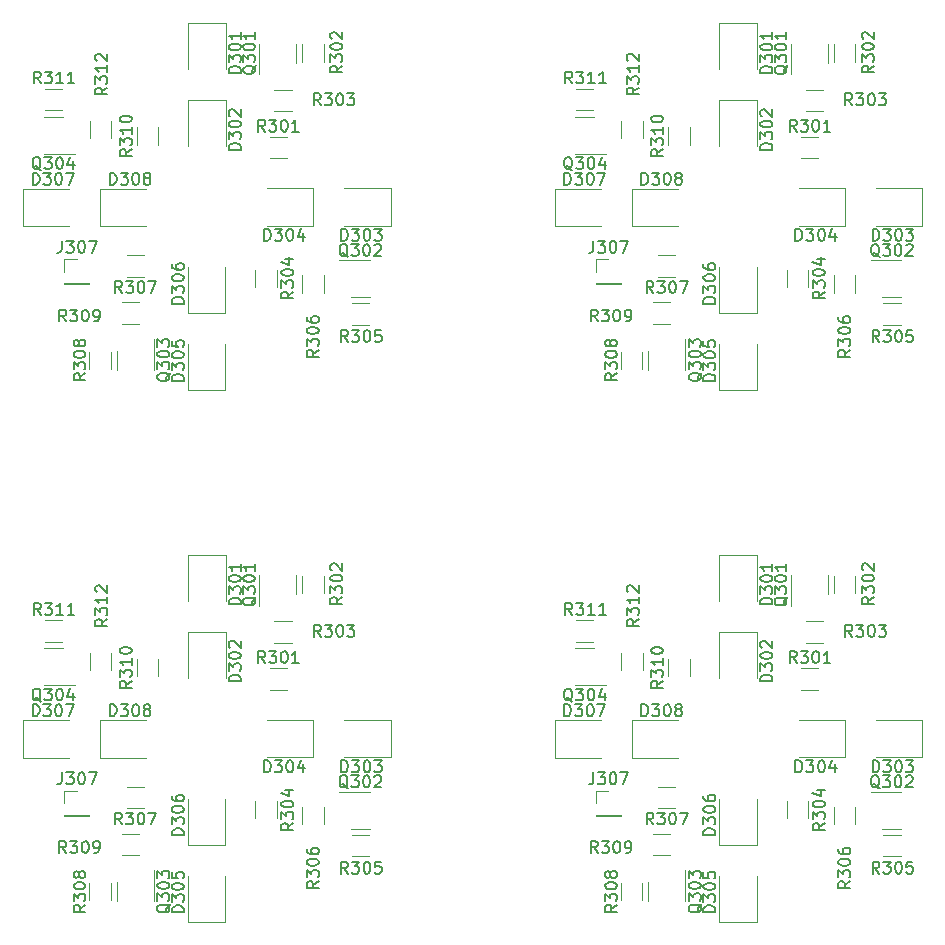
<source format=gbr>
%TF.GenerationSoftware,KiCad,Pcbnew,7.0.1*%
%TF.CreationDate,2023-09-10T14:17:04+09:00*%
%TF.ProjectId,logic_block,6c6f6769-635f-4626-9c6f-636b2e6b6963,rev?*%
%TF.SameCoordinates,Original*%
%TF.FileFunction,Legend,Top*%
%TF.FilePolarity,Positive*%
%FSLAX46Y46*%
G04 Gerber Fmt 4.6, Leading zero omitted, Abs format (unit mm)*
G04 Created by KiCad (PCBNEW 7.0.1) date 2023-09-10 14:17:04*
%MOMM*%
%LPD*%
G01*
G04 APERTURE LIST*
%ADD10C,0.150000*%
%ADD11C,0.120000*%
G04 APERTURE END LIST*
D10*
%TO.C,R302*%
X170737619Y-57109047D02*
X170261428Y-57442380D01*
X170737619Y-57680475D02*
X169737619Y-57680475D01*
X169737619Y-57680475D02*
X169737619Y-57299523D01*
X169737619Y-57299523D02*
X169785238Y-57204285D01*
X169785238Y-57204285D02*
X169832857Y-57156666D01*
X169832857Y-57156666D02*
X169928095Y-57109047D01*
X169928095Y-57109047D02*
X170070952Y-57109047D01*
X170070952Y-57109047D02*
X170166190Y-57156666D01*
X170166190Y-57156666D02*
X170213809Y-57204285D01*
X170213809Y-57204285D02*
X170261428Y-57299523D01*
X170261428Y-57299523D02*
X170261428Y-57680475D01*
X169737619Y-56775713D02*
X169737619Y-56156666D01*
X169737619Y-56156666D02*
X170118571Y-56489999D01*
X170118571Y-56489999D02*
X170118571Y-56347142D01*
X170118571Y-56347142D02*
X170166190Y-56251904D01*
X170166190Y-56251904D02*
X170213809Y-56204285D01*
X170213809Y-56204285D02*
X170309047Y-56156666D01*
X170309047Y-56156666D02*
X170547142Y-56156666D01*
X170547142Y-56156666D02*
X170642380Y-56204285D01*
X170642380Y-56204285D02*
X170690000Y-56251904D01*
X170690000Y-56251904D02*
X170737619Y-56347142D01*
X170737619Y-56347142D02*
X170737619Y-56632856D01*
X170737619Y-56632856D02*
X170690000Y-56728094D01*
X170690000Y-56728094D02*
X170642380Y-56775713D01*
X169737619Y-55537618D02*
X169737619Y-55442380D01*
X169737619Y-55442380D02*
X169785238Y-55347142D01*
X169785238Y-55347142D02*
X169832857Y-55299523D01*
X169832857Y-55299523D02*
X169928095Y-55251904D01*
X169928095Y-55251904D02*
X170118571Y-55204285D01*
X170118571Y-55204285D02*
X170356666Y-55204285D01*
X170356666Y-55204285D02*
X170547142Y-55251904D01*
X170547142Y-55251904D02*
X170642380Y-55299523D01*
X170642380Y-55299523D02*
X170690000Y-55347142D01*
X170690000Y-55347142D02*
X170737619Y-55442380D01*
X170737619Y-55442380D02*
X170737619Y-55537618D01*
X170737619Y-55537618D02*
X170690000Y-55632856D01*
X170690000Y-55632856D02*
X170642380Y-55680475D01*
X170642380Y-55680475D02*
X170547142Y-55728094D01*
X170547142Y-55728094D02*
X170356666Y-55775713D01*
X170356666Y-55775713D02*
X170118571Y-55775713D01*
X170118571Y-55775713D02*
X169928095Y-55728094D01*
X169928095Y-55728094D02*
X169832857Y-55680475D01*
X169832857Y-55680475D02*
X169785238Y-55632856D01*
X169785238Y-55632856D02*
X169737619Y-55537618D01*
X169832857Y-54823332D02*
X169785238Y-54775713D01*
X169785238Y-54775713D02*
X169737619Y-54680475D01*
X169737619Y-54680475D02*
X169737619Y-54442380D01*
X169737619Y-54442380D02*
X169785238Y-54347142D01*
X169785238Y-54347142D02*
X169832857Y-54299523D01*
X169832857Y-54299523D02*
X169928095Y-54251904D01*
X169928095Y-54251904D02*
X170023333Y-54251904D01*
X170023333Y-54251904D02*
X170166190Y-54299523D01*
X170166190Y-54299523D02*
X170737619Y-54870951D01*
X170737619Y-54870951D02*
X170737619Y-54251904D01*
%TO.C,R308*%
X148987619Y-83159047D02*
X148511428Y-83492380D01*
X148987619Y-83730475D02*
X147987619Y-83730475D01*
X147987619Y-83730475D02*
X147987619Y-83349523D01*
X147987619Y-83349523D02*
X148035238Y-83254285D01*
X148035238Y-83254285D02*
X148082857Y-83206666D01*
X148082857Y-83206666D02*
X148178095Y-83159047D01*
X148178095Y-83159047D02*
X148320952Y-83159047D01*
X148320952Y-83159047D02*
X148416190Y-83206666D01*
X148416190Y-83206666D02*
X148463809Y-83254285D01*
X148463809Y-83254285D02*
X148511428Y-83349523D01*
X148511428Y-83349523D02*
X148511428Y-83730475D01*
X147987619Y-82825713D02*
X147987619Y-82206666D01*
X147987619Y-82206666D02*
X148368571Y-82539999D01*
X148368571Y-82539999D02*
X148368571Y-82397142D01*
X148368571Y-82397142D02*
X148416190Y-82301904D01*
X148416190Y-82301904D02*
X148463809Y-82254285D01*
X148463809Y-82254285D02*
X148559047Y-82206666D01*
X148559047Y-82206666D02*
X148797142Y-82206666D01*
X148797142Y-82206666D02*
X148892380Y-82254285D01*
X148892380Y-82254285D02*
X148940000Y-82301904D01*
X148940000Y-82301904D02*
X148987619Y-82397142D01*
X148987619Y-82397142D02*
X148987619Y-82682856D01*
X148987619Y-82682856D02*
X148940000Y-82778094D01*
X148940000Y-82778094D02*
X148892380Y-82825713D01*
X147987619Y-81587618D02*
X147987619Y-81492380D01*
X147987619Y-81492380D02*
X148035238Y-81397142D01*
X148035238Y-81397142D02*
X148082857Y-81349523D01*
X148082857Y-81349523D02*
X148178095Y-81301904D01*
X148178095Y-81301904D02*
X148368571Y-81254285D01*
X148368571Y-81254285D02*
X148606666Y-81254285D01*
X148606666Y-81254285D02*
X148797142Y-81301904D01*
X148797142Y-81301904D02*
X148892380Y-81349523D01*
X148892380Y-81349523D02*
X148940000Y-81397142D01*
X148940000Y-81397142D02*
X148987619Y-81492380D01*
X148987619Y-81492380D02*
X148987619Y-81587618D01*
X148987619Y-81587618D02*
X148940000Y-81682856D01*
X148940000Y-81682856D02*
X148892380Y-81730475D01*
X148892380Y-81730475D02*
X148797142Y-81778094D01*
X148797142Y-81778094D02*
X148606666Y-81825713D01*
X148606666Y-81825713D02*
X148368571Y-81825713D01*
X148368571Y-81825713D02*
X148178095Y-81778094D01*
X148178095Y-81778094D02*
X148082857Y-81730475D01*
X148082857Y-81730475D02*
X148035238Y-81682856D01*
X148035238Y-81682856D02*
X147987619Y-81587618D01*
X148416190Y-80682856D02*
X148368571Y-80778094D01*
X148368571Y-80778094D02*
X148320952Y-80825713D01*
X148320952Y-80825713D02*
X148225714Y-80873332D01*
X148225714Y-80873332D02*
X148178095Y-80873332D01*
X148178095Y-80873332D02*
X148082857Y-80825713D01*
X148082857Y-80825713D02*
X148035238Y-80778094D01*
X148035238Y-80778094D02*
X147987619Y-80682856D01*
X147987619Y-80682856D02*
X147987619Y-80492380D01*
X147987619Y-80492380D02*
X148035238Y-80397142D01*
X148035238Y-80397142D02*
X148082857Y-80349523D01*
X148082857Y-80349523D02*
X148178095Y-80301904D01*
X148178095Y-80301904D02*
X148225714Y-80301904D01*
X148225714Y-80301904D02*
X148320952Y-80349523D01*
X148320952Y-80349523D02*
X148368571Y-80397142D01*
X148368571Y-80397142D02*
X148416190Y-80492380D01*
X148416190Y-80492380D02*
X148416190Y-80682856D01*
X148416190Y-80682856D02*
X148463809Y-80778094D01*
X148463809Y-80778094D02*
X148511428Y-80825713D01*
X148511428Y-80825713D02*
X148606666Y-80873332D01*
X148606666Y-80873332D02*
X148797142Y-80873332D01*
X148797142Y-80873332D02*
X148892380Y-80825713D01*
X148892380Y-80825713D02*
X148940000Y-80778094D01*
X148940000Y-80778094D02*
X148987619Y-80682856D01*
X148987619Y-80682856D02*
X148987619Y-80492380D01*
X148987619Y-80492380D02*
X148940000Y-80397142D01*
X148940000Y-80397142D02*
X148892380Y-80349523D01*
X148892380Y-80349523D02*
X148797142Y-80301904D01*
X148797142Y-80301904D02*
X148606666Y-80301904D01*
X148606666Y-80301904D02*
X148511428Y-80349523D01*
X148511428Y-80349523D02*
X148463809Y-80397142D01*
X148463809Y-80397142D02*
X148416190Y-80492380D01*
%TO.C,R309*%
X147355952Y-78752619D02*
X147022619Y-78276428D01*
X146784524Y-78752619D02*
X146784524Y-77752619D01*
X146784524Y-77752619D02*
X147165476Y-77752619D01*
X147165476Y-77752619D02*
X147260714Y-77800238D01*
X147260714Y-77800238D02*
X147308333Y-77847857D01*
X147308333Y-77847857D02*
X147355952Y-77943095D01*
X147355952Y-77943095D02*
X147355952Y-78085952D01*
X147355952Y-78085952D02*
X147308333Y-78181190D01*
X147308333Y-78181190D02*
X147260714Y-78228809D01*
X147260714Y-78228809D02*
X147165476Y-78276428D01*
X147165476Y-78276428D02*
X146784524Y-78276428D01*
X147689286Y-77752619D02*
X148308333Y-77752619D01*
X148308333Y-77752619D02*
X147975000Y-78133571D01*
X147975000Y-78133571D02*
X148117857Y-78133571D01*
X148117857Y-78133571D02*
X148213095Y-78181190D01*
X148213095Y-78181190D02*
X148260714Y-78228809D01*
X148260714Y-78228809D02*
X148308333Y-78324047D01*
X148308333Y-78324047D02*
X148308333Y-78562142D01*
X148308333Y-78562142D02*
X148260714Y-78657380D01*
X148260714Y-78657380D02*
X148213095Y-78705000D01*
X148213095Y-78705000D02*
X148117857Y-78752619D01*
X148117857Y-78752619D02*
X147832143Y-78752619D01*
X147832143Y-78752619D02*
X147736905Y-78705000D01*
X147736905Y-78705000D02*
X147689286Y-78657380D01*
X148927381Y-77752619D02*
X149022619Y-77752619D01*
X149022619Y-77752619D02*
X149117857Y-77800238D01*
X149117857Y-77800238D02*
X149165476Y-77847857D01*
X149165476Y-77847857D02*
X149213095Y-77943095D01*
X149213095Y-77943095D02*
X149260714Y-78133571D01*
X149260714Y-78133571D02*
X149260714Y-78371666D01*
X149260714Y-78371666D02*
X149213095Y-78562142D01*
X149213095Y-78562142D02*
X149165476Y-78657380D01*
X149165476Y-78657380D02*
X149117857Y-78705000D01*
X149117857Y-78705000D02*
X149022619Y-78752619D01*
X149022619Y-78752619D02*
X148927381Y-78752619D01*
X148927381Y-78752619D02*
X148832143Y-78705000D01*
X148832143Y-78705000D02*
X148784524Y-78657380D01*
X148784524Y-78657380D02*
X148736905Y-78562142D01*
X148736905Y-78562142D02*
X148689286Y-78371666D01*
X148689286Y-78371666D02*
X148689286Y-78133571D01*
X148689286Y-78133571D02*
X148736905Y-77943095D01*
X148736905Y-77943095D02*
X148784524Y-77847857D01*
X148784524Y-77847857D02*
X148832143Y-77800238D01*
X148832143Y-77800238D02*
X148927381Y-77752619D01*
X149736905Y-78752619D02*
X149927381Y-78752619D01*
X149927381Y-78752619D02*
X150022619Y-78705000D01*
X150022619Y-78705000D02*
X150070238Y-78657380D01*
X150070238Y-78657380D02*
X150165476Y-78514523D01*
X150165476Y-78514523D02*
X150213095Y-78324047D01*
X150213095Y-78324047D02*
X150213095Y-77943095D01*
X150213095Y-77943095D02*
X150165476Y-77847857D01*
X150165476Y-77847857D02*
X150117857Y-77800238D01*
X150117857Y-77800238D02*
X150022619Y-77752619D01*
X150022619Y-77752619D02*
X149832143Y-77752619D01*
X149832143Y-77752619D02*
X149736905Y-77800238D01*
X149736905Y-77800238D02*
X149689286Y-77847857D01*
X149689286Y-77847857D02*
X149641667Y-77943095D01*
X149641667Y-77943095D02*
X149641667Y-78181190D01*
X149641667Y-78181190D02*
X149689286Y-78276428D01*
X149689286Y-78276428D02*
X149736905Y-78324047D01*
X149736905Y-78324047D02*
X149832143Y-78371666D01*
X149832143Y-78371666D02*
X150022619Y-78371666D01*
X150022619Y-78371666D02*
X150117857Y-78324047D01*
X150117857Y-78324047D02*
X150165476Y-78276428D01*
X150165476Y-78276428D02*
X150213095Y-78181190D01*
%TO.C,R305*%
X171205952Y-80502619D02*
X170872619Y-80026428D01*
X170634524Y-80502619D02*
X170634524Y-79502619D01*
X170634524Y-79502619D02*
X171015476Y-79502619D01*
X171015476Y-79502619D02*
X171110714Y-79550238D01*
X171110714Y-79550238D02*
X171158333Y-79597857D01*
X171158333Y-79597857D02*
X171205952Y-79693095D01*
X171205952Y-79693095D02*
X171205952Y-79835952D01*
X171205952Y-79835952D02*
X171158333Y-79931190D01*
X171158333Y-79931190D02*
X171110714Y-79978809D01*
X171110714Y-79978809D02*
X171015476Y-80026428D01*
X171015476Y-80026428D02*
X170634524Y-80026428D01*
X171539286Y-79502619D02*
X172158333Y-79502619D01*
X172158333Y-79502619D02*
X171825000Y-79883571D01*
X171825000Y-79883571D02*
X171967857Y-79883571D01*
X171967857Y-79883571D02*
X172063095Y-79931190D01*
X172063095Y-79931190D02*
X172110714Y-79978809D01*
X172110714Y-79978809D02*
X172158333Y-80074047D01*
X172158333Y-80074047D02*
X172158333Y-80312142D01*
X172158333Y-80312142D02*
X172110714Y-80407380D01*
X172110714Y-80407380D02*
X172063095Y-80455000D01*
X172063095Y-80455000D02*
X171967857Y-80502619D01*
X171967857Y-80502619D02*
X171682143Y-80502619D01*
X171682143Y-80502619D02*
X171586905Y-80455000D01*
X171586905Y-80455000D02*
X171539286Y-80407380D01*
X172777381Y-79502619D02*
X172872619Y-79502619D01*
X172872619Y-79502619D02*
X172967857Y-79550238D01*
X172967857Y-79550238D02*
X173015476Y-79597857D01*
X173015476Y-79597857D02*
X173063095Y-79693095D01*
X173063095Y-79693095D02*
X173110714Y-79883571D01*
X173110714Y-79883571D02*
X173110714Y-80121666D01*
X173110714Y-80121666D02*
X173063095Y-80312142D01*
X173063095Y-80312142D02*
X173015476Y-80407380D01*
X173015476Y-80407380D02*
X172967857Y-80455000D01*
X172967857Y-80455000D02*
X172872619Y-80502619D01*
X172872619Y-80502619D02*
X172777381Y-80502619D01*
X172777381Y-80502619D02*
X172682143Y-80455000D01*
X172682143Y-80455000D02*
X172634524Y-80407380D01*
X172634524Y-80407380D02*
X172586905Y-80312142D01*
X172586905Y-80312142D02*
X172539286Y-80121666D01*
X172539286Y-80121666D02*
X172539286Y-79883571D01*
X172539286Y-79883571D02*
X172586905Y-79693095D01*
X172586905Y-79693095D02*
X172634524Y-79597857D01*
X172634524Y-79597857D02*
X172682143Y-79550238D01*
X172682143Y-79550238D02*
X172777381Y-79502619D01*
X174015476Y-79502619D02*
X173539286Y-79502619D01*
X173539286Y-79502619D02*
X173491667Y-79978809D01*
X173491667Y-79978809D02*
X173539286Y-79931190D01*
X173539286Y-79931190D02*
X173634524Y-79883571D01*
X173634524Y-79883571D02*
X173872619Y-79883571D01*
X173872619Y-79883571D02*
X173967857Y-79931190D01*
X173967857Y-79931190D02*
X174015476Y-79978809D01*
X174015476Y-79978809D02*
X174063095Y-80074047D01*
X174063095Y-80074047D02*
X174063095Y-80312142D01*
X174063095Y-80312142D02*
X174015476Y-80407380D01*
X174015476Y-80407380D02*
X173967857Y-80455000D01*
X173967857Y-80455000D02*
X173872619Y-80502619D01*
X173872619Y-80502619D02*
X173634524Y-80502619D01*
X173634524Y-80502619D02*
X173539286Y-80455000D01*
X173539286Y-80455000D02*
X173491667Y-80407380D01*
%TO.C,D308*%
X151059524Y-67177619D02*
X151059524Y-66177619D01*
X151059524Y-66177619D02*
X151297619Y-66177619D01*
X151297619Y-66177619D02*
X151440476Y-66225238D01*
X151440476Y-66225238D02*
X151535714Y-66320476D01*
X151535714Y-66320476D02*
X151583333Y-66415714D01*
X151583333Y-66415714D02*
X151630952Y-66606190D01*
X151630952Y-66606190D02*
X151630952Y-66749047D01*
X151630952Y-66749047D02*
X151583333Y-66939523D01*
X151583333Y-66939523D02*
X151535714Y-67034761D01*
X151535714Y-67034761D02*
X151440476Y-67130000D01*
X151440476Y-67130000D02*
X151297619Y-67177619D01*
X151297619Y-67177619D02*
X151059524Y-67177619D01*
X151964286Y-66177619D02*
X152583333Y-66177619D01*
X152583333Y-66177619D02*
X152250000Y-66558571D01*
X152250000Y-66558571D02*
X152392857Y-66558571D01*
X152392857Y-66558571D02*
X152488095Y-66606190D01*
X152488095Y-66606190D02*
X152535714Y-66653809D01*
X152535714Y-66653809D02*
X152583333Y-66749047D01*
X152583333Y-66749047D02*
X152583333Y-66987142D01*
X152583333Y-66987142D02*
X152535714Y-67082380D01*
X152535714Y-67082380D02*
X152488095Y-67130000D01*
X152488095Y-67130000D02*
X152392857Y-67177619D01*
X152392857Y-67177619D02*
X152107143Y-67177619D01*
X152107143Y-67177619D02*
X152011905Y-67130000D01*
X152011905Y-67130000D02*
X151964286Y-67082380D01*
X153202381Y-66177619D02*
X153297619Y-66177619D01*
X153297619Y-66177619D02*
X153392857Y-66225238D01*
X153392857Y-66225238D02*
X153440476Y-66272857D01*
X153440476Y-66272857D02*
X153488095Y-66368095D01*
X153488095Y-66368095D02*
X153535714Y-66558571D01*
X153535714Y-66558571D02*
X153535714Y-66796666D01*
X153535714Y-66796666D02*
X153488095Y-66987142D01*
X153488095Y-66987142D02*
X153440476Y-67082380D01*
X153440476Y-67082380D02*
X153392857Y-67130000D01*
X153392857Y-67130000D02*
X153297619Y-67177619D01*
X153297619Y-67177619D02*
X153202381Y-67177619D01*
X153202381Y-67177619D02*
X153107143Y-67130000D01*
X153107143Y-67130000D02*
X153059524Y-67082380D01*
X153059524Y-67082380D02*
X153011905Y-66987142D01*
X153011905Y-66987142D02*
X152964286Y-66796666D01*
X152964286Y-66796666D02*
X152964286Y-66558571D01*
X152964286Y-66558571D02*
X153011905Y-66368095D01*
X153011905Y-66368095D02*
X153059524Y-66272857D01*
X153059524Y-66272857D02*
X153107143Y-66225238D01*
X153107143Y-66225238D02*
X153202381Y-66177619D01*
X154107143Y-66606190D02*
X154011905Y-66558571D01*
X154011905Y-66558571D02*
X153964286Y-66510952D01*
X153964286Y-66510952D02*
X153916667Y-66415714D01*
X153916667Y-66415714D02*
X153916667Y-66368095D01*
X153916667Y-66368095D02*
X153964286Y-66272857D01*
X153964286Y-66272857D02*
X154011905Y-66225238D01*
X154011905Y-66225238D02*
X154107143Y-66177619D01*
X154107143Y-66177619D02*
X154297619Y-66177619D01*
X154297619Y-66177619D02*
X154392857Y-66225238D01*
X154392857Y-66225238D02*
X154440476Y-66272857D01*
X154440476Y-66272857D02*
X154488095Y-66368095D01*
X154488095Y-66368095D02*
X154488095Y-66415714D01*
X154488095Y-66415714D02*
X154440476Y-66510952D01*
X154440476Y-66510952D02*
X154392857Y-66558571D01*
X154392857Y-66558571D02*
X154297619Y-66606190D01*
X154297619Y-66606190D02*
X154107143Y-66606190D01*
X154107143Y-66606190D02*
X154011905Y-66653809D01*
X154011905Y-66653809D02*
X153964286Y-66701428D01*
X153964286Y-66701428D02*
X153916667Y-66796666D01*
X153916667Y-66796666D02*
X153916667Y-66987142D01*
X153916667Y-66987142D02*
X153964286Y-67082380D01*
X153964286Y-67082380D02*
X154011905Y-67130000D01*
X154011905Y-67130000D02*
X154107143Y-67177619D01*
X154107143Y-67177619D02*
X154297619Y-67177619D01*
X154297619Y-67177619D02*
X154392857Y-67130000D01*
X154392857Y-67130000D02*
X154440476Y-67082380D01*
X154440476Y-67082380D02*
X154488095Y-66987142D01*
X154488095Y-66987142D02*
X154488095Y-66796666D01*
X154488095Y-66796666D02*
X154440476Y-66701428D01*
X154440476Y-66701428D02*
X154392857Y-66653809D01*
X154392857Y-66653809D02*
X154297619Y-66606190D01*
%TO.C,R304*%
X166582619Y-76234047D02*
X166106428Y-76567380D01*
X166582619Y-76805475D02*
X165582619Y-76805475D01*
X165582619Y-76805475D02*
X165582619Y-76424523D01*
X165582619Y-76424523D02*
X165630238Y-76329285D01*
X165630238Y-76329285D02*
X165677857Y-76281666D01*
X165677857Y-76281666D02*
X165773095Y-76234047D01*
X165773095Y-76234047D02*
X165915952Y-76234047D01*
X165915952Y-76234047D02*
X166011190Y-76281666D01*
X166011190Y-76281666D02*
X166058809Y-76329285D01*
X166058809Y-76329285D02*
X166106428Y-76424523D01*
X166106428Y-76424523D02*
X166106428Y-76805475D01*
X165582619Y-75900713D02*
X165582619Y-75281666D01*
X165582619Y-75281666D02*
X165963571Y-75614999D01*
X165963571Y-75614999D02*
X165963571Y-75472142D01*
X165963571Y-75472142D02*
X166011190Y-75376904D01*
X166011190Y-75376904D02*
X166058809Y-75329285D01*
X166058809Y-75329285D02*
X166154047Y-75281666D01*
X166154047Y-75281666D02*
X166392142Y-75281666D01*
X166392142Y-75281666D02*
X166487380Y-75329285D01*
X166487380Y-75329285D02*
X166535000Y-75376904D01*
X166535000Y-75376904D02*
X166582619Y-75472142D01*
X166582619Y-75472142D02*
X166582619Y-75757856D01*
X166582619Y-75757856D02*
X166535000Y-75853094D01*
X166535000Y-75853094D02*
X166487380Y-75900713D01*
X165582619Y-74662618D02*
X165582619Y-74567380D01*
X165582619Y-74567380D02*
X165630238Y-74472142D01*
X165630238Y-74472142D02*
X165677857Y-74424523D01*
X165677857Y-74424523D02*
X165773095Y-74376904D01*
X165773095Y-74376904D02*
X165963571Y-74329285D01*
X165963571Y-74329285D02*
X166201666Y-74329285D01*
X166201666Y-74329285D02*
X166392142Y-74376904D01*
X166392142Y-74376904D02*
X166487380Y-74424523D01*
X166487380Y-74424523D02*
X166535000Y-74472142D01*
X166535000Y-74472142D02*
X166582619Y-74567380D01*
X166582619Y-74567380D02*
X166582619Y-74662618D01*
X166582619Y-74662618D02*
X166535000Y-74757856D01*
X166535000Y-74757856D02*
X166487380Y-74805475D01*
X166487380Y-74805475D02*
X166392142Y-74853094D01*
X166392142Y-74853094D02*
X166201666Y-74900713D01*
X166201666Y-74900713D02*
X165963571Y-74900713D01*
X165963571Y-74900713D02*
X165773095Y-74853094D01*
X165773095Y-74853094D02*
X165677857Y-74805475D01*
X165677857Y-74805475D02*
X165630238Y-74757856D01*
X165630238Y-74757856D02*
X165582619Y-74662618D01*
X165915952Y-73472142D02*
X166582619Y-73472142D01*
X165535000Y-73710237D02*
X166249285Y-73948332D01*
X166249285Y-73948332D02*
X166249285Y-73329285D01*
%TO.C,D304*%
X164109524Y-71927619D02*
X164109524Y-70927619D01*
X164109524Y-70927619D02*
X164347619Y-70927619D01*
X164347619Y-70927619D02*
X164490476Y-70975238D01*
X164490476Y-70975238D02*
X164585714Y-71070476D01*
X164585714Y-71070476D02*
X164633333Y-71165714D01*
X164633333Y-71165714D02*
X164680952Y-71356190D01*
X164680952Y-71356190D02*
X164680952Y-71499047D01*
X164680952Y-71499047D02*
X164633333Y-71689523D01*
X164633333Y-71689523D02*
X164585714Y-71784761D01*
X164585714Y-71784761D02*
X164490476Y-71880000D01*
X164490476Y-71880000D02*
X164347619Y-71927619D01*
X164347619Y-71927619D02*
X164109524Y-71927619D01*
X165014286Y-70927619D02*
X165633333Y-70927619D01*
X165633333Y-70927619D02*
X165300000Y-71308571D01*
X165300000Y-71308571D02*
X165442857Y-71308571D01*
X165442857Y-71308571D02*
X165538095Y-71356190D01*
X165538095Y-71356190D02*
X165585714Y-71403809D01*
X165585714Y-71403809D02*
X165633333Y-71499047D01*
X165633333Y-71499047D02*
X165633333Y-71737142D01*
X165633333Y-71737142D02*
X165585714Y-71832380D01*
X165585714Y-71832380D02*
X165538095Y-71880000D01*
X165538095Y-71880000D02*
X165442857Y-71927619D01*
X165442857Y-71927619D02*
X165157143Y-71927619D01*
X165157143Y-71927619D02*
X165061905Y-71880000D01*
X165061905Y-71880000D02*
X165014286Y-71832380D01*
X166252381Y-70927619D02*
X166347619Y-70927619D01*
X166347619Y-70927619D02*
X166442857Y-70975238D01*
X166442857Y-70975238D02*
X166490476Y-71022857D01*
X166490476Y-71022857D02*
X166538095Y-71118095D01*
X166538095Y-71118095D02*
X166585714Y-71308571D01*
X166585714Y-71308571D02*
X166585714Y-71546666D01*
X166585714Y-71546666D02*
X166538095Y-71737142D01*
X166538095Y-71737142D02*
X166490476Y-71832380D01*
X166490476Y-71832380D02*
X166442857Y-71880000D01*
X166442857Y-71880000D02*
X166347619Y-71927619D01*
X166347619Y-71927619D02*
X166252381Y-71927619D01*
X166252381Y-71927619D02*
X166157143Y-71880000D01*
X166157143Y-71880000D02*
X166109524Y-71832380D01*
X166109524Y-71832380D02*
X166061905Y-71737142D01*
X166061905Y-71737142D02*
X166014286Y-71546666D01*
X166014286Y-71546666D02*
X166014286Y-71308571D01*
X166014286Y-71308571D02*
X166061905Y-71118095D01*
X166061905Y-71118095D02*
X166109524Y-71022857D01*
X166109524Y-71022857D02*
X166157143Y-70975238D01*
X166157143Y-70975238D02*
X166252381Y-70927619D01*
X167442857Y-71260952D02*
X167442857Y-71927619D01*
X167204762Y-70880000D02*
X166966667Y-71594285D01*
X166966667Y-71594285D02*
X167585714Y-71594285D01*
%TO.C,R301*%
X164205952Y-62682619D02*
X163872619Y-62206428D01*
X163634524Y-62682619D02*
X163634524Y-61682619D01*
X163634524Y-61682619D02*
X164015476Y-61682619D01*
X164015476Y-61682619D02*
X164110714Y-61730238D01*
X164110714Y-61730238D02*
X164158333Y-61777857D01*
X164158333Y-61777857D02*
X164205952Y-61873095D01*
X164205952Y-61873095D02*
X164205952Y-62015952D01*
X164205952Y-62015952D02*
X164158333Y-62111190D01*
X164158333Y-62111190D02*
X164110714Y-62158809D01*
X164110714Y-62158809D02*
X164015476Y-62206428D01*
X164015476Y-62206428D02*
X163634524Y-62206428D01*
X164539286Y-61682619D02*
X165158333Y-61682619D01*
X165158333Y-61682619D02*
X164825000Y-62063571D01*
X164825000Y-62063571D02*
X164967857Y-62063571D01*
X164967857Y-62063571D02*
X165063095Y-62111190D01*
X165063095Y-62111190D02*
X165110714Y-62158809D01*
X165110714Y-62158809D02*
X165158333Y-62254047D01*
X165158333Y-62254047D02*
X165158333Y-62492142D01*
X165158333Y-62492142D02*
X165110714Y-62587380D01*
X165110714Y-62587380D02*
X165063095Y-62635000D01*
X165063095Y-62635000D02*
X164967857Y-62682619D01*
X164967857Y-62682619D02*
X164682143Y-62682619D01*
X164682143Y-62682619D02*
X164586905Y-62635000D01*
X164586905Y-62635000D02*
X164539286Y-62587380D01*
X165777381Y-61682619D02*
X165872619Y-61682619D01*
X165872619Y-61682619D02*
X165967857Y-61730238D01*
X165967857Y-61730238D02*
X166015476Y-61777857D01*
X166015476Y-61777857D02*
X166063095Y-61873095D01*
X166063095Y-61873095D02*
X166110714Y-62063571D01*
X166110714Y-62063571D02*
X166110714Y-62301666D01*
X166110714Y-62301666D02*
X166063095Y-62492142D01*
X166063095Y-62492142D02*
X166015476Y-62587380D01*
X166015476Y-62587380D02*
X165967857Y-62635000D01*
X165967857Y-62635000D02*
X165872619Y-62682619D01*
X165872619Y-62682619D02*
X165777381Y-62682619D01*
X165777381Y-62682619D02*
X165682143Y-62635000D01*
X165682143Y-62635000D02*
X165634524Y-62587380D01*
X165634524Y-62587380D02*
X165586905Y-62492142D01*
X165586905Y-62492142D02*
X165539286Y-62301666D01*
X165539286Y-62301666D02*
X165539286Y-62063571D01*
X165539286Y-62063571D02*
X165586905Y-61873095D01*
X165586905Y-61873095D02*
X165634524Y-61777857D01*
X165634524Y-61777857D02*
X165682143Y-61730238D01*
X165682143Y-61730238D02*
X165777381Y-61682619D01*
X167063095Y-62682619D02*
X166491667Y-62682619D01*
X166777381Y-62682619D02*
X166777381Y-61682619D01*
X166777381Y-61682619D02*
X166682143Y-61825476D01*
X166682143Y-61825476D02*
X166586905Y-61920714D01*
X166586905Y-61920714D02*
X166491667Y-61968333D01*
%TO.C,R303*%
X168905952Y-60452619D02*
X168572619Y-59976428D01*
X168334524Y-60452619D02*
X168334524Y-59452619D01*
X168334524Y-59452619D02*
X168715476Y-59452619D01*
X168715476Y-59452619D02*
X168810714Y-59500238D01*
X168810714Y-59500238D02*
X168858333Y-59547857D01*
X168858333Y-59547857D02*
X168905952Y-59643095D01*
X168905952Y-59643095D02*
X168905952Y-59785952D01*
X168905952Y-59785952D02*
X168858333Y-59881190D01*
X168858333Y-59881190D02*
X168810714Y-59928809D01*
X168810714Y-59928809D02*
X168715476Y-59976428D01*
X168715476Y-59976428D02*
X168334524Y-59976428D01*
X169239286Y-59452619D02*
X169858333Y-59452619D01*
X169858333Y-59452619D02*
X169525000Y-59833571D01*
X169525000Y-59833571D02*
X169667857Y-59833571D01*
X169667857Y-59833571D02*
X169763095Y-59881190D01*
X169763095Y-59881190D02*
X169810714Y-59928809D01*
X169810714Y-59928809D02*
X169858333Y-60024047D01*
X169858333Y-60024047D02*
X169858333Y-60262142D01*
X169858333Y-60262142D02*
X169810714Y-60357380D01*
X169810714Y-60357380D02*
X169763095Y-60405000D01*
X169763095Y-60405000D02*
X169667857Y-60452619D01*
X169667857Y-60452619D02*
X169382143Y-60452619D01*
X169382143Y-60452619D02*
X169286905Y-60405000D01*
X169286905Y-60405000D02*
X169239286Y-60357380D01*
X170477381Y-59452619D02*
X170572619Y-59452619D01*
X170572619Y-59452619D02*
X170667857Y-59500238D01*
X170667857Y-59500238D02*
X170715476Y-59547857D01*
X170715476Y-59547857D02*
X170763095Y-59643095D01*
X170763095Y-59643095D02*
X170810714Y-59833571D01*
X170810714Y-59833571D02*
X170810714Y-60071666D01*
X170810714Y-60071666D02*
X170763095Y-60262142D01*
X170763095Y-60262142D02*
X170715476Y-60357380D01*
X170715476Y-60357380D02*
X170667857Y-60405000D01*
X170667857Y-60405000D02*
X170572619Y-60452619D01*
X170572619Y-60452619D02*
X170477381Y-60452619D01*
X170477381Y-60452619D02*
X170382143Y-60405000D01*
X170382143Y-60405000D02*
X170334524Y-60357380D01*
X170334524Y-60357380D02*
X170286905Y-60262142D01*
X170286905Y-60262142D02*
X170239286Y-60071666D01*
X170239286Y-60071666D02*
X170239286Y-59833571D01*
X170239286Y-59833571D02*
X170286905Y-59643095D01*
X170286905Y-59643095D02*
X170334524Y-59547857D01*
X170334524Y-59547857D02*
X170382143Y-59500238D01*
X170382143Y-59500238D02*
X170477381Y-59452619D01*
X171144048Y-59452619D02*
X171763095Y-59452619D01*
X171763095Y-59452619D02*
X171429762Y-59833571D01*
X171429762Y-59833571D02*
X171572619Y-59833571D01*
X171572619Y-59833571D02*
X171667857Y-59881190D01*
X171667857Y-59881190D02*
X171715476Y-59928809D01*
X171715476Y-59928809D02*
X171763095Y-60024047D01*
X171763095Y-60024047D02*
X171763095Y-60262142D01*
X171763095Y-60262142D02*
X171715476Y-60357380D01*
X171715476Y-60357380D02*
X171667857Y-60405000D01*
X171667857Y-60405000D02*
X171572619Y-60452619D01*
X171572619Y-60452619D02*
X171286905Y-60452619D01*
X171286905Y-60452619D02*
X171191667Y-60405000D01*
X171191667Y-60405000D02*
X171144048Y-60357380D01*
%TO.C,D301*%
X162137619Y-57705475D02*
X161137619Y-57705475D01*
X161137619Y-57705475D02*
X161137619Y-57467380D01*
X161137619Y-57467380D02*
X161185238Y-57324523D01*
X161185238Y-57324523D02*
X161280476Y-57229285D01*
X161280476Y-57229285D02*
X161375714Y-57181666D01*
X161375714Y-57181666D02*
X161566190Y-57134047D01*
X161566190Y-57134047D02*
X161709047Y-57134047D01*
X161709047Y-57134047D02*
X161899523Y-57181666D01*
X161899523Y-57181666D02*
X161994761Y-57229285D01*
X161994761Y-57229285D02*
X162090000Y-57324523D01*
X162090000Y-57324523D02*
X162137619Y-57467380D01*
X162137619Y-57467380D02*
X162137619Y-57705475D01*
X161137619Y-56800713D02*
X161137619Y-56181666D01*
X161137619Y-56181666D02*
X161518571Y-56514999D01*
X161518571Y-56514999D02*
X161518571Y-56372142D01*
X161518571Y-56372142D02*
X161566190Y-56276904D01*
X161566190Y-56276904D02*
X161613809Y-56229285D01*
X161613809Y-56229285D02*
X161709047Y-56181666D01*
X161709047Y-56181666D02*
X161947142Y-56181666D01*
X161947142Y-56181666D02*
X162042380Y-56229285D01*
X162042380Y-56229285D02*
X162090000Y-56276904D01*
X162090000Y-56276904D02*
X162137619Y-56372142D01*
X162137619Y-56372142D02*
X162137619Y-56657856D01*
X162137619Y-56657856D02*
X162090000Y-56753094D01*
X162090000Y-56753094D02*
X162042380Y-56800713D01*
X161137619Y-55562618D02*
X161137619Y-55467380D01*
X161137619Y-55467380D02*
X161185238Y-55372142D01*
X161185238Y-55372142D02*
X161232857Y-55324523D01*
X161232857Y-55324523D02*
X161328095Y-55276904D01*
X161328095Y-55276904D02*
X161518571Y-55229285D01*
X161518571Y-55229285D02*
X161756666Y-55229285D01*
X161756666Y-55229285D02*
X161947142Y-55276904D01*
X161947142Y-55276904D02*
X162042380Y-55324523D01*
X162042380Y-55324523D02*
X162090000Y-55372142D01*
X162090000Y-55372142D02*
X162137619Y-55467380D01*
X162137619Y-55467380D02*
X162137619Y-55562618D01*
X162137619Y-55562618D02*
X162090000Y-55657856D01*
X162090000Y-55657856D02*
X162042380Y-55705475D01*
X162042380Y-55705475D02*
X161947142Y-55753094D01*
X161947142Y-55753094D02*
X161756666Y-55800713D01*
X161756666Y-55800713D02*
X161518571Y-55800713D01*
X161518571Y-55800713D02*
X161328095Y-55753094D01*
X161328095Y-55753094D02*
X161232857Y-55705475D01*
X161232857Y-55705475D02*
X161185238Y-55657856D01*
X161185238Y-55657856D02*
X161137619Y-55562618D01*
X162137619Y-54276904D02*
X162137619Y-54848332D01*
X162137619Y-54562618D02*
X161137619Y-54562618D01*
X161137619Y-54562618D02*
X161280476Y-54657856D01*
X161280476Y-54657856D02*
X161375714Y-54753094D01*
X161375714Y-54753094D02*
X161423333Y-54848332D01*
%TO.C,R306*%
X168737619Y-81159047D02*
X168261428Y-81492380D01*
X168737619Y-81730475D02*
X167737619Y-81730475D01*
X167737619Y-81730475D02*
X167737619Y-81349523D01*
X167737619Y-81349523D02*
X167785238Y-81254285D01*
X167785238Y-81254285D02*
X167832857Y-81206666D01*
X167832857Y-81206666D02*
X167928095Y-81159047D01*
X167928095Y-81159047D02*
X168070952Y-81159047D01*
X168070952Y-81159047D02*
X168166190Y-81206666D01*
X168166190Y-81206666D02*
X168213809Y-81254285D01*
X168213809Y-81254285D02*
X168261428Y-81349523D01*
X168261428Y-81349523D02*
X168261428Y-81730475D01*
X167737619Y-80825713D02*
X167737619Y-80206666D01*
X167737619Y-80206666D02*
X168118571Y-80539999D01*
X168118571Y-80539999D02*
X168118571Y-80397142D01*
X168118571Y-80397142D02*
X168166190Y-80301904D01*
X168166190Y-80301904D02*
X168213809Y-80254285D01*
X168213809Y-80254285D02*
X168309047Y-80206666D01*
X168309047Y-80206666D02*
X168547142Y-80206666D01*
X168547142Y-80206666D02*
X168642380Y-80254285D01*
X168642380Y-80254285D02*
X168690000Y-80301904D01*
X168690000Y-80301904D02*
X168737619Y-80397142D01*
X168737619Y-80397142D02*
X168737619Y-80682856D01*
X168737619Y-80682856D02*
X168690000Y-80778094D01*
X168690000Y-80778094D02*
X168642380Y-80825713D01*
X167737619Y-79587618D02*
X167737619Y-79492380D01*
X167737619Y-79492380D02*
X167785238Y-79397142D01*
X167785238Y-79397142D02*
X167832857Y-79349523D01*
X167832857Y-79349523D02*
X167928095Y-79301904D01*
X167928095Y-79301904D02*
X168118571Y-79254285D01*
X168118571Y-79254285D02*
X168356666Y-79254285D01*
X168356666Y-79254285D02*
X168547142Y-79301904D01*
X168547142Y-79301904D02*
X168642380Y-79349523D01*
X168642380Y-79349523D02*
X168690000Y-79397142D01*
X168690000Y-79397142D02*
X168737619Y-79492380D01*
X168737619Y-79492380D02*
X168737619Y-79587618D01*
X168737619Y-79587618D02*
X168690000Y-79682856D01*
X168690000Y-79682856D02*
X168642380Y-79730475D01*
X168642380Y-79730475D02*
X168547142Y-79778094D01*
X168547142Y-79778094D02*
X168356666Y-79825713D01*
X168356666Y-79825713D02*
X168118571Y-79825713D01*
X168118571Y-79825713D02*
X167928095Y-79778094D01*
X167928095Y-79778094D02*
X167832857Y-79730475D01*
X167832857Y-79730475D02*
X167785238Y-79682856D01*
X167785238Y-79682856D02*
X167737619Y-79587618D01*
X167737619Y-78397142D02*
X167737619Y-78587618D01*
X167737619Y-78587618D02*
X167785238Y-78682856D01*
X167785238Y-78682856D02*
X167832857Y-78730475D01*
X167832857Y-78730475D02*
X167975714Y-78825713D01*
X167975714Y-78825713D02*
X168166190Y-78873332D01*
X168166190Y-78873332D02*
X168547142Y-78873332D01*
X168547142Y-78873332D02*
X168642380Y-78825713D01*
X168642380Y-78825713D02*
X168690000Y-78778094D01*
X168690000Y-78778094D02*
X168737619Y-78682856D01*
X168737619Y-78682856D02*
X168737619Y-78492380D01*
X168737619Y-78492380D02*
X168690000Y-78397142D01*
X168690000Y-78397142D02*
X168642380Y-78349523D01*
X168642380Y-78349523D02*
X168547142Y-78301904D01*
X168547142Y-78301904D02*
X168309047Y-78301904D01*
X168309047Y-78301904D02*
X168213809Y-78349523D01*
X168213809Y-78349523D02*
X168166190Y-78397142D01*
X168166190Y-78397142D02*
X168118571Y-78492380D01*
X168118571Y-78492380D02*
X168118571Y-78682856D01*
X168118571Y-78682856D02*
X168166190Y-78778094D01*
X168166190Y-78778094D02*
X168213809Y-78825713D01*
X168213809Y-78825713D02*
X168309047Y-78873332D01*
%TO.C,D306*%
X157312619Y-77255475D02*
X156312619Y-77255475D01*
X156312619Y-77255475D02*
X156312619Y-77017380D01*
X156312619Y-77017380D02*
X156360238Y-76874523D01*
X156360238Y-76874523D02*
X156455476Y-76779285D01*
X156455476Y-76779285D02*
X156550714Y-76731666D01*
X156550714Y-76731666D02*
X156741190Y-76684047D01*
X156741190Y-76684047D02*
X156884047Y-76684047D01*
X156884047Y-76684047D02*
X157074523Y-76731666D01*
X157074523Y-76731666D02*
X157169761Y-76779285D01*
X157169761Y-76779285D02*
X157265000Y-76874523D01*
X157265000Y-76874523D02*
X157312619Y-77017380D01*
X157312619Y-77017380D02*
X157312619Y-77255475D01*
X156312619Y-76350713D02*
X156312619Y-75731666D01*
X156312619Y-75731666D02*
X156693571Y-76064999D01*
X156693571Y-76064999D02*
X156693571Y-75922142D01*
X156693571Y-75922142D02*
X156741190Y-75826904D01*
X156741190Y-75826904D02*
X156788809Y-75779285D01*
X156788809Y-75779285D02*
X156884047Y-75731666D01*
X156884047Y-75731666D02*
X157122142Y-75731666D01*
X157122142Y-75731666D02*
X157217380Y-75779285D01*
X157217380Y-75779285D02*
X157265000Y-75826904D01*
X157265000Y-75826904D02*
X157312619Y-75922142D01*
X157312619Y-75922142D02*
X157312619Y-76207856D01*
X157312619Y-76207856D02*
X157265000Y-76303094D01*
X157265000Y-76303094D02*
X157217380Y-76350713D01*
X156312619Y-75112618D02*
X156312619Y-75017380D01*
X156312619Y-75017380D02*
X156360238Y-74922142D01*
X156360238Y-74922142D02*
X156407857Y-74874523D01*
X156407857Y-74874523D02*
X156503095Y-74826904D01*
X156503095Y-74826904D02*
X156693571Y-74779285D01*
X156693571Y-74779285D02*
X156931666Y-74779285D01*
X156931666Y-74779285D02*
X157122142Y-74826904D01*
X157122142Y-74826904D02*
X157217380Y-74874523D01*
X157217380Y-74874523D02*
X157265000Y-74922142D01*
X157265000Y-74922142D02*
X157312619Y-75017380D01*
X157312619Y-75017380D02*
X157312619Y-75112618D01*
X157312619Y-75112618D02*
X157265000Y-75207856D01*
X157265000Y-75207856D02*
X157217380Y-75255475D01*
X157217380Y-75255475D02*
X157122142Y-75303094D01*
X157122142Y-75303094D02*
X156931666Y-75350713D01*
X156931666Y-75350713D02*
X156693571Y-75350713D01*
X156693571Y-75350713D02*
X156503095Y-75303094D01*
X156503095Y-75303094D02*
X156407857Y-75255475D01*
X156407857Y-75255475D02*
X156360238Y-75207856D01*
X156360238Y-75207856D02*
X156312619Y-75112618D01*
X156312619Y-73922142D02*
X156312619Y-74112618D01*
X156312619Y-74112618D02*
X156360238Y-74207856D01*
X156360238Y-74207856D02*
X156407857Y-74255475D01*
X156407857Y-74255475D02*
X156550714Y-74350713D01*
X156550714Y-74350713D02*
X156741190Y-74398332D01*
X156741190Y-74398332D02*
X157122142Y-74398332D01*
X157122142Y-74398332D02*
X157217380Y-74350713D01*
X157217380Y-74350713D02*
X157265000Y-74303094D01*
X157265000Y-74303094D02*
X157312619Y-74207856D01*
X157312619Y-74207856D02*
X157312619Y-74017380D01*
X157312619Y-74017380D02*
X157265000Y-73922142D01*
X157265000Y-73922142D02*
X157217380Y-73874523D01*
X157217380Y-73874523D02*
X157122142Y-73826904D01*
X157122142Y-73826904D02*
X156884047Y-73826904D01*
X156884047Y-73826904D02*
X156788809Y-73874523D01*
X156788809Y-73874523D02*
X156741190Y-73922142D01*
X156741190Y-73922142D02*
X156693571Y-74017380D01*
X156693571Y-74017380D02*
X156693571Y-74207856D01*
X156693571Y-74207856D02*
X156741190Y-74303094D01*
X156741190Y-74303094D02*
X156788809Y-74350713D01*
X156788809Y-74350713D02*
X156884047Y-74398332D01*
%TO.C,Q303*%
X156182857Y-83087619D02*
X156135238Y-83182857D01*
X156135238Y-83182857D02*
X156040000Y-83278095D01*
X156040000Y-83278095D02*
X155897142Y-83420952D01*
X155897142Y-83420952D02*
X155849523Y-83516190D01*
X155849523Y-83516190D02*
X155849523Y-83611428D01*
X156087619Y-83563809D02*
X156040000Y-83659047D01*
X156040000Y-83659047D02*
X155944761Y-83754285D01*
X155944761Y-83754285D02*
X155754285Y-83801904D01*
X155754285Y-83801904D02*
X155420952Y-83801904D01*
X155420952Y-83801904D02*
X155230476Y-83754285D01*
X155230476Y-83754285D02*
X155135238Y-83659047D01*
X155135238Y-83659047D02*
X155087619Y-83563809D01*
X155087619Y-83563809D02*
X155087619Y-83373333D01*
X155087619Y-83373333D02*
X155135238Y-83278095D01*
X155135238Y-83278095D02*
X155230476Y-83182857D01*
X155230476Y-83182857D02*
X155420952Y-83135238D01*
X155420952Y-83135238D02*
X155754285Y-83135238D01*
X155754285Y-83135238D02*
X155944761Y-83182857D01*
X155944761Y-83182857D02*
X156040000Y-83278095D01*
X156040000Y-83278095D02*
X156087619Y-83373333D01*
X156087619Y-83373333D02*
X156087619Y-83563809D01*
X155087619Y-82801904D02*
X155087619Y-82182857D01*
X155087619Y-82182857D02*
X155468571Y-82516190D01*
X155468571Y-82516190D02*
X155468571Y-82373333D01*
X155468571Y-82373333D02*
X155516190Y-82278095D01*
X155516190Y-82278095D02*
X155563809Y-82230476D01*
X155563809Y-82230476D02*
X155659047Y-82182857D01*
X155659047Y-82182857D02*
X155897142Y-82182857D01*
X155897142Y-82182857D02*
X155992380Y-82230476D01*
X155992380Y-82230476D02*
X156040000Y-82278095D01*
X156040000Y-82278095D02*
X156087619Y-82373333D01*
X156087619Y-82373333D02*
X156087619Y-82659047D01*
X156087619Y-82659047D02*
X156040000Y-82754285D01*
X156040000Y-82754285D02*
X155992380Y-82801904D01*
X155087619Y-81563809D02*
X155087619Y-81468571D01*
X155087619Y-81468571D02*
X155135238Y-81373333D01*
X155135238Y-81373333D02*
X155182857Y-81325714D01*
X155182857Y-81325714D02*
X155278095Y-81278095D01*
X155278095Y-81278095D02*
X155468571Y-81230476D01*
X155468571Y-81230476D02*
X155706666Y-81230476D01*
X155706666Y-81230476D02*
X155897142Y-81278095D01*
X155897142Y-81278095D02*
X155992380Y-81325714D01*
X155992380Y-81325714D02*
X156040000Y-81373333D01*
X156040000Y-81373333D02*
X156087619Y-81468571D01*
X156087619Y-81468571D02*
X156087619Y-81563809D01*
X156087619Y-81563809D02*
X156040000Y-81659047D01*
X156040000Y-81659047D02*
X155992380Y-81706666D01*
X155992380Y-81706666D02*
X155897142Y-81754285D01*
X155897142Y-81754285D02*
X155706666Y-81801904D01*
X155706666Y-81801904D02*
X155468571Y-81801904D01*
X155468571Y-81801904D02*
X155278095Y-81754285D01*
X155278095Y-81754285D02*
X155182857Y-81706666D01*
X155182857Y-81706666D02*
X155135238Y-81659047D01*
X155135238Y-81659047D02*
X155087619Y-81563809D01*
X155087619Y-80897142D02*
X155087619Y-80278095D01*
X155087619Y-80278095D02*
X155468571Y-80611428D01*
X155468571Y-80611428D02*
X155468571Y-80468571D01*
X155468571Y-80468571D02*
X155516190Y-80373333D01*
X155516190Y-80373333D02*
X155563809Y-80325714D01*
X155563809Y-80325714D02*
X155659047Y-80278095D01*
X155659047Y-80278095D02*
X155897142Y-80278095D01*
X155897142Y-80278095D02*
X155992380Y-80325714D01*
X155992380Y-80325714D02*
X156040000Y-80373333D01*
X156040000Y-80373333D02*
X156087619Y-80468571D01*
X156087619Y-80468571D02*
X156087619Y-80754285D01*
X156087619Y-80754285D02*
X156040000Y-80849523D01*
X156040000Y-80849523D02*
X155992380Y-80897142D01*
%TO.C,Q304*%
X145227380Y-65947857D02*
X145132142Y-65900238D01*
X145132142Y-65900238D02*
X145036904Y-65805000D01*
X145036904Y-65805000D02*
X144894047Y-65662142D01*
X144894047Y-65662142D02*
X144798809Y-65614523D01*
X144798809Y-65614523D02*
X144703571Y-65614523D01*
X144751190Y-65852619D02*
X144655952Y-65805000D01*
X144655952Y-65805000D02*
X144560714Y-65709761D01*
X144560714Y-65709761D02*
X144513095Y-65519285D01*
X144513095Y-65519285D02*
X144513095Y-65185952D01*
X144513095Y-65185952D02*
X144560714Y-64995476D01*
X144560714Y-64995476D02*
X144655952Y-64900238D01*
X144655952Y-64900238D02*
X144751190Y-64852619D01*
X144751190Y-64852619D02*
X144941666Y-64852619D01*
X144941666Y-64852619D02*
X145036904Y-64900238D01*
X145036904Y-64900238D02*
X145132142Y-64995476D01*
X145132142Y-64995476D02*
X145179761Y-65185952D01*
X145179761Y-65185952D02*
X145179761Y-65519285D01*
X145179761Y-65519285D02*
X145132142Y-65709761D01*
X145132142Y-65709761D02*
X145036904Y-65805000D01*
X145036904Y-65805000D02*
X144941666Y-65852619D01*
X144941666Y-65852619D02*
X144751190Y-65852619D01*
X145513095Y-64852619D02*
X146132142Y-64852619D01*
X146132142Y-64852619D02*
X145798809Y-65233571D01*
X145798809Y-65233571D02*
X145941666Y-65233571D01*
X145941666Y-65233571D02*
X146036904Y-65281190D01*
X146036904Y-65281190D02*
X146084523Y-65328809D01*
X146084523Y-65328809D02*
X146132142Y-65424047D01*
X146132142Y-65424047D02*
X146132142Y-65662142D01*
X146132142Y-65662142D02*
X146084523Y-65757380D01*
X146084523Y-65757380D02*
X146036904Y-65805000D01*
X146036904Y-65805000D02*
X145941666Y-65852619D01*
X145941666Y-65852619D02*
X145655952Y-65852619D01*
X145655952Y-65852619D02*
X145560714Y-65805000D01*
X145560714Y-65805000D02*
X145513095Y-65757380D01*
X146751190Y-64852619D02*
X146846428Y-64852619D01*
X146846428Y-64852619D02*
X146941666Y-64900238D01*
X146941666Y-64900238D02*
X146989285Y-64947857D01*
X146989285Y-64947857D02*
X147036904Y-65043095D01*
X147036904Y-65043095D02*
X147084523Y-65233571D01*
X147084523Y-65233571D02*
X147084523Y-65471666D01*
X147084523Y-65471666D02*
X147036904Y-65662142D01*
X147036904Y-65662142D02*
X146989285Y-65757380D01*
X146989285Y-65757380D02*
X146941666Y-65805000D01*
X146941666Y-65805000D02*
X146846428Y-65852619D01*
X146846428Y-65852619D02*
X146751190Y-65852619D01*
X146751190Y-65852619D02*
X146655952Y-65805000D01*
X146655952Y-65805000D02*
X146608333Y-65757380D01*
X146608333Y-65757380D02*
X146560714Y-65662142D01*
X146560714Y-65662142D02*
X146513095Y-65471666D01*
X146513095Y-65471666D02*
X146513095Y-65233571D01*
X146513095Y-65233571D02*
X146560714Y-65043095D01*
X146560714Y-65043095D02*
X146608333Y-64947857D01*
X146608333Y-64947857D02*
X146655952Y-64900238D01*
X146655952Y-64900238D02*
X146751190Y-64852619D01*
X147941666Y-65185952D02*
X147941666Y-65852619D01*
X147703571Y-64805000D02*
X147465476Y-65519285D01*
X147465476Y-65519285D02*
X148084523Y-65519285D01*
%TO.C,D303*%
X170634524Y-71927619D02*
X170634524Y-70927619D01*
X170634524Y-70927619D02*
X170872619Y-70927619D01*
X170872619Y-70927619D02*
X171015476Y-70975238D01*
X171015476Y-70975238D02*
X171110714Y-71070476D01*
X171110714Y-71070476D02*
X171158333Y-71165714D01*
X171158333Y-71165714D02*
X171205952Y-71356190D01*
X171205952Y-71356190D02*
X171205952Y-71499047D01*
X171205952Y-71499047D02*
X171158333Y-71689523D01*
X171158333Y-71689523D02*
X171110714Y-71784761D01*
X171110714Y-71784761D02*
X171015476Y-71880000D01*
X171015476Y-71880000D02*
X170872619Y-71927619D01*
X170872619Y-71927619D02*
X170634524Y-71927619D01*
X171539286Y-70927619D02*
X172158333Y-70927619D01*
X172158333Y-70927619D02*
X171825000Y-71308571D01*
X171825000Y-71308571D02*
X171967857Y-71308571D01*
X171967857Y-71308571D02*
X172063095Y-71356190D01*
X172063095Y-71356190D02*
X172110714Y-71403809D01*
X172110714Y-71403809D02*
X172158333Y-71499047D01*
X172158333Y-71499047D02*
X172158333Y-71737142D01*
X172158333Y-71737142D02*
X172110714Y-71832380D01*
X172110714Y-71832380D02*
X172063095Y-71880000D01*
X172063095Y-71880000D02*
X171967857Y-71927619D01*
X171967857Y-71927619D02*
X171682143Y-71927619D01*
X171682143Y-71927619D02*
X171586905Y-71880000D01*
X171586905Y-71880000D02*
X171539286Y-71832380D01*
X172777381Y-70927619D02*
X172872619Y-70927619D01*
X172872619Y-70927619D02*
X172967857Y-70975238D01*
X172967857Y-70975238D02*
X173015476Y-71022857D01*
X173015476Y-71022857D02*
X173063095Y-71118095D01*
X173063095Y-71118095D02*
X173110714Y-71308571D01*
X173110714Y-71308571D02*
X173110714Y-71546666D01*
X173110714Y-71546666D02*
X173063095Y-71737142D01*
X173063095Y-71737142D02*
X173015476Y-71832380D01*
X173015476Y-71832380D02*
X172967857Y-71880000D01*
X172967857Y-71880000D02*
X172872619Y-71927619D01*
X172872619Y-71927619D02*
X172777381Y-71927619D01*
X172777381Y-71927619D02*
X172682143Y-71880000D01*
X172682143Y-71880000D02*
X172634524Y-71832380D01*
X172634524Y-71832380D02*
X172586905Y-71737142D01*
X172586905Y-71737142D02*
X172539286Y-71546666D01*
X172539286Y-71546666D02*
X172539286Y-71308571D01*
X172539286Y-71308571D02*
X172586905Y-71118095D01*
X172586905Y-71118095D02*
X172634524Y-71022857D01*
X172634524Y-71022857D02*
X172682143Y-70975238D01*
X172682143Y-70975238D02*
X172777381Y-70927619D01*
X173444048Y-70927619D02*
X174063095Y-70927619D01*
X174063095Y-70927619D02*
X173729762Y-71308571D01*
X173729762Y-71308571D02*
X173872619Y-71308571D01*
X173872619Y-71308571D02*
X173967857Y-71356190D01*
X173967857Y-71356190D02*
X174015476Y-71403809D01*
X174015476Y-71403809D02*
X174063095Y-71499047D01*
X174063095Y-71499047D02*
X174063095Y-71737142D01*
X174063095Y-71737142D02*
X174015476Y-71832380D01*
X174015476Y-71832380D02*
X173967857Y-71880000D01*
X173967857Y-71880000D02*
X173872619Y-71927619D01*
X173872619Y-71927619D02*
X173586905Y-71927619D01*
X173586905Y-71927619D02*
X173491667Y-71880000D01*
X173491667Y-71880000D02*
X173444048Y-71832380D01*
%TO.C,J307*%
X146989285Y-71942619D02*
X146989285Y-72656904D01*
X146989285Y-72656904D02*
X146941666Y-72799761D01*
X146941666Y-72799761D02*
X146846428Y-72895000D01*
X146846428Y-72895000D02*
X146703571Y-72942619D01*
X146703571Y-72942619D02*
X146608333Y-72942619D01*
X147370238Y-71942619D02*
X147989285Y-71942619D01*
X147989285Y-71942619D02*
X147655952Y-72323571D01*
X147655952Y-72323571D02*
X147798809Y-72323571D01*
X147798809Y-72323571D02*
X147894047Y-72371190D01*
X147894047Y-72371190D02*
X147941666Y-72418809D01*
X147941666Y-72418809D02*
X147989285Y-72514047D01*
X147989285Y-72514047D02*
X147989285Y-72752142D01*
X147989285Y-72752142D02*
X147941666Y-72847380D01*
X147941666Y-72847380D02*
X147894047Y-72895000D01*
X147894047Y-72895000D02*
X147798809Y-72942619D01*
X147798809Y-72942619D02*
X147513095Y-72942619D01*
X147513095Y-72942619D02*
X147417857Y-72895000D01*
X147417857Y-72895000D02*
X147370238Y-72847380D01*
X148608333Y-71942619D02*
X148703571Y-71942619D01*
X148703571Y-71942619D02*
X148798809Y-71990238D01*
X148798809Y-71990238D02*
X148846428Y-72037857D01*
X148846428Y-72037857D02*
X148894047Y-72133095D01*
X148894047Y-72133095D02*
X148941666Y-72323571D01*
X148941666Y-72323571D02*
X148941666Y-72561666D01*
X148941666Y-72561666D02*
X148894047Y-72752142D01*
X148894047Y-72752142D02*
X148846428Y-72847380D01*
X148846428Y-72847380D02*
X148798809Y-72895000D01*
X148798809Y-72895000D02*
X148703571Y-72942619D01*
X148703571Y-72942619D02*
X148608333Y-72942619D01*
X148608333Y-72942619D02*
X148513095Y-72895000D01*
X148513095Y-72895000D02*
X148465476Y-72847380D01*
X148465476Y-72847380D02*
X148417857Y-72752142D01*
X148417857Y-72752142D02*
X148370238Y-72561666D01*
X148370238Y-72561666D02*
X148370238Y-72323571D01*
X148370238Y-72323571D02*
X148417857Y-72133095D01*
X148417857Y-72133095D02*
X148465476Y-72037857D01*
X148465476Y-72037857D02*
X148513095Y-71990238D01*
X148513095Y-71990238D02*
X148608333Y-71942619D01*
X149275000Y-71942619D02*
X149941666Y-71942619D01*
X149941666Y-71942619D02*
X149513095Y-72942619D01*
%TO.C,Q302*%
X171227380Y-73297857D02*
X171132142Y-73250238D01*
X171132142Y-73250238D02*
X171036904Y-73155000D01*
X171036904Y-73155000D02*
X170894047Y-73012142D01*
X170894047Y-73012142D02*
X170798809Y-72964523D01*
X170798809Y-72964523D02*
X170703571Y-72964523D01*
X170751190Y-73202619D02*
X170655952Y-73155000D01*
X170655952Y-73155000D02*
X170560714Y-73059761D01*
X170560714Y-73059761D02*
X170513095Y-72869285D01*
X170513095Y-72869285D02*
X170513095Y-72535952D01*
X170513095Y-72535952D02*
X170560714Y-72345476D01*
X170560714Y-72345476D02*
X170655952Y-72250238D01*
X170655952Y-72250238D02*
X170751190Y-72202619D01*
X170751190Y-72202619D02*
X170941666Y-72202619D01*
X170941666Y-72202619D02*
X171036904Y-72250238D01*
X171036904Y-72250238D02*
X171132142Y-72345476D01*
X171132142Y-72345476D02*
X171179761Y-72535952D01*
X171179761Y-72535952D02*
X171179761Y-72869285D01*
X171179761Y-72869285D02*
X171132142Y-73059761D01*
X171132142Y-73059761D02*
X171036904Y-73155000D01*
X171036904Y-73155000D02*
X170941666Y-73202619D01*
X170941666Y-73202619D02*
X170751190Y-73202619D01*
X171513095Y-72202619D02*
X172132142Y-72202619D01*
X172132142Y-72202619D02*
X171798809Y-72583571D01*
X171798809Y-72583571D02*
X171941666Y-72583571D01*
X171941666Y-72583571D02*
X172036904Y-72631190D01*
X172036904Y-72631190D02*
X172084523Y-72678809D01*
X172084523Y-72678809D02*
X172132142Y-72774047D01*
X172132142Y-72774047D02*
X172132142Y-73012142D01*
X172132142Y-73012142D02*
X172084523Y-73107380D01*
X172084523Y-73107380D02*
X172036904Y-73155000D01*
X172036904Y-73155000D02*
X171941666Y-73202619D01*
X171941666Y-73202619D02*
X171655952Y-73202619D01*
X171655952Y-73202619D02*
X171560714Y-73155000D01*
X171560714Y-73155000D02*
X171513095Y-73107380D01*
X172751190Y-72202619D02*
X172846428Y-72202619D01*
X172846428Y-72202619D02*
X172941666Y-72250238D01*
X172941666Y-72250238D02*
X172989285Y-72297857D01*
X172989285Y-72297857D02*
X173036904Y-72393095D01*
X173036904Y-72393095D02*
X173084523Y-72583571D01*
X173084523Y-72583571D02*
X173084523Y-72821666D01*
X173084523Y-72821666D02*
X173036904Y-73012142D01*
X173036904Y-73012142D02*
X172989285Y-73107380D01*
X172989285Y-73107380D02*
X172941666Y-73155000D01*
X172941666Y-73155000D02*
X172846428Y-73202619D01*
X172846428Y-73202619D02*
X172751190Y-73202619D01*
X172751190Y-73202619D02*
X172655952Y-73155000D01*
X172655952Y-73155000D02*
X172608333Y-73107380D01*
X172608333Y-73107380D02*
X172560714Y-73012142D01*
X172560714Y-73012142D02*
X172513095Y-72821666D01*
X172513095Y-72821666D02*
X172513095Y-72583571D01*
X172513095Y-72583571D02*
X172560714Y-72393095D01*
X172560714Y-72393095D02*
X172608333Y-72297857D01*
X172608333Y-72297857D02*
X172655952Y-72250238D01*
X172655952Y-72250238D02*
X172751190Y-72202619D01*
X173465476Y-72297857D02*
X173513095Y-72250238D01*
X173513095Y-72250238D02*
X173608333Y-72202619D01*
X173608333Y-72202619D02*
X173846428Y-72202619D01*
X173846428Y-72202619D02*
X173941666Y-72250238D01*
X173941666Y-72250238D02*
X173989285Y-72297857D01*
X173989285Y-72297857D02*
X174036904Y-72393095D01*
X174036904Y-72393095D02*
X174036904Y-72488333D01*
X174036904Y-72488333D02*
X173989285Y-72631190D01*
X173989285Y-72631190D02*
X173417857Y-73202619D01*
X173417857Y-73202619D02*
X174036904Y-73202619D01*
%TO.C,R312*%
X150837619Y-58959047D02*
X150361428Y-59292380D01*
X150837619Y-59530475D02*
X149837619Y-59530475D01*
X149837619Y-59530475D02*
X149837619Y-59149523D01*
X149837619Y-59149523D02*
X149885238Y-59054285D01*
X149885238Y-59054285D02*
X149932857Y-59006666D01*
X149932857Y-59006666D02*
X150028095Y-58959047D01*
X150028095Y-58959047D02*
X150170952Y-58959047D01*
X150170952Y-58959047D02*
X150266190Y-59006666D01*
X150266190Y-59006666D02*
X150313809Y-59054285D01*
X150313809Y-59054285D02*
X150361428Y-59149523D01*
X150361428Y-59149523D02*
X150361428Y-59530475D01*
X149837619Y-58625713D02*
X149837619Y-58006666D01*
X149837619Y-58006666D02*
X150218571Y-58339999D01*
X150218571Y-58339999D02*
X150218571Y-58197142D01*
X150218571Y-58197142D02*
X150266190Y-58101904D01*
X150266190Y-58101904D02*
X150313809Y-58054285D01*
X150313809Y-58054285D02*
X150409047Y-58006666D01*
X150409047Y-58006666D02*
X150647142Y-58006666D01*
X150647142Y-58006666D02*
X150742380Y-58054285D01*
X150742380Y-58054285D02*
X150790000Y-58101904D01*
X150790000Y-58101904D02*
X150837619Y-58197142D01*
X150837619Y-58197142D02*
X150837619Y-58482856D01*
X150837619Y-58482856D02*
X150790000Y-58578094D01*
X150790000Y-58578094D02*
X150742380Y-58625713D01*
X150837619Y-57054285D02*
X150837619Y-57625713D01*
X150837619Y-57339999D02*
X149837619Y-57339999D01*
X149837619Y-57339999D02*
X149980476Y-57435237D01*
X149980476Y-57435237D02*
X150075714Y-57530475D01*
X150075714Y-57530475D02*
X150123333Y-57625713D01*
X149932857Y-56673332D02*
X149885238Y-56625713D01*
X149885238Y-56625713D02*
X149837619Y-56530475D01*
X149837619Y-56530475D02*
X149837619Y-56292380D01*
X149837619Y-56292380D02*
X149885238Y-56197142D01*
X149885238Y-56197142D02*
X149932857Y-56149523D01*
X149932857Y-56149523D02*
X150028095Y-56101904D01*
X150028095Y-56101904D02*
X150123333Y-56101904D01*
X150123333Y-56101904D02*
X150266190Y-56149523D01*
X150266190Y-56149523D02*
X150837619Y-56720951D01*
X150837619Y-56720951D02*
X150837619Y-56101904D01*
%TO.C,R307*%
X152080952Y-76347619D02*
X151747619Y-75871428D01*
X151509524Y-76347619D02*
X151509524Y-75347619D01*
X151509524Y-75347619D02*
X151890476Y-75347619D01*
X151890476Y-75347619D02*
X151985714Y-75395238D01*
X151985714Y-75395238D02*
X152033333Y-75442857D01*
X152033333Y-75442857D02*
X152080952Y-75538095D01*
X152080952Y-75538095D02*
X152080952Y-75680952D01*
X152080952Y-75680952D02*
X152033333Y-75776190D01*
X152033333Y-75776190D02*
X151985714Y-75823809D01*
X151985714Y-75823809D02*
X151890476Y-75871428D01*
X151890476Y-75871428D02*
X151509524Y-75871428D01*
X152414286Y-75347619D02*
X153033333Y-75347619D01*
X153033333Y-75347619D02*
X152700000Y-75728571D01*
X152700000Y-75728571D02*
X152842857Y-75728571D01*
X152842857Y-75728571D02*
X152938095Y-75776190D01*
X152938095Y-75776190D02*
X152985714Y-75823809D01*
X152985714Y-75823809D02*
X153033333Y-75919047D01*
X153033333Y-75919047D02*
X153033333Y-76157142D01*
X153033333Y-76157142D02*
X152985714Y-76252380D01*
X152985714Y-76252380D02*
X152938095Y-76300000D01*
X152938095Y-76300000D02*
X152842857Y-76347619D01*
X152842857Y-76347619D02*
X152557143Y-76347619D01*
X152557143Y-76347619D02*
X152461905Y-76300000D01*
X152461905Y-76300000D02*
X152414286Y-76252380D01*
X153652381Y-75347619D02*
X153747619Y-75347619D01*
X153747619Y-75347619D02*
X153842857Y-75395238D01*
X153842857Y-75395238D02*
X153890476Y-75442857D01*
X153890476Y-75442857D02*
X153938095Y-75538095D01*
X153938095Y-75538095D02*
X153985714Y-75728571D01*
X153985714Y-75728571D02*
X153985714Y-75966666D01*
X153985714Y-75966666D02*
X153938095Y-76157142D01*
X153938095Y-76157142D02*
X153890476Y-76252380D01*
X153890476Y-76252380D02*
X153842857Y-76300000D01*
X153842857Y-76300000D02*
X153747619Y-76347619D01*
X153747619Y-76347619D02*
X153652381Y-76347619D01*
X153652381Y-76347619D02*
X153557143Y-76300000D01*
X153557143Y-76300000D02*
X153509524Y-76252380D01*
X153509524Y-76252380D02*
X153461905Y-76157142D01*
X153461905Y-76157142D02*
X153414286Y-75966666D01*
X153414286Y-75966666D02*
X153414286Y-75728571D01*
X153414286Y-75728571D02*
X153461905Y-75538095D01*
X153461905Y-75538095D02*
X153509524Y-75442857D01*
X153509524Y-75442857D02*
X153557143Y-75395238D01*
X153557143Y-75395238D02*
X153652381Y-75347619D01*
X154319048Y-75347619D02*
X154985714Y-75347619D01*
X154985714Y-75347619D02*
X154557143Y-76347619D01*
%TO.C,D307*%
X144534524Y-67177619D02*
X144534524Y-66177619D01*
X144534524Y-66177619D02*
X144772619Y-66177619D01*
X144772619Y-66177619D02*
X144915476Y-66225238D01*
X144915476Y-66225238D02*
X145010714Y-66320476D01*
X145010714Y-66320476D02*
X145058333Y-66415714D01*
X145058333Y-66415714D02*
X145105952Y-66606190D01*
X145105952Y-66606190D02*
X145105952Y-66749047D01*
X145105952Y-66749047D02*
X145058333Y-66939523D01*
X145058333Y-66939523D02*
X145010714Y-67034761D01*
X145010714Y-67034761D02*
X144915476Y-67130000D01*
X144915476Y-67130000D02*
X144772619Y-67177619D01*
X144772619Y-67177619D02*
X144534524Y-67177619D01*
X145439286Y-66177619D02*
X146058333Y-66177619D01*
X146058333Y-66177619D02*
X145725000Y-66558571D01*
X145725000Y-66558571D02*
X145867857Y-66558571D01*
X145867857Y-66558571D02*
X145963095Y-66606190D01*
X145963095Y-66606190D02*
X146010714Y-66653809D01*
X146010714Y-66653809D02*
X146058333Y-66749047D01*
X146058333Y-66749047D02*
X146058333Y-66987142D01*
X146058333Y-66987142D02*
X146010714Y-67082380D01*
X146010714Y-67082380D02*
X145963095Y-67130000D01*
X145963095Y-67130000D02*
X145867857Y-67177619D01*
X145867857Y-67177619D02*
X145582143Y-67177619D01*
X145582143Y-67177619D02*
X145486905Y-67130000D01*
X145486905Y-67130000D02*
X145439286Y-67082380D01*
X146677381Y-66177619D02*
X146772619Y-66177619D01*
X146772619Y-66177619D02*
X146867857Y-66225238D01*
X146867857Y-66225238D02*
X146915476Y-66272857D01*
X146915476Y-66272857D02*
X146963095Y-66368095D01*
X146963095Y-66368095D02*
X147010714Y-66558571D01*
X147010714Y-66558571D02*
X147010714Y-66796666D01*
X147010714Y-66796666D02*
X146963095Y-66987142D01*
X146963095Y-66987142D02*
X146915476Y-67082380D01*
X146915476Y-67082380D02*
X146867857Y-67130000D01*
X146867857Y-67130000D02*
X146772619Y-67177619D01*
X146772619Y-67177619D02*
X146677381Y-67177619D01*
X146677381Y-67177619D02*
X146582143Y-67130000D01*
X146582143Y-67130000D02*
X146534524Y-67082380D01*
X146534524Y-67082380D02*
X146486905Y-66987142D01*
X146486905Y-66987142D02*
X146439286Y-66796666D01*
X146439286Y-66796666D02*
X146439286Y-66558571D01*
X146439286Y-66558571D02*
X146486905Y-66368095D01*
X146486905Y-66368095D02*
X146534524Y-66272857D01*
X146534524Y-66272857D02*
X146582143Y-66225238D01*
X146582143Y-66225238D02*
X146677381Y-66177619D01*
X147344048Y-66177619D02*
X148010714Y-66177619D01*
X148010714Y-66177619D02*
X147582143Y-67177619D01*
%TO.C,D302*%
X162137619Y-64230475D02*
X161137619Y-64230475D01*
X161137619Y-64230475D02*
X161137619Y-63992380D01*
X161137619Y-63992380D02*
X161185238Y-63849523D01*
X161185238Y-63849523D02*
X161280476Y-63754285D01*
X161280476Y-63754285D02*
X161375714Y-63706666D01*
X161375714Y-63706666D02*
X161566190Y-63659047D01*
X161566190Y-63659047D02*
X161709047Y-63659047D01*
X161709047Y-63659047D02*
X161899523Y-63706666D01*
X161899523Y-63706666D02*
X161994761Y-63754285D01*
X161994761Y-63754285D02*
X162090000Y-63849523D01*
X162090000Y-63849523D02*
X162137619Y-63992380D01*
X162137619Y-63992380D02*
X162137619Y-64230475D01*
X161137619Y-63325713D02*
X161137619Y-62706666D01*
X161137619Y-62706666D02*
X161518571Y-63039999D01*
X161518571Y-63039999D02*
X161518571Y-62897142D01*
X161518571Y-62897142D02*
X161566190Y-62801904D01*
X161566190Y-62801904D02*
X161613809Y-62754285D01*
X161613809Y-62754285D02*
X161709047Y-62706666D01*
X161709047Y-62706666D02*
X161947142Y-62706666D01*
X161947142Y-62706666D02*
X162042380Y-62754285D01*
X162042380Y-62754285D02*
X162090000Y-62801904D01*
X162090000Y-62801904D02*
X162137619Y-62897142D01*
X162137619Y-62897142D02*
X162137619Y-63182856D01*
X162137619Y-63182856D02*
X162090000Y-63278094D01*
X162090000Y-63278094D02*
X162042380Y-63325713D01*
X161137619Y-62087618D02*
X161137619Y-61992380D01*
X161137619Y-61992380D02*
X161185238Y-61897142D01*
X161185238Y-61897142D02*
X161232857Y-61849523D01*
X161232857Y-61849523D02*
X161328095Y-61801904D01*
X161328095Y-61801904D02*
X161518571Y-61754285D01*
X161518571Y-61754285D02*
X161756666Y-61754285D01*
X161756666Y-61754285D02*
X161947142Y-61801904D01*
X161947142Y-61801904D02*
X162042380Y-61849523D01*
X162042380Y-61849523D02*
X162090000Y-61897142D01*
X162090000Y-61897142D02*
X162137619Y-61992380D01*
X162137619Y-61992380D02*
X162137619Y-62087618D01*
X162137619Y-62087618D02*
X162090000Y-62182856D01*
X162090000Y-62182856D02*
X162042380Y-62230475D01*
X162042380Y-62230475D02*
X161947142Y-62278094D01*
X161947142Y-62278094D02*
X161756666Y-62325713D01*
X161756666Y-62325713D02*
X161518571Y-62325713D01*
X161518571Y-62325713D02*
X161328095Y-62278094D01*
X161328095Y-62278094D02*
X161232857Y-62230475D01*
X161232857Y-62230475D02*
X161185238Y-62182856D01*
X161185238Y-62182856D02*
X161137619Y-62087618D01*
X161232857Y-61373332D02*
X161185238Y-61325713D01*
X161185238Y-61325713D02*
X161137619Y-61230475D01*
X161137619Y-61230475D02*
X161137619Y-60992380D01*
X161137619Y-60992380D02*
X161185238Y-60897142D01*
X161185238Y-60897142D02*
X161232857Y-60849523D01*
X161232857Y-60849523D02*
X161328095Y-60801904D01*
X161328095Y-60801904D02*
X161423333Y-60801904D01*
X161423333Y-60801904D02*
X161566190Y-60849523D01*
X161566190Y-60849523D02*
X162137619Y-61420951D01*
X162137619Y-61420951D02*
X162137619Y-60801904D01*
%TO.C,D305*%
X157312619Y-83780475D02*
X156312619Y-83780475D01*
X156312619Y-83780475D02*
X156312619Y-83542380D01*
X156312619Y-83542380D02*
X156360238Y-83399523D01*
X156360238Y-83399523D02*
X156455476Y-83304285D01*
X156455476Y-83304285D02*
X156550714Y-83256666D01*
X156550714Y-83256666D02*
X156741190Y-83209047D01*
X156741190Y-83209047D02*
X156884047Y-83209047D01*
X156884047Y-83209047D02*
X157074523Y-83256666D01*
X157074523Y-83256666D02*
X157169761Y-83304285D01*
X157169761Y-83304285D02*
X157265000Y-83399523D01*
X157265000Y-83399523D02*
X157312619Y-83542380D01*
X157312619Y-83542380D02*
X157312619Y-83780475D01*
X156312619Y-82875713D02*
X156312619Y-82256666D01*
X156312619Y-82256666D02*
X156693571Y-82589999D01*
X156693571Y-82589999D02*
X156693571Y-82447142D01*
X156693571Y-82447142D02*
X156741190Y-82351904D01*
X156741190Y-82351904D02*
X156788809Y-82304285D01*
X156788809Y-82304285D02*
X156884047Y-82256666D01*
X156884047Y-82256666D02*
X157122142Y-82256666D01*
X157122142Y-82256666D02*
X157217380Y-82304285D01*
X157217380Y-82304285D02*
X157265000Y-82351904D01*
X157265000Y-82351904D02*
X157312619Y-82447142D01*
X157312619Y-82447142D02*
X157312619Y-82732856D01*
X157312619Y-82732856D02*
X157265000Y-82828094D01*
X157265000Y-82828094D02*
X157217380Y-82875713D01*
X156312619Y-81637618D02*
X156312619Y-81542380D01*
X156312619Y-81542380D02*
X156360238Y-81447142D01*
X156360238Y-81447142D02*
X156407857Y-81399523D01*
X156407857Y-81399523D02*
X156503095Y-81351904D01*
X156503095Y-81351904D02*
X156693571Y-81304285D01*
X156693571Y-81304285D02*
X156931666Y-81304285D01*
X156931666Y-81304285D02*
X157122142Y-81351904D01*
X157122142Y-81351904D02*
X157217380Y-81399523D01*
X157217380Y-81399523D02*
X157265000Y-81447142D01*
X157265000Y-81447142D02*
X157312619Y-81542380D01*
X157312619Y-81542380D02*
X157312619Y-81637618D01*
X157312619Y-81637618D02*
X157265000Y-81732856D01*
X157265000Y-81732856D02*
X157217380Y-81780475D01*
X157217380Y-81780475D02*
X157122142Y-81828094D01*
X157122142Y-81828094D02*
X156931666Y-81875713D01*
X156931666Y-81875713D02*
X156693571Y-81875713D01*
X156693571Y-81875713D02*
X156503095Y-81828094D01*
X156503095Y-81828094D02*
X156407857Y-81780475D01*
X156407857Y-81780475D02*
X156360238Y-81732856D01*
X156360238Y-81732856D02*
X156312619Y-81637618D01*
X156312619Y-80399523D02*
X156312619Y-80875713D01*
X156312619Y-80875713D02*
X156788809Y-80923332D01*
X156788809Y-80923332D02*
X156741190Y-80875713D01*
X156741190Y-80875713D02*
X156693571Y-80780475D01*
X156693571Y-80780475D02*
X156693571Y-80542380D01*
X156693571Y-80542380D02*
X156741190Y-80447142D01*
X156741190Y-80447142D02*
X156788809Y-80399523D01*
X156788809Y-80399523D02*
X156884047Y-80351904D01*
X156884047Y-80351904D02*
X157122142Y-80351904D01*
X157122142Y-80351904D02*
X157217380Y-80399523D01*
X157217380Y-80399523D02*
X157265000Y-80447142D01*
X157265000Y-80447142D02*
X157312619Y-80542380D01*
X157312619Y-80542380D02*
X157312619Y-80780475D01*
X157312619Y-80780475D02*
X157265000Y-80875713D01*
X157265000Y-80875713D02*
X157217380Y-80923332D01*
%TO.C,R310*%
X152892619Y-64184047D02*
X152416428Y-64517380D01*
X152892619Y-64755475D02*
X151892619Y-64755475D01*
X151892619Y-64755475D02*
X151892619Y-64374523D01*
X151892619Y-64374523D02*
X151940238Y-64279285D01*
X151940238Y-64279285D02*
X151987857Y-64231666D01*
X151987857Y-64231666D02*
X152083095Y-64184047D01*
X152083095Y-64184047D02*
X152225952Y-64184047D01*
X152225952Y-64184047D02*
X152321190Y-64231666D01*
X152321190Y-64231666D02*
X152368809Y-64279285D01*
X152368809Y-64279285D02*
X152416428Y-64374523D01*
X152416428Y-64374523D02*
X152416428Y-64755475D01*
X151892619Y-63850713D02*
X151892619Y-63231666D01*
X151892619Y-63231666D02*
X152273571Y-63564999D01*
X152273571Y-63564999D02*
X152273571Y-63422142D01*
X152273571Y-63422142D02*
X152321190Y-63326904D01*
X152321190Y-63326904D02*
X152368809Y-63279285D01*
X152368809Y-63279285D02*
X152464047Y-63231666D01*
X152464047Y-63231666D02*
X152702142Y-63231666D01*
X152702142Y-63231666D02*
X152797380Y-63279285D01*
X152797380Y-63279285D02*
X152845000Y-63326904D01*
X152845000Y-63326904D02*
X152892619Y-63422142D01*
X152892619Y-63422142D02*
X152892619Y-63707856D01*
X152892619Y-63707856D02*
X152845000Y-63803094D01*
X152845000Y-63803094D02*
X152797380Y-63850713D01*
X152892619Y-62279285D02*
X152892619Y-62850713D01*
X152892619Y-62564999D02*
X151892619Y-62564999D01*
X151892619Y-62564999D02*
X152035476Y-62660237D01*
X152035476Y-62660237D02*
X152130714Y-62755475D01*
X152130714Y-62755475D02*
X152178333Y-62850713D01*
X151892619Y-61660237D02*
X151892619Y-61564999D01*
X151892619Y-61564999D02*
X151940238Y-61469761D01*
X151940238Y-61469761D02*
X151987857Y-61422142D01*
X151987857Y-61422142D02*
X152083095Y-61374523D01*
X152083095Y-61374523D02*
X152273571Y-61326904D01*
X152273571Y-61326904D02*
X152511666Y-61326904D01*
X152511666Y-61326904D02*
X152702142Y-61374523D01*
X152702142Y-61374523D02*
X152797380Y-61422142D01*
X152797380Y-61422142D02*
X152845000Y-61469761D01*
X152845000Y-61469761D02*
X152892619Y-61564999D01*
X152892619Y-61564999D02*
X152892619Y-61660237D01*
X152892619Y-61660237D02*
X152845000Y-61755475D01*
X152845000Y-61755475D02*
X152797380Y-61803094D01*
X152797380Y-61803094D02*
X152702142Y-61850713D01*
X152702142Y-61850713D02*
X152511666Y-61898332D01*
X152511666Y-61898332D02*
X152273571Y-61898332D01*
X152273571Y-61898332D02*
X152083095Y-61850713D01*
X152083095Y-61850713D02*
X151987857Y-61803094D01*
X151987857Y-61803094D02*
X151940238Y-61755475D01*
X151940238Y-61755475D02*
X151892619Y-61660237D01*
%TO.C,Q301*%
X163432857Y-57087619D02*
X163385238Y-57182857D01*
X163385238Y-57182857D02*
X163290000Y-57278095D01*
X163290000Y-57278095D02*
X163147142Y-57420952D01*
X163147142Y-57420952D02*
X163099523Y-57516190D01*
X163099523Y-57516190D02*
X163099523Y-57611428D01*
X163337619Y-57563809D02*
X163290000Y-57659047D01*
X163290000Y-57659047D02*
X163194761Y-57754285D01*
X163194761Y-57754285D02*
X163004285Y-57801904D01*
X163004285Y-57801904D02*
X162670952Y-57801904D01*
X162670952Y-57801904D02*
X162480476Y-57754285D01*
X162480476Y-57754285D02*
X162385238Y-57659047D01*
X162385238Y-57659047D02*
X162337619Y-57563809D01*
X162337619Y-57563809D02*
X162337619Y-57373333D01*
X162337619Y-57373333D02*
X162385238Y-57278095D01*
X162385238Y-57278095D02*
X162480476Y-57182857D01*
X162480476Y-57182857D02*
X162670952Y-57135238D01*
X162670952Y-57135238D02*
X163004285Y-57135238D01*
X163004285Y-57135238D02*
X163194761Y-57182857D01*
X163194761Y-57182857D02*
X163290000Y-57278095D01*
X163290000Y-57278095D02*
X163337619Y-57373333D01*
X163337619Y-57373333D02*
X163337619Y-57563809D01*
X162337619Y-56801904D02*
X162337619Y-56182857D01*
X162337619Y-56182857D02*
X162718571Y-56516190D01*
X162718571Y-56516190D02*
X162718571Y-56373333D01*
X162718571Y-56373333D02*
X162766190Y-56278095D01*
X162766190Y-56278095D02*
X162813809Y-56230476D01*
X162813809Y-56230476D02*
X162909047Y-56182857D01*
X162909047Y-56182857D02*
X163147142Y-56182857D01*
X163147142Y-56182857D02*
X163242380Y-56230476D01*
X163242380Y-56230476D02*
X163290000Y-56278095D01*
X163290000Y-56278095D02*
X163337619Y-56373333D01*
X163337619Y-56373333D02*
X163337619Y-56659047D01*
X163337619Y-56659047D02*
X163290000Y-56754285D01*
X163290000Y-56754285D02*
X163242380Y-56801904D01*
X162337619Y-55563809D02*
X162337619Y-55468571D01*
X162337619Y-55468571D02*
X162385238Y-55373333D01*
X162385238Y-55373333D02*
X162432857Y-55325714D01*
X162432857Y-55325714D02*
X162528095Y-55278095D01*
X162528095Y-55278095D02*
X162718571Y-55230476D01*
X162718571Y-55230476D02*
X162956666Y-55230476D01*
X162956666Y-55230476D02*
X163147142Y-55278095D01*
X163147142Y-55278095D02*
X163242380Y-55325714D01*
X163242380Y-55325714D02*
X163290000Y-55373333D01*
X163290000Y-55373333D02*
X163337619Y-55468571D01*
X163337619Y-55468571D02*
X163337619Y-55563809D01*
X163337619Y-55563809D02*
X163290000Y-55659047D01*
X163290000Y-55659047D02*
X163242380Y-55706666D01*
X163242380Y-55706666D02*
X163147142Y-55754285D01*
X163147142Y-55754285D02*
X162956666Y-55801904D01*
X162956666Y-55801904D02*
X162718571Y-55801904D01*
X162718571Y-55801904D02*
X162528095Y-55754285D01*
X162528095Y-55754285D02*
X162432857Y-55706666D01*
X162432857Y-55706666D02*
X162385238Y-55659047D01*
X162385238Y-55659047D02*
X162337619Y-55563809D01*
X163337619Y-54278095D02*
X163337619Y-54849523D01*
X163337619Y-54563809D02*
X162337619Y-54563809D01*
X162337619Y-54563809D02*
X162480476Y-54659047D01*
X162480476Y-54659047D02*
X162575714Y-54754285D01*
X162575714Y-54754285D02*
X162623333Y-54849523D01*
%TO.C,R311*%
X145205952Y-58602619D02*
X144872619Y-58126428D01*
X144634524Y-58602619D02*
X144634524Y-57602619D01*
X144634524Y-57602619D02*
X145015476Y-57602619D01*
X145015476Y-57602619D02*
X145110714Y-57650238D01*
X145110714Y-57650238D02*
X145158333Y-57697857D01*
X145158333Y-57697857D02*
X145205952Y-57793095D01*
X145205952Y-57793095D02*
X145205952Y-57935952D01*
X145205952Y-57935952D02*
X145158333Y-58031190D01*
X145158333Y-58031190D02*
X145110714Y-58078809D01*
X145110714Y-58078809D02*
X145015476Y-58126428D01*
X145015476Y-58126428D02*
X144634524Y-58126428D01*
X145539286Y-57602619D02*
X146158333Y-57602619D01*
X146158333Y-57602619D02*
X145825000Y-57983571D01*
X145825000Y-57983571D02*
X145967857Y-57983571D01*
X145967857Y-57983571D02*
X146063095Y-58031190D01*
X146063095Y-58031190D02*
X146110714Y-58078809D01*
X146110714Y-58078809D02*
X146158333Y-58174047D01*
X146158333Y-58174047D02*
X146158333Y-58412142D01*
X146158333Y-58412142D02*
X146110714Y-58507380D01*
X146110714Y-58507380D02*
X146063095Y-58555000D01*
X146063095Y-58555000D02*
X145967857Y-58602619D01*
X145967857Y-58602619D02*
X145682143Y-58602619D01*
X145682143Y-58602619D02*
X145586905Y-58555000D01*
X145586905Y-58555000D02*
X145539286Y-58507380D01*
X147110714Y-58602619D02*
X146539286Y-58602619D01*
X146825000Y-58602619D02*
X146825000Y-57602619D01*
X146825000Y-57602619D02*
X146729762Y-57745476D01*
X146729762Y-57745476D02*
X146634524Y-57840714D01*
X146634524Y-57840714D02*
X146539286Y-57888333D01*
X148063095Y-58602619D02*
X147491667Y-58602619D01*
X147777381Y-58602619D02*
X147777381Y-57602619D01*
X147777381Y-57602619D02*
X147682143Y-57745476D01*
X147682143Y-57745476D02*
X147586905Y-57840714D01*
X147586905Y-57840714D02*
X147491667Y-57888333D01*
%TO.C,R302*%
X170737619Y-102109047D02*
X170261428Y-102442380D01*
X170737619Y-102680475D02*
X169737619Y-102680475D01*
X169737619Y-102680475D02*
X169737619Y-102299523D01*
X169737619Y-102299523D02*
X169785238Y-102204285D01*
X169785238Y-102204285D02*
X169832857Y-102156666D01*
X169832857Y-102156666D02*
X169928095Y-102109047D01*
X169928095Y-102109047D02*
X170070952Y-102109047D01*
X170070952Y-102109047D02*
X170166190Y-102156666D01*
X170166190Y-102156666D02*
X170213809Y-102204285D01*
X170213809Y-102204285D02*
X170261428Y-102299523D01*
X170261428Y-102299523D02*
X170261428Y-102680475D01*
X169737619Y-101775713D02*
X169737619Y-101156666D01*
X169737619Y-101156666D02*
X170118571Y-101489999D01*
X170118571Y-101489999D02*
X170118571Y-101347142D01*
X170118571Y-101347142D02*
X170166190Y-101251904D01*
X170166190Y-101251904D02*
X170213809Y-101204285D01*
X170213809Y-101204285D02*
X170309047Y-101156666D01*
X170309047Y-101156666D02*
X170547142Y-101156666D01*
X170547142Y-101156666D02*
X170642380Y-101204285D01*
X170642380Y-101204285D02*
X170690000Y-101251904D01*
X170690000Y-101251904D02*
X170737619Y-101347142D01*
X170737619Y-101347142D02*
X170737619Y-101632856D01*
X170737619Y-101632856D02*
X170690000Y-101728094D01*
X170690000Y-101728094D02*
X170642380Y-101775713D01*
X169737619Y-100537618D02*
X169737619Y-100442380D01*
X169737619Y-100442380D02*
X169785238Y-100347142D01*
X169785238Y-100347142D02*
X169832857Y-100299523D01*
X169832857Y-100299523D02*
X169928095Y-100251904D01*
X169928095Y-100251904D02*
X170118571Y-100204285D01*
X170118571Y-100204285D02*
X170356666Y-100204285D01*
X170356666Y-100204285D02*
X170547142Y-100251904D01*
X170547142Y-100251904D02*
X170642380Y-100299523D01*
X170642380Y-100299523D02*
X170690000Y-100347142D01*
X170690000Y-100347142D02*
X170737619Y-100442380D01*
X170737619Y-100442380D02*
X170737619Y-100537618D01*
X170737619Y-100537618D02*
X170690000Y-100632856D01*
X170690000Y-100632856D02*
X170642380Y-100680475D01*
X170642380Y-100680475D02*
X170547142Y-100728094D01*
X170547142Y-100728094D02*
X170356666Y-100775713D01*
X170356666Y-100775713D02*
X170118571Y-100775713D01*
X170118571Y-100775713D02*
X169928095Y-100728094D01*
X169928095Y-100728094D02*
X169832857Y-100680475D01*
X169832857Y-100680475D02*
X169785238Y-100632856D01*
X169785238Y-100632856D02*
X169737619Y-100537618D01*
X169832857Y-99823332D02*
X169785238Y-99775713D01*
X169785238Y-99775713D02*
X169737619Y-99680475D01*
X169737619Y-99680475D02*
X169737619Y-99442380D01*
X169737619Y-99442380D02*
X169785238Y-99347142D01*
X169785238Y-99347142D02*
X169832857Y-99299523D01*
X169832857Y-99299523D02*
X169928095Y-99251904D01*
X169928095Y-99251904D02*
X170023333Y-99251904D01*
X170023333Y-99251904D02*
X170166190Y-99299523D01*
X170166190Y-99299523D02*
X170737619Y-99870951D01*
X170737619Y-99870951D02*
X170737619Y-99251904D01*
%TO.C,R308*%
X148987619Y-128159047D02*
X148511428Y-128492380D01*
X148987619Y-128730475D02*
X147987619Y-128730475D01*
X147987619Y-128730475D02*
X147987619Y-128349523D01*
X147987619Y-128349523D02*
X148035238Y-128254285D01*
X148035238Y-128254285D02*
X148082857Y-128206666D01*
X148082857Y-128206666D02*
X148178095Y-128159047D01*
X148178095Y-128159047D02*
X148320952Y-128159047D01*
X148320952Y-128159047D02*
X148416190Y-128206666D01*
X148416190Y-128206666D02*
X148463809Y-128254285D01*
X148463809Y-128254285D02*
X148511428Y-128349523D01*
X148511428Y-128349523D02*
X148511428Y-128730475D01*
X147987619Y-127825713D02*
X147987619Y-127206666D01*
X147987619Y-127206666D02*
X148368571Y-127539999D01*
X148368571Y-127539999D02*
X148368571Y-127397142D01*
X148368571Y-127397142D02*
X148416190Y-127301904D01*
X148416190Y-127301904D02*
X148463809Y-127254285D01*
X148463809Y-127254285D02*
X148559047Y-127206666D01*
X148559047Y-127206666D02*
X148797142Y-127206666D01*
X148797142Y-127206666D02*
X148892380Y-127254285D01*
X148892380Y-127254285D02*
X148940000Y-127301904D01*
X148940000Y-127301904D02*
X148987619Y-127397142D01*
X148987619Y-127397142D02*
X148987619Y-127682856D01*
X148987619Y-127682856D02*
X148940000Y-127778094D01*
X148940000Y-127778094D02*
X148892380Y-127825713D01*
X147987619Y-126587618D02*
X147987619Y-126492380D01*
X147987619Y-126492380D02*
X148035238Y-126397142D01*
X148035238Y-126397142D02*
X148082857Y-126349523D01*
X148082857Y-126349523D02*
X148178095Y-126301904D01*
X148178095Y-126301904D02*
X148368571Y-126254285D01*
X148368571Y-126254285D02*
X148606666Y-126254285D01*
X148606666Y-126254285D02*
X148797142Y-126301904D01*
X148797142Y-126301904D02*
X148892380Y-126349523D01*
X148892380Y-126349523D02*
X148940000Y-126397142D01*
X148940000Y-126397142D02*
X148987619Y-126492380D01*
X148987619Y-126492380D02*
X148987619Y-126587618D01*
X148987619Y-126587618D02*
X148940000Y-126682856D01*
X148940000Y-126682856D02*
X148892380Y-126730475D01*
X148892380Y-126730475D02*
X148797142Y-126778094D01*
X148797142Y-126778094D02*
X148606666Y-126825713D01*
X148606666Y-126825713D02*
X148368571Y-126825713D01*
X148368571Y-126825713D02*
X148178095Y-126778094D01*
X148178095Y-126778094D02*
X148082857Y-126730475D01*
X148082857Y-126730475D02*
X148035238Y-126682856D01*
X148035238Y-126682856D02*
X147987619Y-126587618D01*
X148416190Y-125682856D02*
X148368571Y-125778094D01*
X148368571Y-125778094D02*
X148320952Y-125825713D01*
X148320952Y-125825713D02*
X148225714Y-125873332D01*
X148225714Y-125873332D02*
X148178095Y-125873332D01*
X148178095Y-125873332D02*
X148082857Y-125825713D01*
X148082857Y-125825713D02*
X148035238Y-125778094D01*
X148035238Y-125778094D02*
X147987619Y-125682856D01*
X147987619Y-125682856D02*
X147987619Y-125492380D01*
X147987619Y-125492380D02*
X148035238Y-125397142D01*
X148035238Y-125397142D02*
X148082857Y-125349523D01*
X148082857Y-125349523D02*
X148178095Y-125301904D01*
X148178095Y-125301904D02*
X148225714Y-125301904D01*
X148225714Y-125301904D02*
X148320952Y-125349523D01*
X148320952Y-125349523D02*
X148368571Y-125397142D01*
X148368571Y-125397142D02*
X148416190Y-125492380D01*
X148416190Y-125492380D02*
X148416190Y-125682856D01*
X148416190Y-125682856D02*
X148463809Y-125778094D01*
X148463809Y-125778094D02*
X148511428Y-125825713D01*
X148511428Y-125825713D02*
X148606666Y-125873332D01*
X148606666Y-125873332D02*
X148797142Y-125873332D01*
X148797142Y-125873332D02*
X148892380Y-125825713D01*
X148892380Y-125825713D02*
X148940000Y-125778094D01*
X148940000Y-125778094D02*
X148987619Y-125682856D01*
X148987619Y-125682856D02*
X148987619Y-125492380D01*
X148987619Y-125492380D02*
X148940000Y-125397142D01*
X148940000Y-125397142D02*
X148892380Y-125349523D01*
X148892380Y-125349523D02*
X148797142Y-125301904D01*
X148797142Y-125301904D02*
X148606666Y-125301904D01*
X148606666Y-125301904D02*
X148511428Y-125349523D01*
X148511428Y-125349523D02*
X148463809Y-125397142D01*
X148463809Y-125397142D02*
X148416190Y-125492380D01*
%TO.C,R309*%
X147355952Y-123752619D02*
X147022619Y-123276428D01*
X146784524Y-123752619D02*
X146784524Y-122752619D01*
X146784524Y-122752619D02*
X147165476Y-122752619D01*
X147165476Y-122752619D02*
X147260714Y-122800238D01*
X147260714Y-122800238D02*
X147308333Y-122847857D01*
X147308333Y-122847857D02*
X147355952Y-122943095D01*
X147355952Y-122943095D02*
X147355952Y-123085952D01*
X147355952Y-123085952D02*
X147308333Y-123181190D01*
X147308333Y-123181190D02*
X147260714Y-123228809D01*
X147260714Y-123228809D02*
X147165476Y-123276428D01*
X147165476Y-123276428D02*
X146784524Y-123276428D01*
X147689286Y-122752619D02*
X148308333Y-122752619D01*
X148308333Y-122752619D02*
X147975000Y-123133571D01*
X147975000Y-123133571D02*
X148117857Y-123133571D01*
X148117857Y-123133571D02*
X148213095Y-123181190D01*
X148213095Y-123181190D02*
X148260714Y-123228809D01*
X148260714Y-123228809D02*
X148308333Y-123324047D01*
X148308333Y-123324047D02*
X148308333Y-123562142D01*
X148308333Y-123562142D02*
X148260714Y-123657380D01*
X148260714Y-123657380D02*
X148213095Y-123705000D01*
X148213095Y-123705000D02*
X148117857Y-123752619D01*
X148117857Y-123752619D02*
X147832143Y-123752619D01*
X147832143Y-123752619D02*
X147736905Y-123705000D01*
X147736905Y-123705000D02*
X147689286Y-123657380D01*
X148927381Y-122752619D02*
X149022619Y-122752619D01*
X149022619Y-122752619D02*
X149117857Y-122800238D01*
X149117857Y-122800238D02*
X149165476Y-122847857D01*
X149165476Y-122847857D02*
X149213095Y-122943095D01*
X149213095Y-122943095D02*
X149260714Y-123133571D01*
X149260714Y-123133571D02*
X149260714Y-123371666D01*
X149260714Y-123371666D02*
X149213095Y-123562142D01*
X149213095Y-123562142D02*
X149165476Y-123657380D01*
X149165476Y-123657380D02*
X149117857Y-123705000D01*
X149117857Y-123705000D02*
X149022619Y-123752619D01*
X149022619Y-123752619D02*
X148927381Y-123752619D01*
X148927381Y-123752619D02*
X148832143Y-123705000D01*
X148832143Y-123705000D02*
X148784524Y-123657380D01*
X148784524Y-123657380D02*
X148736905Y-123562142D01*
X148736905Y-123562142D02*
X148689286Y-123371666D01*
X148689286Y-123371666D02*
X148689286Y-123133571D01*
X148689286Y-123133571D02*
X148736905Y-122943095D01*
X148736905Y-122943095D02*
X148784524Y-122847857D01*
X148784524Y-122847857D02*
X148832143Y-122800238D01*
X148832143Y-122800238D02*
X148927381Y-122752619D01*
X149736905Y-123752619D02*
X149927381Y-123752619D01*
X149927381Y-123752619D02*
X150022619Y-123705000D01*
X150022619Y-123705000D02*
X150070238Y-123657380D01*
X150070238Y-123657380D02*
X150165476Y-123514523D01*
X150165476Y-123514523D02*
X150213095Y-123324047D01*
X150213095Y-123324047D02*
X150213095Y-122943095D01*
X150213095Y-122943095D02*
X150165476Y-122847857D01*
X150165476Y-122847857D02*
X150117857Y-122800238D01*
X150117857Y-122800238D02*
X150022619Y-122752619D01*
X150022619Y-122752619D02*
X149832143Y-122752619D01*
X149832143Y-122752619D02*
X149736905Y-122800238D01*
X149736905Y-122800238D02*
X149689286Y-122847857D01*
X149689286Y-122847857D02*
X149641667Y-122943095D01*
X149641667Y-122943095D02*
X149641667Y-123181190D01*
X149641667Y-123181190D02*
X149689286Y-123276428D01*
X149689286Y-123276428D02*
X149736905Y-123324047D01*
X149736905Y-123324047D02*
X149832143Y-123371666D01*
X149832143Y-123371666D02*
X150022619Y-123371666D01*
X150022619Y-123371666D02*
X150117857Y-123324047D01*
X150117857Y-123324047D02*
X150165476Y-123276428D01*
X150165476Y-123276428D02*
X150213095Y-123181190D01*
%TO.C,R305*%
X171205952Y-125502619D02*
X170872619Y-125026428D01*
X170634524Y-125502619D02*
X170634524Y-124502619D01*
X170634524Y-124502619D02*
X171015476Y-124502619D01*
X171015476Y-124502619D02*
X171110714Y-124550238D01*
X171110714Y-124550238D02*
X171158333Y-124597857D01*
X171158333Y-124597857D02*
X171205952Y-124693095D01*
X171205952Y-124693095D02*
X171205952Y-124835952D01*
X171205952Y-124835952D02*
X171158333Y-124931190D01*
X171158333Y-124931190D02*
X171110714Y-124978809D01*
X171110714Y-124978809D02*
X171015476Y-125026428D01*
X171015476Y-125026428D02*
X170634524Y-125026428D01*
X171539286Y-124502619D02*
X172158333Y-124502619D01*
X172158333Y-124502619D02*
X171825000Y-124883571D01*
X171825000Y-124883571D02*
X171967857Y-124883571D01*
X171967857Y-124883571D02*
X172063095Y-124931190D01*
X172063095Y-124931190D02*
X172110714Y-124978809D01*
X172110714Y-124978809D02*
X172158333Y-125074047D01*
X172158333Y-125074047D02*
X172158333Y-125312142D01*
X172158333Y-125312142D02*
X172110714Y-125407380D01*
X172110714Y-125407380D02*
X172063095Y-125455000D01*
X172063095Y-125455000D02*
X171967857Y-125502619D01*
X171967857Y-125502619D02*
X171682143Y-125502619D01*
X171682143Y-125502619D02*
X171586905Y-125455000D01*
X171586905Y-125455000D02*
X171539286Y-125407380D01*
X172777381Y-124502619D02*
X172872619Y-124502619D01*
X172872619Y-124502619D02*
X172967857Y-124550238D01*
X172967857Y-124550238D02*
X173015476Y-124597857D01*
X173015476Y-124597857D02*
X173063095Y-124693095D01*
X173063095Y-124693095D02*
X173110714Y-124883571D01*
X173110714Y-124883571D02*
X173110714Y-125121666D01*
X173110714Y-125121666D02*
X173063095Y-125312142D01*
X173063095Y-125312142D02*
X173015476Y-125407380D01*
X173015476Y-125407380D02*
X172967857Y-125455000D01*
X172967857Y-125455000D02*
X172872619Y-125502619D01*
X172872619Y-125502619D02*
X172777381Y-125502619D01*
X172777381Y-125502619D02*
X172682143Y-125455000D01*
X172682143Y-125455000D02*
X172634524Y-125407380D01*
X172634524Y-125407380D02*
X172586905Y-125312142D01*
X172586905Y-125312142D02*
X172539286Y-125121666D01*
X172539286Y-125121666D02*
X172539286Y-124883571D01*
X172539286Y-124883571D02*
X172586905Y-124693095D01*
X172586905Y-124693095D02*
X172634524Y-124597857D01*
X172634524Y-124597857D02*
X172682143Y-124550238D01*
X172682143Y-124550238D02*
X172777381Y-124502619D01*
X174015476Y-124502619D02*
X173539286Y-124502619D01*
X173539286Y-124502619D02*
X173491667Y-124978809D01*
X173491667Y-124978809D02*
X173539286Y-124931190D01*
X173539286Y-124931190D02*
X173634524Y-124883571D01*
X173634524Y-124883571D02*
X173872619Y-124883571D01*
X173872619Y-124883571D02*
X173967857Y-124931190D01*
X173967857Y-124931190D02*
X174015476Y-124978809D01*
X174015476Y-124978809D02*
X174063095Y-125074047D01*
X174063095Y-125074047D02*
X174063095Y-125312142D01*
X174063095Y-125312142D02*
X174015476Y-125407380D01*
X174015476Y-125407380D02*
X173967857Y-125455000D01*
X173967857Y-125455000D02*
X173872619Y-125502619D01*
X173872619Y-125502619D02*
X173634524Y-125502619D01*
X173634524Y-125502619D02*
X173539286Y-125455000D01*
X173539286Y-125455000D02*
X173491667Y-125407380D01*
%TO.C,D308*%
X151059524Y-112177619D02*
X151059524Y-111177619D01*
X151059524Y-111177619D02*
X151297619Y-111177619D01*
X151297619Y-111177619D02*
X151440476Y-111225238D01*
X151440476Y-111225238D02*
X151535714Y-111320476D01*
X151535714Y-111320476D02*
X151583333Y-111415714D01*
X151583333Y-111415714D02*
X151630952Y-111606190D01*
X151630952Y-111606190D02*
X151630952Y-111749047D01*
X151630952Y-111749047D02*
X151583333Y-111939523D01*
X151583333Y-111939523D02*
X151535714Y-112034761D01*
X151535714Y-112034761D02*
X151440476Y-112130000D01*
X151440476Y-112130000D02*
X151297619Y-112177619D01*
X151297619Y-112177619D02*
X151059524Y-112177619D01*
X151964286Y-111177619D02*
X152583333Y-111177619D01*
X152583333Y-111177619D02*
X152250000Y-111558571D01*
X152250000Y-111558571D02*
X152392857Y-111558571D01*
X152392857Y-111558571D02*
X152488095Y-111606190D01*
X152488095Y-111606190D02*
X152535714Y-111653809D01*
X152535714Y-111653809D02*
X152583333Y-111749047D01*
X152583333Y-111749047D02*
X152583333Y-111987142D01*
X152583333Y-111987142D02*
X152535714Y-112082380D01*
X152535714Y-112082380D02*
X152488095Y-112130000D01*
X152488095Y-112130000D02*
X152392857Y-112177619D01*
X152392857Y-112177619D02*
X152107143Y-112177619D01*
X152107143Y-112177619D02*
X152011905Y-112130000D01*
X152011905Y-112130000D02*
X151964286Y-112082380D01*
X153202381Y-111177619D02*
X153297619Y-111177619D01*
X153297619Y-111177619D02*
X153392857Y-111225238D01*
X153392857Y-111225238D02*
X153440476Y-111272857D01*
X153440476Y-111272857D02*
X153488095Y-111368095D01*
X153488095Y-111368095D02*
X153535714Y-111558571D01*
X153535714Y-111558571D02*
X153535714Y-111796666D01*
X153535714Y-111796666D02*
X153488095Y-111987142D01*
X153488095Y-111987142D02*
X153440476Y-112082380D01*
X153440476Y-112082380D02*
X153392857Y-112130000D01*
X153392857Y-112130000D02*
X153297619Y-112177619D01*
X153297619Y-112177619D02*
X153202381Y-112177619D01*
X153202381Y-112177619D02*
X153107143Y-112130000D01*
X153107143Y-112130000D02*
X153059524Y-112082380D01*
X153059524Y-112082380D02*
X153011905Y-111987142D01*
X153011905Y-111987142D02*
X152964286Y-111796666D01*
X152964286Y-111796666D02*
X152964286Y-111558571D01*
X152964286Y-111558571D02*
X153011905Y-111368095D01*
X153011905Y-111368095D02*
X153059524Y-111272857D01*
X153059524Y-111272857D02*
X153107143Y-111225238D01*
X153107143Y-111225238D02*
X153202381Y-111177619D01*
X154107143Y-111606190D02*
X154011905Y-111558571D01*
X154011905Y-111558571D02*
X153964286Y-111510952D01*
X153964286Y-111510952D02*
X153916667Y-111415714D01*
X153916667Y-111415714D02*
X153916667Y-111368095D01*
X153916667Y-111368095D02*
X153964286Y-111272857D01*
X153964286Y-111272857D02*
X154011905Y-111225238D01*
X154011905Y-111225238D02*
X154107143Y-111177619D01*
X154107143Y-111177619D02*
X154297619Y-111177619D01*
X154297619Y-111177619D02*
X154392857Y-111225238D01*
X154392857Y-111225238D02*
X154440476Y-111272857D01*
X154440476Y-111272857D02*
X154488095Y-111368095D01*
X154488095Y-111368095D02*
X154488095Y-111415714D01*
X154488095Y-111415714D02*
X154440476Y-111510952D01*
X154440476Y-111510952D02*
X154392857Y-111558571D01*
X154392857Y-111558571D02*
X154297619Y-111606190D01*
X154297619Y-111606190D02*
X154107143Y-111606190D01*
X154107143Y-111606190D02*
X154011905Y-111653809D01*
X154011905Y-111653809D02*
X153964286Y-111701428D01*
X153964286Y-111701428D02*
X153916667Y-111796666D01*
X153916667Y-111796666D02*
X153916667Y-111987142D01*
X153916667Y-111987142D02*
X153964286Y-112082380D01*
X153964286Y-112082380D02*
X154011905Y-112130000D01*
X154011905Y-112130000D02*
X154107143Y-112177619D01*
X154107143Y-112177619D02*
X154297619Y-112177619D01*
X154297619Y-112177619D02*
X154392857Y-112130000D01*
X154392857Y-112130000D02*
X154440476Y-112082380D01*
X154440476Y-112082380D02*
X154488095Y-111987142D01*
X154488095Y-111987142D02*
X154488095Y-111796666D01*
X154488095Y-111796666D02*
X154440476Y-111701428D01*
X154440476Y-111701428D02*
X154392857Y-111653809D01*
X154392857Y-111653809D02*
X154297619Y-111606190D01*
%TO.C,R304*%
X166582619Y-121234047D02*
X166106428Y-121567380D01*
X166582619Y-121805475D02*
X165582619Y-121805475D01*
X165582619Y-121805475D02*
X165582619Y-121424523D01*
X165582619Y-121424523D02*
X165630238Y-121329285D01*
X165630238Y-121329285D02*
X165677857Y-121281666D01*
X165677857Y-121281666D02*
X165773095Y-121234047D01*
X165773095Y-121234047D02*
X165915952Y-121234047D01*
X165915952Y-121234047D02*
X166011190Y-121281666D01*
X166011190Y-121281666D02*
X166058809Y-121329285D01*
X166058809Y-121329285D02*
X166106428Y-121424523D01*
X166106428Y-121424523D02*
X166106428Y-121805475D01*
X165582619Y-120900713D02*
X165582619Y-120281666D01*
X165582619Y-120281666D02*
X165963571Y-120614999D01*
X165963571Y-120614999D02*
X165963571Y-120472142D01*
X165963571Y-120472142D02*
X166011190Y-120376904D01*
X166011190Y-120376904D02*
X166058809Y-120329285D01*
X166058809Y-120329285D02*
X166154047Y-120281666D01*
X166154047Y-120281666D02*
X166392142Y-120281666D01*
X166392142Y-120281666D02*
X166487380Y-120329285D01*
X166487380Y-120329285D02*
X166535000Y-120376904D01*
X166535000Y-120376904D02*
X166582619Y-120472142D01*
X166582619Y-120472142D02*
X166582619Y-120757856D01*
X166582619Y-120757856D02*
X166535000Y-120853094D01*
X166535000Y-120853094D02*
X166487380Y-120900713D01*
X165582619Y-119662618D02*
X165582619Y-119567380D01*
X165582619Y-119567380D02*
X165630238Y-119472142D01*
X165630238Y-119472142D02*
X165677857Y-119424523D01*
X165677857Y-119424523D02*
X165773095Y-119376904D01*
X165773095Y-119376904D02*
X165963571Y-119329285D01*
X165963571Y-119329285D02*
X166201666Y-119329285D01*
X166201666Y-119329285D02*
X166392142Y-119376904D01*
X166392142Y-119376904D02*
X166487380Y-119424523D01*
X166487380Y-119424523D02*
X166535000Y-119472142D01*
X166535000Y-119472142D02*
X166582619Y-119567380D01*
X166582619Y-119567380D02*
X166582619Y-119662618D01*
X166582619Y-119662618D02*
X166535000Y-119757856D01*
X166535000Y-119757856D02*
X166487380Y-119805475D01*
X166487380Y-119805475D02*
X166392142Y-119853094D01*
X166392142Y-119853094D02*
X166201666Y-119900713D01*
X166201666Y-119900713D02*
X165963571Y-119900713D01*
X165963571Y-119900713D02*
X165773095Y-119853094D01*
X165773095Y-119853094D02*
X165677857Y-119805475D01*
X165677857Y-119805475D02*
X165630238Y-119757856D01*
X165630238Y-119757856D02*
X165582619Y-119662618D01*
X165915952Y-118472142D02*
X166582619Y-118472142D01*
X165535000Y-118710237D02*
X166249285Y-118948332D01*
X166249285Y-118948332D02*
X166249285Y-118329285D01*
%TO.C,D304*%
X164109524Y-116927619D02*
X164109524Y-115927619D01*
X164109524Y-115927619D02*
X164347619Y-115927619D01*
X164347619Y-115927619D02*
X164490476Y-115975238D01*
X164490476Y-115975238D02*
X164585714Y-116070476D01*
X164585714Y-116070476D02*
X164633333Y-116165714D01*
X164633333Y-116165714D02*
X164680952Y-116356190D01*
X164680952Y-116356190D02*
X164680952Y-116499047D01*
X164680952Y-116499047D02*
X164633333Y-116689523D01*
X164633333Y-116689523D02*
X164585714Y-116784761D01*
X164585714Y-116784761D02*
X164490476Y-116880000D01*
X164490476Y-116880000D02*
X164347619Y-116927619D01*
X164347619Y-116927619D02*
X164109524Y-116927619D01*
X165014286Y-115927619D02*
X165633333Y-115927619D01*
X165633333Y-115927619D02*
X165300000Y-116308571D01*
X165300000Y-116308571D02*
X165442857Y-116308571D01*
X165442857Y-116308571D02*
X165538095Y-116356190D01*
X165538095Y-116356190D02*
X165585714Y-116403809D01*
X165585714Y-116403809D02*
X165633333Y-116499047D01*
X165633333Y-116499047D02*
X165633333Y-116737142D01*
X165633333Y-116737142D02*
X165585714Y-116832380D01*
X165585714Y-116832380D02*
X165538095Y-116880000D01*
X165538095Y-116880000D02*
X165442857Y-116927619D01*
X165442857Y-116927619D02*
X165157143Y-116927619D01*
X165157143Y-116927619D02*
X165061905Y-116880000D01*
X165061905Y-116880000D02*
X165014286Y-116832380D01*
X166252381Y-115927619D02*
X166347619Y-115927619D01*
X166347619Y-115927619D02*
X166442857Y-115975238D01*
X166442857Y-115975238D02*
X166490476Y-116022857D01*
X166490476Y-116022857D02*
X166538095Y-116118095D01*
X166538095Y-116118095D02*
X166585714Y-116308571D01*
X166585714Y-116308571D02*
X166585714Y-116546666D01*
X166585714Y-116546666D02*
X166538095Y-116737142D01*
X166538095Y-116737142D02*
X166490476Y-116832380D01*
X166490476Y-116832380D02*
X166442857Y-116880000D01*
X166442857Y-116880000D02*
X166347619Y-116927619D01*
X166347619Y-116927619D02*
X166252381Y-116927619D01*
X166252381Y-116927619D02*
X166157143Y-116880000D01*
X166157143Y-116880000D02*
X166109524Y-116832380D01*
X166109524Y-116832380D02*
X166061905Y-116737142D01*
X166061905Y-116737142D02*
X166014286Y-116546666D01*
X166014286Y-116546666D02*
X166014286Y-116308571D01*
X166014286Y-116308571D02*
X166061905Y-116118095D01*
X166061905Y-116118095D02*
X166109524Y-116022857D01*
X166109524Y-116022857D02*
X166157143Y-115975238D01*
X166157143Y-115975238D02*
X166252381Y-115927619D01*
X167442857Y-116260952D02*
X167442857Y-116927619D01*
X167204762Y-115880000D02*
X166966667Y-116594285D01*
X166966667Y-116594285D02*
X167585714Y-116594285D01*
%TO.C,R301*%
X164205952Y-107682619D02*
X163872619Y-107206428D01*
X163634524Y-107682619D02*
X163634524Y-106682619D01*
X163634524Y-106682619D02*
X164015476Y-106682619D01*
X164015476Y-106682619D02*
X164110714Y-106730238D01*
X164110714Y-106730238D02*
X164158333Y-106777857D01*
X164158333Y-106777857D02*
X164205952Y-106873095D01*
X164205952Y-106873095D02*
X164205952Y-107015952D01*
X164205952Y-107015952D02*
X164158333Y-107111190D01*
X164158333Y-107111190D02*
X164110714Y-107158809D01*
X164110714Y-107158809D02*
X164015476Y-107206428D01*
X164015476Y-107206428D02*
X163634524Y-107206428D01*
X164539286Y-106682619D02*
X165158333Y-106682619D01*
X165158333Y-106682619D02*
X164825000Y-107063571D01*
X164825000Y-107063571D02*
X164967857Y-107063571D01*
X164967857Y-107063571D02*
X165063095Y-107111190D01*
X165063095Y-107111190D02*
X165110714Y-107158809D01*
X165110714Y-107158809D02*
X165158333Y-107254047D01*
X165158333Y-107254047D02*
X165158333Y-107492142D01*
X165158333Y-107492142D02*
X165110714Y-107587380D01*
X165110714Y-107587380D02*
X165063095Y-107635000D01*
X165063095Y-107635000D02*
X164967857Y-107682619D01*
X164967857Y-107682619D02*
X164682143Y-107682619D01*
X164682143Y-107682619D02*
X164586905Y-107635000D01*
X164586905Y-107635000D02*
X164539286Y-107587380D01*
X165777381Y-106682619D02*
X165872619Y-106682619D01*
X165872619Y-106682619D02*
X165967857Y-106730238D01*
X165967857Y-106730238D02*
X166015476Y-106777857D01*
X166015476Y-106777857D02*
X166063095Y-106873095D01*
X166063095Y-106873095D02*
X166110714Y-107063571D01*
X166110714Y-107063571D02*
X166110714Y-107301666D01*
X166110714Y-107301666D02*
X166063095Y-107492142D01*
X166063095Y-107492142D02*
X166015476Y-107587380D01*
X166015476Y-107587380D02*
X165967857Y-107635000D01*
X165967857Y-107635000D02*
X165872619Y-107682619D01*
X165872619Y-107682619D02*
X165777381Y-107682619D01*
X165777381Y-107682619D02*
X165682143Y-107635000D01*
X165682143Y-107635000D02*
X165634524Y-107587380D01*
X165634524Y-107587380D02*
X165586905Y-107492142D01*
X165586905Y-107492142D02*
X165539286Y-107301666D01*
X165539286Y-107301666D02*
X165539286Y-107063571D01*
X165539286Y-107063571D02*
X165586905Y-106873095D01*
X165586905Y-106873095D02*
X165634524Y-106777857D01*
X165634524Y-106777857D02*
X165682143Y-106730238D01*
X165682143Y-106730238D02*
X165777381Y-106682619D01*
X167063095Y-107682619D02*
X166491667Y-107682619D01*
X166777381Y-107682619D02*
X166777381Y-106682619D01*
X166777381Y-106682619D02*
X166682143Y-106825476D01*
X166682143Y-106825476D02*
X166586905Y-106920714D01*
X166586905Y-106920714D02*
X166491667Y-106968333D01*
%TO.C,R303*%
X168905952Y-105452619D02*
X168572619Y-104976428D01*
X168334524Y-105452619D02*
X168334524Y-104452619D01*
X168334524Y-104452619D02*
X168715476Y-104452619D01*
X168715476Y-104452619D02*
X168810714Y-104500238D01*
X168810714Y-104500238D02*
X168858333Y-104547857D01*
X168858333Y-104547857D02*
X168905952Y-104643095D01*
X168905952Y-104643095D02*
X168905952Y-104785952D01*
X168905952Y-104785952D02*
X168858333Y-104881190D01*
X168858333Y-104881190D02*
X168810714Y-104928809D01*
X168810714Y-104928809D02*
X168715476Y-104976428D01*
X168715476Y-104976428D02*
X168334524Y-104976428D01*
X169239286Y-104452619D02*
X169858333Y-104452619D01*
X169858333Y-104452619D02*
X169525000Y-104833571D01*
X169525000Y-104833571D02*
X169667857Y-104833571D01*
X169667857Y-104833571D02*
X169763095Y-104881190D01*
X169763095Y-104881190D02*
X169810714Y-104928809D01*
X169810714Y-104928809D02*
X169858333Y-105024047D01*
X169858333Y-105024047D02*
X169858333Y-105262142D01*
X169858333Y-105262142D02*
X169810714Y-105357380D01*
X169810714Y-105357380D02*
X169763095Y-105405000D01*
X169763095Y-105405000D02*
X169667857Y-105452619D01*
X169667857Y-105452619D02*
X169382143Y-105452619D01*
X169382143Y-105452619D02*
X169286905Y-105405000D01*
X169286905Y-105405000D02*
X169239286Y-105357380D01*
X170477381Y-104452619D02*
X170572619Y-104452619D01*
X170572619Y-104452619D02*
X170667857Y-104500238D01*
X170667857Y-104500238D02*
X170715476Y-104547857D01*
X170715476Y-104547857D02*
X170763095Y-104643095D01*
X170763095Y-104643095D02*
X170810714Y-104833571D01*
X170810714Y-104833571D02*
X170810714Y-105071666D01*
X170810714Y-105071666D02*
X170763095Y-105262142D01*
X170763095Y-105262142D02*
X170715476Y-105357380D01*
X170715476Y-105357380D02*
X170667857Y-105405000D01*
X170667857Y-105405000D02*
X170572619Y-105452619D01*
X170572619Y-105452619D02*
X170477381Y-105452619D01*
X170477381Y-105452619D02*
X170382143Y-105405000D01*
X170382143Y-105405000D02*
X170334524Y-105357380D01*
X170334524Y-105357380D02*
X170286905Y-105262142D01*
X170286905Y-105262142D02*
X170239286Y-105071666D01*
X170239286Y-105071666D02*
X170239286Y-104833571D01*
X170239286Y-104833571D02*
X170286905Y-104643095D01*
X170286905Y-104643095D02*
X170334524Y-104547857D01*
X170334524Y-104547857D02*
X170382143Y-104500238D01*
X170382143Y-104500238D02*
X170477381Y-104452619D01*
X171144048Y-104452619D02*
X171763095Y-104452619D01*
X171763095Y-104452619D02*
X171429762Y-104833571D01*
X171429762Y-104833571D02*
X171572619Y-104833571D01*
X171572619Y-104833571D02*
X171667857Y-104881190D01*
X171667857Y-104881190D02*
X171715476Y-104928809D01*
X171715476Y-104928809D02*
X171763095Y-105024047D01*
X171763095Y-105024047D02*
X171763095Y-105262142D01*
X171763095Y-105262142D02*
X171715476Y-105357380D01*
X171715476Y-105357380D02*
X171667857Y-105405000D01*
X171667857Y-105405000D02*
X171572619Y-105452619D01*
X171572619Y-105452619D02*
X171286905Y-105452619D01*
X171286905Y-105452619D02*
X171191667Y-105405000D01*
X171191667Y-105405000D02*
X171144048Y-105357380D01*
%TO.C,D301*%
X162137619Y-102705475D02*
X161137619Y-102705475D01*
X161137619Y-102705475D02*
X161137619Y-102467380D01*
X161137619Y-102467380D02*
X161185238Y-102324523D01*
X161185238Y-102324523D02*
X161280476Y-102229285D01*
X161280476Y-102229285D02*
X161375714Y-102181666D01*
X161375714Y-102181666D02*
X161566190Y-102134047D01*
X161566190Y-102134047D02*
X161709047Y-102134047D01*
X161709047Y-102134047D02*
X161899523Y-102181666D01*
X161899523Y-102181666D02*
X161994761Y-102229285D01*
X161994761Y-102229285D02*
X162090000Y-102324523D01*
X162090000Y-102324523D02*
X162137619Y-102467380D01*
X162137619Y-102467380D02*
X162137619Y-102705475D01*
X161137619Y-101800713D02*
X161137619Y-101181666D01*
X161137619Y-101181666D02*
X161518571Y-101514999D01*
X161518571Y-101514999D02*
X161518571Y-101372142D01*
X161518571Y-101372142D02*
X161566190Y-101276904D01*
X161566190Y-101276904D02*
X161613809Y-101229285D01*
X161613809Y-101229285D02*
X161709047Y-101181666D01*
X161709047Y-101181666D02*
X161947142Y-101181666D01*
X161947142Y-101181666D02*
X162042380Y-101229285D01*
X162042380Y-101229285D02*
X162090000Y-101276904D01*
X162090000Y-101276904D02*
X162137619Y-101372142D01*
X162137619Y-101372142D02*
X162137619Y-101657856D01*
X162137619Y-101657856D02*
X162090000Y-101753094D01*
X162090000Y-101753094D02*
X162042380Y-101800713D01*
X161137619Y-100562618D02*
X161137619Y-100467380D01*
X161137619Y-100467380D02*
X161185238Y-100372142D01*
X161185238Y-100372142D02*
X161232857Y-100324523D01*
X161232857Y-100324523D02*
X161328095Y-100276904D01*
X161328095Y-100276904D02*
X161518571Y-100229285D01*
X161518571Y-100229285D02*
X161756666Y-100229285D01*
X161756666Y-100229285D02*
X161947142Y-100276904D01*
X161947142Y-100276904D02*
X162042380Y-100324523D01*
X162042380Y-100324523D02*
X162090000Y-100372142D01*
X162090000Y-100372142D02*
X162137619Y-100467380D01*
X162137619Y-100467380D02*
X162137619Y-100562618D01*
X162137619Y-100562618D02*
X162090000Y-100657856D01*
X162090000Y-100657856D02*
X162042380Y-100705475D01*
X162042380Y-100705475D02*
X161947142Y-100753094D01*
X161947142Y-100753094D02*
X161756666Y-100800713D01*
X161756666Y-100800713D02*
X161518571Y-100800713D01*
X161518571Y-100800713D02*
X161328095Y-100753094D01*
X161328095Y-100753094D02*
X161232857Y-100705475D01*
X161232857Y-100705475D02*
X161185238Y-100657856D01*
X161185238Y-100657856D02*
X161137619Y-100562618D01*
X162137619Y-99276904D02*
X162137619Y-99848332D01*
X162137619Y-99562618D02*
X161137619Y-99562618D01*
X161137619Y-99562618D02*
X161280476Y-99657856D01*
X161280476Y-99657856D02*
X161375714Y-99753094D01*
X161375714Y-99753094D02*
X161423333Y-99848332D01*
%TO.C,R306*%
X168737619Y-126159047D02*
X168261428Y-126492380D01*
X168737619Y-126730475D02*
X167737619Y-126730475D01*
X167737619Y-126730475D02*
X167737619Y-126349523D01*
X167737619Y-126349523D02*
X167785238Y-126254285D01*
X167785238Y-126254285D02*
X167832857Y-126206666D01*
X167832857Y-126206666D02*
X167928095Y-126159047D01*
X167928095Y-126159047D02*
X168070952Y-126159047D01*
X168070952Y-126159047D02*
X168166190Y-126206666D01*
X168166190Y-126206666D02*
X168213809Y-126254285D01*
X168213809Y-126254285D02*
X168261428Y-126349523D01*
X168261428Y-126349523D02*
X168261428Y-126730475D01*
X167737619Y-125825713D02*
X167737619Y-125206666D01*
X167737619Y-125206666D02*
X168118571Y-125539999D01*
X168118571Y-125539999D02*
X168118571Y-125397142D01*
X168118571Y-125397142D02*
X168166190Y-125301904D01*
X168166190Y-125301904D02*
X168213809Y-125254285D01*
X168213809Y-125254285D02*
X168309047Y-125206666D01*
X168309047Y-125206666D02*
X168547142Y-125206666D01*
X168547142Y-125206666D02*
X168642380Y-125254285D01*
X168642380Y-125254285D02*
X168690000Y-125301904D01*
X168690000Y-125301904D02*
X168737619Y-125397142D01*
X168737619Y-125397142D02*
X168737619Y-125682856D01*
X168737619Y-125682856D02*
X168690000Y-125778094D01*
X168690000Y-125778094D02*
X168642380Y-125825713D01*
X167737619Y-124587618D02*
X167737619Y-124492380D01*
X167737619Y-124492380D02*
X167785238Y-124397142D01*
X167785238Y-124397142D02*
X167832857Y-124349523D01*
X167832857Y-124349523D02*
X167928095Y-124301904D01*
X167928095Y-124301904D02*
X168118571Y-124254285D01*
X168118571Y-124254285D02*
X168356666Y-124254285D01*
X168356666Y-124254285D02*
X168547142Y-124301904D01*
X168547142Y-124301904D02*
X168642380Y-124349523D01*
X168642380Y-124349523D02*
X168690000Y-124397142D01*
X168690000Y-124397142D02*
X168737619Y-124492380D01*
X168737619Y-124492380D02*
X168737619Y-124587618D01*
X168737619Y-124587618D02*
X168690000Y-124682856D01*
X168690000Y-124682856D02*
X168642380Y-124730475D01*
X168642380Y-124730475D02*
X168547142Y-124778094D01*
X168547142Y-124778094D02*
X168356666Y-124825713D01*
X168356666Y-124825713D02*
X168118571Y-124825713D01*
X168118571Y-124825713D02*
X167928095Y-124778094D01*
X167928095Y-124778094D02*
X167832857Y-124730475D01*
X167832857Y-124730475D02*
X167785238Y-124682856D01*
X167785238Y-124682856D02*
X167737619Y-124587618D01*
X167737619Y-123397142D02*
X167737619Y-123587618D01*
X167737619Y-123587618D02*
X167785238Y-123682856D01*
X167785238Y-123682856D02*
X167832857Y-123730475D01*
X167832857Y-123730475D02*
X167975714Y-123825713D01*
X167975714Y-123825713D02*
X168166190Y-123873332D01*
X168166190Y-123873332D02*
X168547142Y-123873332D01*
X168547142Y-123873332D02*
X168642380Y-123825713D01*
X168642380Y-123825713D02*
X168690000Y-123778094D01*
X168690000Y-123778094D02*
X168737619Y-123682856D01*
X168737619Y-123682856D02*
X168737619Y-123492380D01*
X168737619Y-123492380D02*
X168690000Y-123397142D01*
X168690000Y-123397142D02*
X168642380Y-123349523D01*
X168642380Y-123349523D02*
X168547142Y-123301904D01*
X168547142Y-123301904D02*
X168309047Y-123301904D01*
X168309047Y-123301904D02*
X168213809Y-123349523D01*
X168213809Y-123349523D02*
X168166190Y-123397142D01*
X168166190Y-123397142D02*
X168118571Y-123492380D01*
X168118571Y-123492380D02*
X168118571Y-123682856D01*
X168118571Y-123682856D02*
X168166190Y-123778094D01*
X168166190Y-123778094D02*
X168213809Y-123825713D01*
X168213809Y-123825713D02*
X168309047Y-123873332D01*
%TO.C,D306*%
X157312619Y-122255475D02*
X156312619Y-122255475D01*
X156312619Y-122255475D02*
X156312619Y-122017380D01*
X156312619Y-122017380D02*
X156360238Y-121874523D01*
X156360238Y-121874523D02*
X156455476Y-121779285D01*
X156455476Y-121779285D02*
X156550714Y-121731666D01*
X156550714Y-121731666D02*
X156741190Y-121684047D01*
X156741190Y-121684047D02*
X156884047Y-121684047D01*
X156884047Y-121684047D02*
X157074523Y-121731666D01*
X157074523Y-121731666D02*
X157169761Y-121779285D01*
X157169761Y-121779285D02*
X157265000Y-121874523D01*
X157265000Y-121874523D02*
X157312619Y-122017380D01*
X157312619Y-122017380D02*
X157312619Y-122255475D01*
X156312619Y-121350713D02*
X156312619Y-120731666D01*
X156312619Y-120731666D02*
X156693571Y-121064999D01*
X156693571Y-121064999D02*
X156693571Y-120922142D01*
X156693571Y-120922142D02*
X156741190Y-120826904D01*
X156741190Y-120826904D02*
X156788809Y-120779285D01*
X156788809Y-120779285D02*
X156884047Y-120731666D01*
X156884047Y-120731666D02*
X157122142Y-120731666D01*
X157122142Y-120731666D02*
X157217380Y-120779285D01*
X157217380Y-120779285D02*
X157265000Y-120826904D01*
X157265000Y-120826904D02*
X157312619Y-120922142D01*
X157312619Y-120922142D02*
X157312619Y-121207856D01*
X157312619Y-121207856D02*
X157265000Y-121303094D01*
X157265000Y-121303094D02*
X157217380Y-121350713D01*
X156312619Y-120112618D02*
X156312619Y-120017380D01*
X156312619Y-120017380D02*
X156360238Y-119922142D01*
X156360238Y-119922142D02*
X156407857Y-119874523D01*
X156407857Y-119874523D02*
X156503095Y-119826904D01*
X156503095Y-119826904D02*
X156693571Y-119779285D01*
X156693571Y-119779285D02*
X156931666Y-119779285D01*
X156931666Y-119779285D02*
X157122142Y-119826904D01*
X157122142Y-119826904D02*
X157217380Y-119874523D01*
X157217380Y-119874523D02*
X157265000Y-119922142D01*
X157265000Y-119922142D02*
X157312619Y-120017380D01*
X157312619Y-120017380D02*
X157312619Y-120112618D01*
X157312619Y-120112618D02*
X157265000Y-120207856D01*
X157265000Y-120207856D02*
X157217380Y-120255475D01*
X157217380Y-120255475D02*
X157122142Y-120303094D01*
X157122142Y-120303094D02*
X156931666Y-120350713D01*
X156931666Y-120350713D02*
X156693571Y-120350713D01*
X156693571Y-120350713D02*
X156503095Y-120303094D01*
X156503095Y-120303094D02*
X156407857Y-120255475D01*
X156407857Y-120255475D02*
X156360238Y-120207856D01*
X156360238Y-120207856D02*
X156312619Y-120112618D01*
X156312619Y-118922142D02*
X156312619Y-119112618D01*
X156312619Y-119112618D02*
X156360238Y-119207856D01*
X156360238Y-119207856D02*
X156407857Y-119255475D01*
X156407857Y-119255475D02*
X156550714Y-119350713D01*
X156550714Y-119350713D02*
X156741190Y-119398332D01*
X156741190Y-119398332D02*
X157122142Y-119398332D01*
X157122142Y-119398332D02*
X157217380Y-119350713D01*
X157217380Y-119350713D02*
X157265000Y-119303094D01*
X157265000Y-119303094D02*
X157312619Y-119207856D01*
X157312619Y-119207856D02*
X157312619Y-119017380D01*
X157312619Y-119017380D02*
X157265000Y-118922142D01*
X157265000Y-118922142D02*
X157217380Y-118874523D01*
X157217380Y-118874523D02*
X157122142Y-118826904D01*
X157122142Y-118826904D02*
X156884047Y-118826904D01*
X156884047Y-118826904D02*
X156788809Y-118874523D01*
X156788809Y-118874523D02*
X156741190Y-118922142D01*
X156741190Y-118922142D02*
X156693571Y-119017380D01*
X156693571Y-119017380D02*
X156693571Y-119207856D01*
X156693571Y-119207856D02*
X156741190Y-119303094D01*
X156741190Y-119303094D02*
X156788809Y-119350713D01*
X156788809Y-119350713D02*
X156884047Y-119398332D01*
%TO.C,Q303*%
X156182857Y-128087619D02*
X156135238Y-128182857D01*
X156135238Y-128182857D02*
X156040000Y-128278095D01*
X156040000Y-128278095D02*
X155897142Y-128420952D01*
X155897142Y-128420952D02*
X155849523Y-128516190D01*
X155849523Y-128516190D02*
X155849523Y-128611428D01*
X156087619Y-128563809D02*
X156040000Y-128659047D01*
X156040000Y-128659047D02*
X155944761Y-128754285D01*
X155944761Y-128754285D02*
X155754285Y-128801904D01*
X155754285Y-128801904D02*
X155420952Y-128801904D01*
X155420952Y-128801904D02*
X155230476Y-128754285D01*
X155230476Y-128754285D02*
X155135238Y-128659047D01*
X155135238Y-128659047D02*
X155087619Y-128563809D01*
X155087619Y-128563809D02*
X155087619Y-128373333D01*
X155087619Y-128373333D02*
X155135238Y-128278095D01*
X155135238Y-128278095D02*
X155230476Y-128182857D01*
X155230476Y-128182857D02*
X155420952Y-128135238D01*
X155420952Y-128135238D02*
X155754285Y-128135238D01*
X155754285Y-128135238D02*
X155944761Y-128182857D01*
X155944761Y-128182857D02*
X156040000Y-128278095D01*
X156040000Y-128278095D02*
X156087619Y-128373333D01*
X156087619Y-128373333D02*
X156087619Y-128563809D01*
X155087619Y-127801904D02*
X155087619Y-127182857D01*
X155087619Y-127182857D02*
X155468571Y-127516190D01*
X155468571Y-127516190D02*
X155468571Y-127373333D01*
X155468571Y-127373333D02*
X155516190Y-127278095D01*
X155516190Y-127278095D02*
X155563809Y-127230476D01*
X155563809Y-127230476D02*
X155659047Y-127182857D01*
X155659047Y-127182857D02*
X155897142Y-127182857D01*
X155897142Y-127182857D02*
X155992380Y-127230476D01*
X155992380Y-127230476D02*
X156040000Y-127278095D01*
X156040000Y-127278095D02*
X156087619Y-127373333D01*
X156087619Y-127373333D02*
X156087619Y-127659047D01*
X156087619Y-127659047D02*
X156040000Y-127754285D01*
X156040000Y-127754285D02*
X155992380Y-127801904D01*
X155087619Y-126563809D02*
X155087619Y-126468571D01*
X155087619Y-126468571D02*
X155135238Y-126373333D01*
X155135238Y-126373333D02*
X155182857Y-126325714D01*
X155182857Y-126325714D02*
X155278095Y-126278095D01*
X155278095Y-126278095D02*
X155468571Y-126230476D01*
X155468571Y-126230476D02*
X155706666Y-126230476D01*
X155706666Y-126230476D02*
X155897142Y-126278095D01*
X155897142Y-126278095D02*
X155992380Y-126325714D01*
X155992380Y-126325714D02*
X156040000Y-126373333D01*
X156040000Y-126373333D02*
X156087619Y-126468571D01*
X156087619Y-126468571D02*
X156087619Y-126563809D01*
X156087619Y-126563809D02*
X156040000Y-126659047D01*
X156040000Y-126659047D02*
X155992380Y-126706666D01*
X155992380Y-126706666D02*
X155897142Y-126754285D01*
X155897142Y-126754285D02*
X155706666Y-126801904D01*
X155706666Y-126801904D02*
X155468571Y-126801904D01*
X155468571Y-126801904D02*
X155278095Y-126754285D01*
X155278095Y-126754285D02*
X155182857Y-126706666D01*
X155182857Y-126706666D02*
X155135238Y-126659047D01*
X155135238Y-126659047D02*
X155087619Y-126563809D01*
X155087619Y-125897142D02*
X155087619Y-125278095D01*
X155087619Y-125278095D02*
X155468571Y-125611428D01*
X155468571Y-125611428D02*
X155468571Y-125468571D01*
X155468571Y-125468571D02*
X155516190Y-125373333D01*
X155516190Y-125373333D02*
X155563809Y-125325714D01*
X155563809Y-125325714D02*
X155659047Y-125278095D01*
X155659047Y-125278095D02*
X155897142Y-125278095D01*
X155897142Y-125278095D02*
X155992380Y-125325714D01*
X155992380Y-125325714D02*
X156040000Y-125373333D01*
X156040000Y-125373333D02*
X156087619Y-125468571D01*
X156087619Y-125468571D02*
X156087619Y-125754285D01*
X156087619Y-125754285D02*
X156040000Y-125849523D01*
X156040000Y-125849523D02*
X155992380Y-125897142D01*
%TO.C,Q304*%
X145227380Y-110947857D02*
X145132142Y-110900238D01*
X145132142Y-110900238D02*
X145036904Y-110805000D01*
X145036904Y-110805000D02*
X144894047Y-110662142D01*
X144894047Y-110662142D02*
X144798809Y-110614523D01*
X144798809Y-110614523D02*
X144703571Y-110614523D01*
X144751190Y-110852619D02*
X144655952Y-110805000D01*
X144655952Y-110805000D02*
X144560714Y-110709761D01*
X144560714Y-110709761D02*
X144513095Y-110519285D01*
X144513095Y-110519285D02*
X144513095Y-110185952D01*
X144513095Y-110185952D02*
X144560714Y-109995476D01*
X144560714Y-109995476D02*
X144655952Y-109900238D01*
X144655952Y-109900238D02*
X144751190Y-109852619D01*
X144751190Y-109852619D02*
X144941666Y-109852619D01*
X144941666Y-109852619D02*
X145036904Y-109900238D01*
X145036904Y-109900238D02*
X145132142Y-109995476D01*
X145132142Y-109995476D02*
X145179761Y-110185952D01*
X145179761Y-110185952D02*
X145179761Y-110519285D01*
X145179761Y-110519285D02*
X145132142Y-110709761D01*
X145132142Y-110709761D02*
X145036904Y-110805000D01*
X145036904Y-110805000D02*
X144941666Y-110852619D01*
X144941666Y-110852619D02*
X144751190Y-110852619D01*
X145513095Y-109852619D02*
X146132142Y-109852619D01*
X146132142Y-109852619D02*
X145798809Y-110233571D01*
X145798809Y-110233571D02*
X145941666Y-110233571D01*
X145941666Y-110233571D02*
X146036904Y-110281190D01*
X146036904Y-110281190D02*
X146084523Y-110328809D01*
X146084523Y-110328809D02*
X146132142Y-110424047D01*
X146132142Y-110424047D02*
X146132142Y-110662142D01*
X146132142Y-110662142D02*
X146084523Y-110757380D01*
X146084523Y-110757380D02*
X146036904Y-110805000D01*
X146036904Y-110805000D02*
X145941666Y-110852619D01*
X145941666Y-110852619D02*
X145655952Y-110852619D01*
X145655952Y-110852619D02*
X145560714Y-110805000D01*
X145560714Y-110805000D02*
X145513095Y-110757380D01*
X146751190Y-109852619D02*
X146846428Y-109852619D01*
X146846428Y-109852619D02*
X146941666Y-109900238D01*
X146941666Y-109900238D02*
X146989285Y-109947857D01*
X146989285Y-109947857D02*
X147036904Y-110043095D01*
X147036904Y-110043095D02*
X147084523Y-110233571D01*
X147084523Y-110233571D02*
X147084523Y-110471666D01*
X147084523Y-110471666D02*
X147036904Y-110662142D01*
X147036904Y-110662142D02*
X146989285Y-110757380D01*
X146989285Y-110757380D02*
X146941666Y-110805000D01*
X146941666Y-110805000D02*
X146846428Y-110852619D01*
X146846428Y-110852619D02*
X146751190Y-110852619D01*
X146751190Y-110852619D02*
X146655952Y-110805000D01*
X146655952Y-110805000D02*
X146608333Y-110757380D01*
X146608333Y-110757380D02*
X146560714Y-110662142D01*
X146560714Y-110662142D02*
X146513095Y-110471666D01*
X146513095Y-110471666D02*
X146513095Y-110233571D01*
X146513095Y-110233571D02*
X146560714Y-110043095D01*
X146560714Y-110043095D02*
X146608333Y-109947857D01*
X146608333Y-109947857D02*
X146655952Y-109900238D01*
X146655952Y-109900238D02*
X146751190Y-109852619D01*
X147941666Y-110185952D02*
X147941666Y-110852619D01*
X147703571Y-109805000D02*
X147465476Y-110519285D01*
X147465476Y-110519285D02*
X148084523Y-110519285D01*
%TO.C,D303*%
X170634524Y-116927619D02*
X170634524Y-115927619D01*
X170634524Y-115927619D02*
X170872619Y-115927619D01*
X170872619Y-115927619D02*
X171015476Y-115975238D01*
X171015476Y-115975238D02*
X171110714Y-116070476D01*
X171110714Y-116070476D02*
X171158333Y-116165714D01*
X171158333Y-116165714D02*
X171205952Y-116356190D01*
X171205952Y-116356190D02*
X171205952Y-116499047D01*
X171205952Y-116499047D02*
X171158333Y-116689523D01*
X171158333Y-116689523D02*
X171110714Y-116784761D01*
X171110714Y-116784761D02*
X171015476Y-116880000D01*
X171015476Y-116880000D02*
X170872619Y-116927619D01*
X170872619Y-116927619D02*
X170634524Y-116927619D01*
X171539286Y-115927619D02*
X172158333Y-115927619D01*
X172158333Y-115927619D02*
X171825000Y-116308571D01*
X171825000Y-116308571D02*
X171967857Y-116308571D01*
X171967857Y-116308571D02*
X172063095Y-116356190D01*
X172063095Y-116356190D02*
X172110714Y-116403809D01*
X172110714Y-116403809D02*
X172158333Y-116499047D01*
X172158333Y-116499047D02*
X172158333Y-116737142D01*
X172158333Y-116737142D02*
X172110714Y-116832380D01*
X172110714Y-116832380D02*
X172063095Y-116880000D01*
X172063095Y-116880000D02*
X171967857Y-116927619D01*
X171967857Y-116927619D02*
X171682143Y-116927619D01*
X171682143Y-116927619D02*
X171586905Y-116880000D01*
X171586905Y-116880000D02*
X171539286Y-116832380D01*
X172777381Y-115927619D02*
X172872619Y-115927619D01*
X172872619Y-115927619D02*
X172967857Y-115975238D01*
X172967857Y-115975238D02*
X173015476Y-116022857D01*
X173015476Y-116022857D02*
X173063095Y-116118095D01*
X173063095Y-116118095D02*
X173110714Y-116308571D01*
X173110714Y-116308571D02*
X173110714Y-116546666D01*
X173110714Y-116546666D02*
X173063095Y-116737142D01*
X173063095Y-116737142D02*
X173015476Y-116832380D01*
X173015476Y-116832380D02*
X172967857Y-116880000D01*
X172967857Y-116880000D02*
X172872619Y-116927619D01*
X172872619Y-116927619D02*
X172777381Y-116927619D01*
X172777381Y-116927619D02*
X172682143Y-116880000D01*
X172682143Y-116880000D02*
X172634524Y-116832380D01*
X172634524Y-116832380D02*
X172586905Y-116737142D01*
X172586905Y-116737142D02*
X172539286Y-116546666D01*
X172539286Y-116546666D02*
X172539286Y-116308571D01*
X172539286Y-116308571D02*
X172586905Y-116118095D01*
X172586905Y-116118095D02*
X172634524Y-116022857D01*
X172634524Y-116022857D02*
X172682143Y-115975238D01*
X172682143Y-115975238D02*
X172777381Y-115927619D01*
X173444048Y-115927619D02*
X174063095Y-115927619D01*
X174063095Y-115927619D02*
X173729762Y-116308571D01*
X173729762Y-116308571D02*
X173872619Y-116308571D01*
X173872619Y-116308571D02*
X173967857Y-116356190D01*
X173967857Y-116356190D02*
X174015476Y-116403809D01*
X174015476Y-116403809D02*
X174063095Y-116499047D01*
X174063095Y-116499047D02*
X174063095Y-116737142D01*
X174063095Y-116737142D02*
X174015476Y-116832380D01*
X174015476Y-116832380D02*
X173967857Y-116880000D01*
X173967857Y-116880000D02*
X173872619Y-116927619D01*
X173872619Y-116927619D02*
X173586905Y-116927619D01*
X173586905Y-116927619D02*
X173491667Y-116880000D01*
X173491667Y-116880000D02*
X173444048Y-116832380D01*
%TO.C,J307*%
X146989285Y-116942619D02*
X146989285Y-117656904D01*
X146989285Y-117656904D02*
X146941666Y-117799761D01*
X146941666Y-117799761D02*
X146846428Y-117895000D01*
X146846428Y-117895000D02*
X146703571Y-117942619D01*
X146703571Y-117942619D02*
X146608333Y-117942619D01*
X147370238Y-116942619D02*
X147989285Y-116942619D01*
X147989285Y-116942619D02*
X147655952Y-117323571D01*
X147655952Y-117323571D02*
X147798809Y-117323571D01*
X147798809Y-117323571D02*
X147894047Y-117371190D01*
X147894047Y-117371190D02*
X147941666Y-117418809D01*
X147941666Y-117418809D02*
X147989285Y-117514047D01*
X147989285Y-117514047D02*
X147989285Y-117752142D01*
X147989285Y-117752142D02*
X147941666Y-117847380D01*
X147941666Y-117847380D02*
X147894047Y-117895000D01*
X147894047Y-117895000D02*
X147798809Y-117942619D01*
X147798809Y-117942619D02*
X147513095Y-117942619D01*
X147513095Y-117942619D02*
X147417857Y-117895000D01*
X147417857Y-117895000D02*
X147370238Y-117847380D01*
X148608333Y-116942619D02*
X148703571Y-116942619D01*
X148703571Y-116942619D02*
X148798809Y-116990238D01*
X148798809Y-116990238D02*
X148846428Y-117037857D01*
X148846428Y-117037857D02*
X148894047Y-117133095D01*
X148894047Y-117133095D02*
X148941666Y-117323571D01*
X148941666Y-117323571D02*
X148941666Y-117561666D01*
X148941666Y-117561666D02*
X148894047Y-117752142D01*
X148894047Y-117752142D02*
X148846428Y-117847380D01*
X148846428Y-117847380D02*
X148798809Y-117895000D01*
X148798809Y-117895000D02*
X148703571Y-117942619D01*
X148703571Y-117942619D02*
X148608333Y-117942619D01*
X148608333Y-117942619D02*
X148513095Y-117895000D01*
X148513095Y-117895000D02*
X148465476Y-117847380D01*
X148465476Y-117847380D02*
X148417857Y-117752142D01*
X148417857Y-117752142D02*
X148370238Y-117561666D01*
X148370238Y-117561666D02*
X148370238Y-117323571D01*
X148370238Y-117323571D02*
X148417857Y-117133095D01*
X148417857Y-117133095D02*
X148465476Y-117037857D01*
X148465476Y-117037857D02*
X148513095Y-116990238D01*
X148513095Y-116990238D02*
X148608333Y-116942619D01*
X149275000Y-116942619D02*
X149941666Y-116942619D01*
X149941666Y-116942619D02*
X149513095Y-117942619D01*
%TO.C,Q302*%
X171227380Y-118297857D02*
X171132142Y-118250238D01*
X171132142Y-118250238D02*
X171036904Y-118155000D01*
X171036904Y-118155000D02*
X170894047Y-118012142D01*
X170894047Y-118012142D02*
X170798809Y-117964523D01*
X170798809Y-117964523D02*
X170703571Y-117964523D01*
X170751190Y-118202619D02*
X170655952Y-118155000D01*
X170655952Y-118155000D02*
X170560714Y-118059761D01*
X170560714Y-118059761D02*
X170513095Y-117869285D01*
X170513095Y-117869285D02*
X170513095Y-117535952D01*
X170513095Y-117535952D02*
X170560714Y-117345476D01*
X170560714Y-117345476D02*
X170655952Y-117250238D01*
X170655952Y-117250238D02*
X170751190Y-117202619D01*
X170751190Y-117202619D02*
X170941666Y-117202619D01*
X170941666Y-117202619D02*
X171036904Y-117250238D01*
X171036904Y-117250238D02*
X171132142Y-117345476D01*
X171132142Y-117345476D02*
X171179761Y-117535952D01*
X171179761Y-117535952D02*
X171179761Y-117869285D01*
X171179761Y-117869285D02*
X171132142Y-118059761D01*
X171132142Y-118059761D02*
X171036904Y-118155000D01*
X171036904Y-118155000D02*
X170941666Y-118202619D01*
X170941666Y-118202619D02*
X170751190Y-118202619D01*
X171513095Y-117202619D02*
X172132142Y-117202619D01*
X172132142Y-117202619D02*
X171798809Y-117583571D01*
X171798809Y-117583571D02*
X171941666Y-117583571D01*
X171941666Y-117583571D02*
X172036904Y-117631190D01*
X172036904Y-117631190D02*
X172084523Y-117678809D01*
X172084523Y-117678809D02*
X172132142Y-117774047D01*
X172132142Y-117774047D02*
X172132142Y-118012142D01*
X172132142Y-118012142D02*
X172084523Y-118107380D01*
X172084523Y-118107380D02*
X172036904Y-118155000D01*
X172036904Y-118155000D02*
X171941666Y-118202619D01*
X171941666Y-118202619D02*
X171655952Y-118202619D01*
X171655952Y-118202619D02*
X171560714Y-118155000D01*
X171560714Y-118155000D02*
X171513095Y-118107380D01*
X172751190Y-117202619D02*
X172846428Y-117202619D01*
X172846428Y-117202619D02*
X172941666Y-117250238D01*
X172941666Y-117250238D02*
X172989285Y-117297857D01*
X172989285Y-117297857D02*
X173036904Y-117393095D01*
X173036904Y-117393095D02*
X173084523Y-117583571D01*
X173084523Y-117583571D02*
X173084523Y-117821666D01*
X173084523Y-117821666D02*
X173036904Y-118012142D01*
X173036904Y-118012142D02*
X172989285Y-118107380D01*
X172989285Y-118107380D02*
X172941666Y-118155000D01*
X172941666Y-118155000D02*
X172846428Y-118202619D01*
X172846428Y-118202619D02*
X172751190Y-118202619D01*
X172751190Y-118202619D02*
X172655952Y-118155000D01*
X172655952Y-118155000D02*
X172608333Y-118107380D01*
X172608333Y-118107380D02*
X172560714Y-118012142D01*
X172560714Y-118012142D02*
X172513095Y-117821666D01*
X172513095Y-117821666D02*
X172513095Y-117583571D01*
X172513095Y-117583571D02*
X172560714Y-117393095D01*
X172560714Y-117393095D02*
X172608333Y-117297857D01*
X172608333Y-117297857D02*
X172655952Y-117250238D01*
X172655952Y-117250238D02*
X172751190Y-117202619D01*
X173465476Y-117297857D02*
X173513095Y-117250238D01*
X173513095Y-117250238D02*
X173608333Y-117202619D01*
X173608333Y-117202619D02*
X173846428Y-117202619D01*
X173846428Y-117202619D02*
X173941666Y-117250238D01*
X173941666Y-117250238D02*
X173989285Y-117297857D01*
X173989285Y-117297857D02*
X174036904Y-117393095D01*
X174036904Y-117393095D02*
X174036904Y-117488333D01*
X174036904Y-117488333D02*
X173989285Y-117631190D01*
X173989285Y-117631190D02*
X173417857Y-118202619D01*
X173417857Y-118202619D02*
X174036904Y-118202619D01*
%TO.C,R312*%
X150837619Y-103959047D02*
X150361428Y-104292380D01*
X150837619Y-104530475D02*
X149837619Y-104530475D01*
X149837619Y-104530475D02*
X149837619Y-104149523D01*
X149837619Y-104149523D02*
X149885238Y-104054285D01*
X149885238Y-104054285D02*
X149932857Y-104006666D01*
X149932857Y-104006666D02*
X150028095Y-103959047D01*
X150028095Y-103959047D02*
X150170952Y-103959047D01*
X150170952Y-103959047D02*
X150266190Y-104006666D01*
X150266190Y-104006666D02*
X150313809Y-104054285D01*
X150313809Y-104054285D02*
X150361428Y-104149523D01*
X150361428Y-104149523D02*
X150361428Y-104530475D01*
X149837619Y-103625713D02*
X149837619Y-103006666D01*
X149837619Y-103006666D02*
X150218571Y-103339999D01*
X150218571Y-103339999D02*
X150218571Y-103197142D01*
X150218571Y-103197142D02*
X150266190Y-103101904D01*
X150266190Y-103101904D02*
X150313809Y-103054285D01*
X150313809Y-103054285D02*
X150409047Y-103006666D01*
X150409047Y-103006666D02*
X150647142Y-103006666D01*
X150647142Y-103006666D02*
X150742380Y-103054285D01*
X150742380Y-103054285D02*
X150790000Y-103101904D01*
X150790000Y-103101904D02*
X150837619Y-103197142D01*
X150837619Y-103197142D02*
X150837619Y-103482856D01*
X150837619Y-103482856D02*
X150790000Y-103578094D01*
X150790000Y-103578094D02*
X150742380Y-103625713D01*
X150837619Y-102054285D02*
X150837619Y-102625713D01*
X150837619Y-102339999D02*
X149837619Y-102339999D01*
X149837619Y-102339999D02*
X149980476Y-102435237D01*
X149980476Y-102435237D02*
X150075714Y-102530475D01*
X150075714Y-102530475D02*
X150123333Y-102625713D01*
X149932857Y-101673332D02*
X149885238Y-101625713D01*
X149885238Y-101625713D02*
X149837619Y-101530475D01*
X149837619Y-101530475D02*
X149837619Y-101292380D01*
X149837619Y-101292380D02*
X149885238Y-101197142D01*
X149885238Y-101197142D02*
X149932857Y-101149523D01*
X149932857Y-101149523D02*
X150028095Y-101101904D01*
X150028095Y-101101904D02*
X150123333Y-101101904D01*
X150123333Y-101101904D02*
X150266190Y-101149523D01*
X150266190Y-101149523D02*
X150837619Y-101720951D01*
X150837619Y-101720951D02*
X150837619Y-101101904D01*
%TO.C,R307*%
X152080952Y-121347619D02*
X151747619Y-120871428D01*
X151509524Y-121347619D02*
X151509524Y-120347619D01*
X151509524Y-120347619D02*
X151890476Y-120347619D01*
X151890476Y-120347619D02*
X151985714Y-120395238D01*
X151985714Y-120395238D02*
X152033333Y-120442857D01*
X152033333Y-120442857D02*
X152080952Y-120538095D01*
X152080952Y-120538095D02*
X152080952Y-120680952D01*
X152080952Y-120680952D02*
X152033333Y-120776190D01*
X152033333Y-120776190D02*
X151985714Y-120823809D01*
X151985714Y-120823809D02*
X151890476Y-120871428D01*
X151890476Y-120871428D02*
X151509524Y-120871428D01*
X152414286Y-120347619D02*
X153033333Y-120347619D01*
X153033333Y-120347619D02*
X152700000Y-120728571D01*
X152700000Y-120728571D02*
X152842857Y-120728571D01*
X152842857Y-120728571D02*
X152938095Y-120776190D01*
X152938095Y-120776190D02*
X152985714Y-120823809D01*
X152985714Y-120823809D02*
X153033333Y-120919047D01*
X153033333Y-120919047D02*
X153033333Y-121157142D01*
X153033333Y-121157142D02*
X152985714Y-121252380D01*
X152985714Y-121252380D02*
X152938095Y-121300000D01*
X152938095Y-121300000D02*
X152842857Y-121347619D01*
X152842857Y-121347619D02*
X152557143Y-121347619D01*
X152557143Y-121347619D02*
X152461905Y-121300000D01*
X152461905Y-121300000D02*
X152414286Y-121252380D01*
X153652381Y-120347619D02*
X153747619Y-120347619D01*
X153747619Y-120347619D02*
X153842857Y-120395238D01*
X153842857Y-120395238D02*
X153890476Y-120442857D01*
X153890476Y-120442857D02*
X153938095Y-120538095D01*
X153938095Y-120538095D02*
X153985714Y-120728571D01*
X153985714Y-120728571D02*
X153985714Y-120966666D01*
X153985714Y-120966666D02*
X153938095Y-121157142D01*
X153938095Y-121157142D02*
X153890476Y-121252380D01*
X153890476Y-121252380D02*
X153842857Y-121300000D01*
X153842857Y-121300000D02*
X153747619Y-121347619D01*
X153747619Y-121347619D02*
X153652381Y-121347619D01*
X153652381Y-121347619D02*
X153557143Y-121300000D01*
X153557143Y-121300000D02*
X153509524Y-121252380D01*
X153509524Y-121252380D02*
X153461905Y-121157142D01*
X153461905Y-121157142D02*
X153414286Y-120966666D01*
X153414286Y-120966666D02*
X153414286Y-120728571D01*
X153414286Y-120728571D02*
X153461905Y-120538095D01*
X153461905Y-120538095D02*
X153509524Y-120442857D01*
X153509524Y-120442857D02*
X153557143Y-120395238D01*
X153557143Y-120395238D02*
X153652381Y-120347619D01*
X154319048Y-120347619D02*
X154985714Y-120347619D01*
X154985714Y-120347619D02*
X154557143Y-121347619D01*
%TO.C,D307*%
X144534524Y-112177619D02*
X144534524Y-111177619D01*
X144534524Y-111177619D02*
X144772619Y-111177619D01*
X144772619Y-111177619D02*
X144915476Y-111225238D01*
X144915476Y-111225238D02*
X145010714Y-111320476D01*
X145010714Y-111320476D02*
X145058333Y-111415714D01*
X145058333Y-111415714D02*
X145105952Y-111606190D01*
X145105952Y-111606190D02*
X145105952Y-111749047D01*
X145105952Y-111749047D02*
X145058333Y-111939523D01*
X145058333Y-111939523D02*
X145010714Y-112034761D01*
X145010714Y-112034761D02*
X144915476Y-112130000D01*
X144915476Y-112130000D02*
X144772619Y-112177619D01*
X144772619Y-112177619D02*
X144534524Y-112177619D01*
X145439286Y-111177619D02*
X146058333Y-111177619D01*
X146058333Y-111177619D02*
X145725000Y-111558571D01*
X145725000Y-111558571D02*
X145867857Y-111558571D01*
X145867857Y-111558571D02*
X145963095Y-111606190D01*
X145963095Y-111606190D02*
X146010714Y-111653809D01*
X146010714Y-111653809D02*
X146058333Y-111749047D01*
X146058333Y-111749047D02*
X146058333Y-111987142D01*
X146058333Y-111987142D02*
X146010714Y-112082380D01*
X146010714Y-112082380D02*
X145963095Y-112130000D01*
X145963095Y-112130000D02*
X145867857Y-112177619D01*
X145867857Y-112177619D02*
X145582143Y-112177619D01*
X145582143Y-112177619D02*
X145486905Y-112130000D01*
X145486905Y-112130000D02*
X145439286Y-112082380D01*
X146677381Y-111177619D02*
X146772619Y-111177619D01*
X146772619Y-111177619D02*
X146867857Y-111225238D01*
X146867857Y-111225238D02*
X146915476Y-111272857D01*
X146915476Y-111272857D02*
X146963095Y-111368095D01*
X146963095Y-111368095D02*
X147010714Y-111558571D01*
X147010714Y-111558571D02*
X147010714Y-111796666D01*
X147010714Y-111796666D02*
X146963095Y-111987142D01*
X146963095Y-111987142D02*
X146915476Y-112082380D01*
X146915476Y-112082380D02*
X146867857Y-112130000D01*
X146867857Y-112130000D02*
X146772619Y-112177619D01*
X146772619Y-112177619D02*
X146677381Y-112177619D01*
X146677381Y-112177619D02*
X146582143Y-112130000D01*
X146582143Y-112130000D02*
X146534524Y-112082380D01*
X146534524Y-112082380D02*
X146486905Y-111987142D01*
X146486905Y-111987142D02*
X146439286Y-111796666D01*
X146439286Y-111796666D02*
X146439286Y-111558571D01*
X146439286Y-111558571D02*
X146486905Y-111368095D01*
X146486905Y-111368095D02*
X146534524Y-111272857D01*
X146534524Y-111272857D02*
X146582143Y-111225238D01*
X146582143Y-111225238D02*
X146677381Y-111177619D01*
X147344048Y-111177619D02*
X148010714Y-111177619D01*
X148010714Y-111177619D02*
X147582143Y-112177619D01*
%TO.C,D302*%
X162137619Y-109230475D02*
X161137619Y-109230475D01*
X161137619Y-109230475D02*
X161137619Y-108992380D01*
X161137619Y-108992380D02*
X161185238Y-108849523D01*
X161185238Y-108849523D02*
X161280476Y-108754285D01*
X161280476Y-108754285D02*
X161375714Y-108706666D01*
X161375714Y-108706666D02*
X161566190Y-108659047D01*
X161566190Y-108659047D02*
X161709047Y-108659047D01*
X161709047Y-108659047D02*
X161899523Y-108706666D01*
X161899523Y-108706666D02*
X161994761Y-108754285D01*
X161994761Y-108754285D02*
X162090000Y-108849523D01*
X162090000Y-108849523D02*
X162137619Y-108992380D01*
X162137619Y-108992380D02*
X162137619Y-109230475D01*
X161137619Y-108325713D02*
X161137619Y-107706666D01*
X161137619Y-107706666D02*
X161518571Y-108039999D01*
X161518571Y-108039999D02*
X161518571Y-107897142D01*
X161518571Y-107897142D02*
X161566190Y-107801904D01*
X161566190Y-107801904D02*
X161613809Y-107754285D01*
X161613809Y-107754285D02*
X161709047Y-107706666D01*
X161709047Y-107706666D02*
X161947142Y-107706666D01*
X161947142Y-107706666D02*
X162042380Y-107754285D01*
X162042380Y-107754285D02*
X162090000Y-107801904D01*
X162090000Y-107801904D02*
X162137619Y-107897142D01*
X162137619Y-107897142D02*
X162137619Y-108182856D01*
X162137619Y-108182856D02*
X162090000Y-108278094D01*
X162090000Y-108278094D02*
X162042380Y-108325713D01*
X161137619Y-107087618D02*
X161137619Y-106992380D01*
X161137619Y-106992380D02*
X161185238Y-106897142D01*
X161185238Y-106897142D02*
X161232857Y-106849523D01*
X161232857Y-106849523D02*
X161328095Y-106801904D01*
X161328095Y-106801904D02*
X161518571Y-106754285D01*
X161518571Y-106754285D02*
X161756666Y-106754285D01*
X161756666Y-106754285D02*
X161947142Y-106801904D01*
X161947142Y-106801904D02*
X162042380Y-106849523D01*
X162042380Y-106849523D02*
X162090000Y-106897142D01*
X162090000Y-106897142D02*
X162137619Y-106992380D01*
X162137619Y-106992380D02*
X162137619Y-107087618D01*
X162137619Y-107087618D02*
X162090000Y-107182856D01*
X162090000Y-107182856D02*
X162042380Y-107230475D01*
X162042380Y-107230475D02*
X161947142Y-107278094D01*
X161947142Y-107278094D02*
X161756666Y-107325713D01*
X161756666Y-107325713D02*
X161518571Y-107325713D01*
X161518571Y-107325713D02*
X161328095Y-107278094D01*
X161328095Y-107278094D02*
X161232857Y-107230475D01*
X161232857Y-107230475D02*
X161185238Y-107182856D01*
X161185238Y-107182856D02*
X161137619Y-107087618D01*
X161232857Y-106373332D02*
X161185238Y-106325713D01*
X161185238Y-106325713D02*
X161137619Y-106230475D01*
X161137619Y-106230475D02*
X161137619Y-105992380D01*
X161137619Y-105992380D02*
X161185238Y-105897142D01*
X161185238Y-105897142D02*
X161232857Y-105849523D01*
X161232857Y-105849523D02*
X161328095Y-105801904D01*
X161328095Y-105801904D02*
X161423333Y-105801904D01*
X161423333Y-105801904D02*
X161566190Y-105849523D01*
X161566190Y-105849523D02*
X162137619Y-106420951D01*
X162137619Y-106420951D02*
X162137619Y-105801904D01*
%TO.C,D305*%
X157312619Y-128780475D02*
X156312619Y-128780475D01*
X156312619Y-128780475D02*
X156312619Y-128542380D01*
X156312619Y-128542380D02*
X156360238Y-128399523D01*
X156360238Y-128399523D02*
X156455476Y-128304285D01*
X156455476Y-128304285D02*
X156550714Y-128256666D01*
X156550714Y-128256666D02*
X156741190Y-128209047D01*
X156741190Y-128209047D02*
X156884047Y-128209047D01*
X156884047Y-128209047D02*
X157074523Y-128256666D01*
X157074523Y-128256666D02*
X157169761Y-128304285D01*
X157169761Y-128304285D02*
X157265000Y-128399523D01*
X157265000Y-128399523D02*
X157312619Y-128542380D01*
X157312619Y-128542380D02*
X157312619Y-128780475D01*
X156312619Y-127875713D02*
X156312619Y-127256666D01*
X156312619Y-127256666D02*
X156693571Y-127589999D01*
X156693571Y-127589999D02*
X156693571Y-127447142D01*
X156693571Y-127447142D02*
X156741190Y-127351904D01*
X156741190Y-127351904D02*
X156788809Y-127304285D01*
X156788809Y-127304285D02*
X156884047Y-127256666D01*
X156884047Y-127256666D02*
X157122142Y-127256666D01*
X157122142Y-127256666D02*
X157217380Y-127304285D01*
X157217380Y-127304285D02*
X157265000Y-127351904D01*
X157265000Y-127351904D02*
X157312619Y-127447142D01*
X157312619Y-127447142D02*
X157312619Y-127732856D01*
X157312619Y-127732856D02*
X157265000Y-127828094D01*
X157265000Y-127828094D02*
X157217380Y-127875713D01*
X156312619Y-126637618D02*
X156312619Y-126542380D01*
X156312619Y-126542380D02*
X156360238Y-126447142D01*
X156360238Y-126447142D02*
X156407857Y-126399523D01*
X156407857Y-126399523D02*
X156503095Y-126351904D01*
X156503095Y-126351904D02*
X156693571Y-126304285D01*
X156693571Y-126304285D02*
X156931666Y-126304285D01*
X156931666Y-126304285D02*
X157122142Y-126351904D01*
X157122142Y-126351904D02*
X157217380Y-126399523D01*
X157217380Y-126399523D02*
X157265000Y-126447142D01*
X157265000Y-126447142D02*
X157312619Y-126542380D01*
X157312619Y-126542380D02*
X157312619Y-126637618D01*
X157312619Y-126637618D02*
X157265000Y-126732856D01*
X157265000Y-126732856D02*
X157217380Y-126780475D01*
X157217380Y-126780475D02*
X157122142Y-126828094D01*
X157122142Y-126828094D02*
X156931666Y-126875713D01*
X156931666Y-126875713D02*
X156693571Y-126875713D01*
X156693571Y-126875713D02*
X156503095Y-126828094D01*
X156503095Y-126828094D02*
X156407857Y-126780475D01*
X156407857Y-126780475D02*
X156360238Y-126732856D01*
X156360238Y-126732856D02*
X156312619Y-126637618D01*
X156312619Y-125399523D02*
X156312619Y-125875713D01*
X156312619Y-125875713D02*
X156788809Y-125923332D01*
X156788809Y-125923332D02*
X156741190Y-125875713D01*
X156741190Y-125875713D02*
X156693571Y-125780475D01*
X156693571Y-125780475D02*
X156693571Y-125542380D01*
X156693571Y-125542380D02*
X156741190Y-125447142D01*
X156741190Y-125447142D02*
X156788809Y-125399523D01*
X156788809Y-125399523D02*
X156884047Y-125351904D01*
X156884047Y-125351904D02*
X157122142Y-125351904D01*
X157122142Y-125351904D02*
X157217380Y-125399523D01*
X157217380Y-125399523D02*
X157265000Y-125447142D01*
X157265000Y-125447142D02*
X157312619Y-125542380D01*
X157312619Y-125542380D02*
X157312619Y-125780475D01*
X157312619Y-125780475D02*
X157265000Y-125875713D01*
X157265000Y-125875713D02*
X157217380Y-125923332D01*
%TO.C,R310*%
X152892619Y-109184047D02*
X152416428Y-109517380D01*
X152892619Y-109755475D02*
X151892619Y-109755475D01*
X151892619Y-109755475D02*
X151892619Y-109374523D01*
X151892619Y-109374523D02*
X151940238Y-109279285D01*
X151940238Y-109279285D02*
X151987857Y-109231666D01*
X151987857Y-109231666D02*
X152083095Y-109184047D01*
X152083095Y-109184047D02*
X152225952Y-109184047D01*
X152225952Y-109184047D02*
X152321190Y-109231666D01*
X152321190Y-109231666D02*
X152368809Y-109279285D01*
X152368809Y-109279285D02*
X152416428Y-109374523D01*
X152416428Y-109374523D02*
X152416428Y-109755475D01*
X151892619Y-108850713D02*
X151892619Y-108231666D01*
X151892619Y-108231666D02*
X152273571Y-108564999D01*
X152273571Y-108564999D02*
X152273571Y-108422142D01*
X152273571Y-108422142D02*
X152321190Y-108326904D01*
X152321190Y-108326904D02*
X152368809Y-108279285D01*
X152368809Y-108279285D02*
X152464047Y-108231666D01*
X152464047Y-108231666D02*
X152702142Y-108231666D01*
X152702142Y-108231666D02*
X152797380Y-108279285D01*
X152797380Y-108279285D02*
X152845000Y-108326904D01*
X152845000Y-108326904D02*
X152892619Y-108422142D01*
X152892619Y-108422142D02*
X152892619Y-108707856D01*
X152892619Y-108707856D02*
X152845000Y-108803094D01*
X152845000Y-108803094D02*
X152797380Y-108850713D01*
X152892619Y-107279285D02*
X152892619Y-107850713D01*
X152892619Y-107564999D02*
X151892619Y-107564999D01*
X151892619Y-107564999D02*
X152035476Y-107660237D01*
X152035476Y-107660237D02*
X152130714Y-107755475D01*
X152130714Y-107755475D02*
X152178333Y-107850713D01*
X151892619Y-106660237D02*
X151892619Y-106564999D01*
X151892619Y-106564999D02*
X151940238Y-106469761D01*
X151940238Y-106469761D02*
X151987857Y-106422142D01*
X151987857Y-106422142D02*
X152083095Y-106374523D01*
X152083095Y-106374523D02*
X152273571Y-106326904D01*
X152273571Y-106326904D02*
X152511666Y-106326904D01*
X152511666Y-106326904D02*
X152702142Y-106374523D01*
X152702142Y-106374523D02*
X152797380Y-106422142D01*
X152797380Y-106422142D02*
X152845000Y-106469761D01*
X152845000Y-106469761D02*
X152892619Y-106564999D01*
X152892619Y-106564999D02*
X152892619Y-106660237D01*
X152892619Y-106660237D02*
X152845000Y-106755475D01*
X152845000Y-106755475D02*
X152797380Y-106803094D01*
X152797380Y-106803094D02*
X152702142Y-106850713D01*
X152702142Y-106850713D02*
X152511666Y-106898332D01*
X152511666Y-106898332D02*
X152273571Y-106898332D01*
X152273571Y-106898332D02*
X152083095Y-106850713D01*
X152083095Y-106850713D02*
X151987857Y-106803094D01*
X151987857Y-106803094D02*
X151940238Y-106755475D01*
X151940238Y-106755475D02*
X151892619Y-106660237D01*
%TO.C,Q301*%
X163432857Y-102087619D02*
X163385238Y-102182857D01*
X163385238Y-102182857D02*
X163290000Y-102278095D01*
X163290000Y-102278095D02*
X163147142Y-102420952D01*
X163147142Y-102420952D02*
X163099523Y-102516190D01*
X163099523Y-102516190D02*
X163099523Y-102611428D01*
X163337619Y-102563809D02*
X163290000Y-102659047D01*
X163290000Y-102659047D02*
X163194761Y-102754285D01*
X163194761Y-102754285D02*
X163004285Y-102801904D01*
X163004285Y-102801904D02*
X162670952Y-102801904D01*
X162670952Y-102801904D02*
X162480476Y-102754285D01*
X162480476Y-102754285D02*
X162385238Y-102659047D01*
X162385238Y-102659047D02*
X162337619Y-102563809D01*
X162337619Y-102563809D02*
X162337619Y-102373333D01*
X162337619Y-102373333D02*
X162385238Y-102278095D01*
X162385238Y-102278095D02*
X162480476Y-102182857D01*
X162480476Y-102182857D02*
X162670952Y-102135238D01*
X162670952Y-102135238D02*
X163004285Y-102135238D01*
X163004285Y-102135238D02*
X163194761Y-102182857D01*
X163194761Y-102182857D02*
X163290000Y-102278095D01*
X163290000Y-102278095D02*
X163337619Y-102373333D01*
X163337619Y-102373333D02*
X163337619Y-102563809D01*
X162337619Y-101801904D02*
X162337619Y-101182857D01*
X162337619Y-101182857D02*
X162718571Y-101516190D01*
X162718571Y-101516190D02*
X162718571Y-101373333D01*
X162718571Y-101373333D02*
X162766190Y-101278095D01*
X162766190Y-101278095D02*
X162813809Y-101230476D01*
X162813809Y-101230476D02*
X162909047Y-101182857D01*
X162909047Y-101182857D02*
X163147142Y-101182857D01*
X163147142Y-101182857D02*
X163242380Y-101230476D01*
X163242380Y-101230476D02*
X163290000Y-101278095D01*
X163290000Y-101278095D02*
X163337619Y-101373333D01*
X163337619Y-101373333D02*
X163337619Y-101659047D01*
X163337619Y-101659047D02*
X163290000Y-101754285D01*
X163290000Y-101754285D02*
X163242380Y-101801904D01*
X162337619Y-100563809D02*
X162337619Y-100468571D01*
X162337619Y-100468571D02*
X162385238Y-100373333D01*
X162385238Y-100373333D02*
X162432857Y-100325714D01*
X162432857Y-100325714D02*
X162528095Y-100278095D01*
X162528095Y-100278095D02*
X162718571Y-100230476D01*
X162718571Y-100230476D02*
X162956666Y-100230476D01*
X162956666Y-100230476D02*
X163147142Y-100278095D01*
X163147142Y-100278095D02*
X163242380Y-100325714D01*
X163242380Y-100325714D02*
X163290000Y-100373333D01*
X163290000Y-100373333D02*
X163337619Y-100468571D01*
X163337619Y-100468571D02*
X163337619Y-100563809D01*
X163337619Y-100563809D02*
X163290000Y-100659047D01*
X163290000Y-100659047D02*
X163242380Y-100706666D01*
X163242380Y-100706666D02*
X163147142Y-100754285D01*
X163147142Y-100754285D02*
X162956666Y-100801904D01*
X162956666Y-100801904D02*
X162718571Y-100801904D01*
X162718571Y-100801904D02*
X162528095Y-100754285D01*
X162528095Y-100754285D02*
X162432857Y-100706666D01*
X162432857Y-100706666D02*
X162385238Y-100659047D01*
X162385238Y-100659047D02*
X162337619Y-100563809D01*
X163337619Y-99278095D02*
X163337619Y-99849523D01*
X163337619Y-99563809D02*
X162337619Y-99563809D01*
X162337619Y-99563809D02*
X162480476Y-99659047D01*
X162480476Y-99659047D02*
X162575714Y-99754285D01*
X162575714Y-99754285D02*
X162623333Y-99849523D01*
%TO.C,R311*%
X145205952Y-103602619D02*
X144872619Y-103126428D01*
X144634524Y-103602619D02*
X144634524Y-102602619D01*
X144634524Y-102602619D02*
X145015476Y-102602619D01*
X145015476Y-102602619D02*
X145110714Y-102650238D01*
X145110714Y-102650238D02*
X145158333Y-102697857D01*
X145158333Y-102697857D02*
X145205952Y-102793095D01*
X145205952Y-102793095D02*
X145205952Y-102935952D01*
X145205952Y-102935952D02*
X145158333Y-103031190D01*
X145158333Y-103031190D02*
X145110714Y-103078809D01*
X145110714Y-103078809D02*
X145015476Y-103126428D01*
X145015476Y-103126428D02*
X144634524Y-103126428D01*
X145539286Y-102602619D02*
X146158333Y-102602619D01*
X146158333Y-102602619D02*
X145825000Y-102983571D01*
X145825000Y-102983571D02*
X145967857Y-102983571D01*
X145967857Y-102983571D02*
X146063095Y-103031190D01*
X146063095Y-103031190D02*
X146110714Y-103078809D01*
X146110714Y-103078809D02*
X146158333Y-103174047D01*
X146158333Y-103174047D02*
X146158333Y-103412142D01*
X146158333Y-103412142D02*
X146110714Y-103507380D01*
X146110714Y-103507380D02*
X146063095Y-103555000D01*
X146063095Y-103555000D02*
X145967857Y-103602619D01*
X145967857Y-103602619D02*
X145682143Y-103602619D01*
X145682143Y-103602619D02*
X145586905Y-103555000D01*
X145586905Y-103555000D02*
X145539286Y-103507380D01*
X147110714Y-103602619D02*
X146539286Y-103602619D01*
X146825000Y-103602619D02*
X146825000Y-102602619D01*
X146825000Y-102602619D02*
X146729762Y-102745476D01*
X146729762Y-102745476D02*
X146634524Y-102840714D01*
X146634524Y-102840714D02*
X146539286Y-102888333D01*
X148063095Y-103602619D02*
X147491667Y-103602619D01*
X147777381Y-103602619D02*
X147777381Y-102602619D01*
X147777381Y-102602619D02*
X147682143Y-102745476D01*
X147682143Y-102745476D02*
X147586905Y-102840714D01*
X147586905Y-102840714D02*
X147491667Y-102888333D01*
%TO.C,R302*%
X125737619Y-102109047D02*
X125261428Y-102442380D01*
X125737619Y-102680475D02*
X124737619Y-102680475D01*
X124737619Y-102680475D02*
X124737619Y-102299523D01*
X124737619Y-102299523D02*
X124785238Y-102204285D01*
X124785238Y-102204285D02*
X124832857Y-102156666D01*
X124832857Y-102156666D02*
X124928095Y-102109047D01*
X124928095Y-102109047D02*
X125070952Y-102109047D01*
X125070952Y-102109047D02*
X125166190Y-102156666D01*
X125166190Y-102156666D02*
X125213809Y-102204285D01*
X125213809Y-102204285D02*
X125261428Y-102299523D01*
X125261428Y-102299523D02*
X125261428Y-102680475D01*
X124737619Y-101775713D02*
X124737619Y-101156666D01*
X124737619Y-101156666D02*
X125118571Y-101489999D01*
X125118571Y-101489999D02*
X125118571Y-101347142D01*
X125118571Y-101347142D02*
X125166190Y-101251904D01*
X125166190Y-101251904D02*
X125213809Y-101204285D01*
X125213809Y-101204285D02*
X125309047Y-101156666D01*
X125309047Y-101156666D02*
X125547142Y-101156666D01*
X125547142Y-101156666D02*
X125642380Y-101204285D01*
X125642380Y-101204285D02*
X125690000Y-101251904D01*
X125690000Y-101251904D02*
X125737619Y-101347142D01*
X125737619Y-101347142D02*
X125737619Y-101632856D01*
X125737619Y-101632856D02*
X125690000Y-101728094D01*
X125690000Y-101728094D02*
X125642380Y-101775713D01*
X124737619Y-100537618D02*
X124737619Y-100442380D01*
X124737619Y-100442380D02*
X124785238Y-100347142D01*
X124785238Y-100347142D02*
X124832857Y-100299523D01*
X124832857Y-100299523D02*
X124928095Y-100251904D01*
X124928095Y-100251904D02*
X125118571Y-100204285D01*
X125118571Y-100204285D02*
X125356666Y-100204285D01*
X125356666Y-100204285D02*
X125547142Y-100251904D01*
X125547142Y-100251904D02*
X125642380Y-100299523D01*
X125642380Y-100299523D02*
X125690000Y-100347142D01*
X125690000Y-100347142D02*
X125737619Y-100442380D01*
X125737619Y-100442380D02*
X125737619Y-100537618D01*
X125737619Y-100537618D02*
X125690000Y-100632856D01*
X125690000Y-100632856D02*
X125642380Y-100680475D01*
X125642380Y-100680475D02*
X125547142Y-100728094D01*
X125547142Y-100728094D02*
X125356666Y-100775713D01*
X125356666Y-100775713D02*
X125118571Y-100775713D01*
X125118571Y-100775713D02*
X124928095Y-100728094D01*
X124928095Y-100728094D02*
X124832857Y-100680475D01*
X124832857Y-100680475D02*
X124785238Y-100632856D01*
X124785238Y-100632856D02*
X124737619Y-100537618D01*
X124832857Y-99823332D02*
X124785238Y-99775713D01*
X124785238Y-99775713D02*
X124737619Y-99680475D01*
X124737619Y-99680475D02*
X124737619Y-99442380D01*
X124737619Y-99442380D02*
X124785238Y-99347142D01*
X124785238Y-99347142D02*
X124832857Y-99299523D01*
X124832857Y-99299523D02*
X124928095Y-99251904D01*
X124928095Y-99251904D02*
X125023333Y-99251904D01*
X125023333Y-99251904D02*
X125166190Y-99299523D01*
X125166190Y-99299523D02*
X125737619Y-99870951D01*
X125737619Y-99870951D02*
X125737619Y-99251904D01*
%TO.C,R308*%
X103987619Y-128159047D02*
X103511428Y-128492380D01*
X103987619Y-128730475D02*
X102987619Y-128730475D01*
X102987619Y-128730475D02*
X102987619Y-128349523D01*
X102987619Y-128349523D02*
X103035238Y-128254285D01*
X103035238Y-128254285D02*
X103082857Y-128206666D01*
X103082857Y-128206666D02*
X103178095Y-128159047D01*
X103178095Y-128159047D02*
X103320952Y-128159047D01*
X103320952Y-128159047D02*
X103416190Y-128206666D01*
X103416190Y-128206666D02*
X103463809Y-128254285D01*
X103463809Y-128254285D02*
X103511428Y-128349523D01*
X103511428Y-128349523D02*
X103511428Y-128730475D01*
X102987619Y-127825713D02*
X102987619Y-127206666D01*
X102987619Y-127206666D02*
X103368571Y-127539999D01*
X103368571Y-127539999D02*
X103368571Y-127397142D01*
X103368571Y-127397142D02*
X103416190Y-127301904D01*
X103416190Y-127301904D02*
X103463809Y-127254285D01*
X103463809Y-127254285D02*
X103559047Y-127206666D01*
X103559047Y-127206666D02*
X103797142Y-127206666D01*
X103797142Y-127206666D02*
X103892380Y-127254285D01*
X103892380Y-127254285D02*
X103940000Y-127301904D01*
X103940000Y-127301904D02*
X103987619Y-127397142D01*
X103987619Y-127397142D02*
X103987619Y-127682856D01*
X103987619Y-127682856D02*
X103940000Y-127778094D01*
X103940000Y-127778094D02*
X103892380Y-127825713D01*
X102987619Y-126587618D02*
X102987619Y-126492380D01*
X102987619Y-126492380D02*
X103035238Y-126397142D01*
X103035238Y-126397142D02*
X103082857Y-126349523D01*
X103082857Y-126349523D02*
X103178095Y-126301904D01*
X103178095Y-126301904D02*
X103368571Y-126254285D01*
X103368571Y-126254285D02*
X103606666Y-126254285D01*
X103606666Y-126254285D02*
X103797142Y-126301904D01*
X103797142Y-126301904D02*
X103892380Y-126349523D01*
X103892380Y-126349523D02*
X103940000Y-126397142D01*
X103940000Y-126397142D02*
X103987619Y-126492380D01*
X103987619Y-126492380D02*
X103987619Y-126587618D01*
X103987619Y-126587618D02*
X103940000Y-126682856D01*
X103940000Y-126682856D02*
X103892380Y-126730475D01*
X103892380Y-126730475D02*
X103797142Y-126778094D01*
X103797142Y-126778094D02*
X103606666Y-126825713D01*
X103606666Y-126825713D02*
X103368571Y-126825713D01*
X103368571Y-126825713D02*
X103178095Y-126778094D01*
X103178095Y-126778094D02*
X103082857Y-126730475D01*
X103082857Y-126730475D02*
X103035238Y-126682856D01*
X103035238Y-126682856D02*
X102987619Y-126587618D01*
X103416190Y-125682856D02*
X103368571Y-125778094D01*
X103368571Y-125778094D02*
X103320952Y-125825713D01*
X103320952Y-125825713D02*
X103225714Y-125873332D01*
X103225714Y-125873332D02*
X103178095Y-125873332D01*
X103178095Y-125873332D02*
X103082857Y-125825713D01*
X103082857Y-125825713D02*
X103035238Y-125778094D01*
X103035238Y-125778094D02*
X102987619Y-125682856D01*
X102987619Y-125682856D02*
X102987619Y-125492380D01*
X102987619Y-125492380D02*
X103035238Y-125397142D01*
X103035238Y-125397142D02*
X103082857Y-125349523D01*
X103082857Y-125349523D02*
X103178095Y-125301904D01*
X103178095Y-125301904D02*
X103225714Y-125301904D01*
X103225714Y-125301904D02*
X103320952Y-125349523D01*
X103320952Y-125349523D02*
X103368571Y-125397142D01*
X103368571Y-125397142D02*
X103416190Y-125492380D01*
X103416190Y-125492380D02*
X103416190Y-125682856D01*
X103416190Y-125682856D02*
X103463809Y-125778094D01*
X103463809Y-125778094D02*
X103511428Y-125825713D01*
X103511428Y-125825713D02*
X103606666Y-125873332D01*
X103606666Y-125873332D02*
X103797142Y-125873332D01*
X103797142Y-125873332D02*
X103892380Y-125825713D01*
X103892380Y-125825713D02*
X103940000Y-125778094D01*
X103940000Y-125778094D02*
X103987619Y-125682856D01*
X103987619Y-125682856D02*
X103987619Y-125492380D01*
X103987619Y-125492380D02*
X103940000Y-125397142D01*
X103940000Y-125397142D02*
X103892380Y-125349523D01*
X103892380Y-125349523D02*
X103797142Y-125301904D01*
X103797142Y-125301904D02*
X103606666Y-125301904D01*
X103606666Y-125301904D02*
X103511428Y-125349523D01*
X103511428Y-125349523D02*
X103463809Y-125397142D01*
X103463809Y-125397142D02*
X103416190Y-125492380D01*
%TO.C,R309*%
X102355952Y-123752619D02*
X102022619Y-123276428D01*
X101784524Y-123752619D02*
X101784524Y-122752619D01*
X101784524Y-122752619D02*
X102165476Y-122752619D01*
X102165476Y-122752619D02*
X102260714Y-122800238D01*
X102260714Y-122800238D02*
X102308333Y-122847857D01*
X102308333Y-122847857D02*
X102355952Y-122943095D01*
X102355952Y-122943095D02*
X102355952Y-123085952D01*
X102355952Y-123085952D02*
X102308333Y-123181190D01*
X102308333Y-123181190D02*
X102260714Y-123228809D01*
X102260714Y-123228809D02*
X102165476Y-123276428D01*
X102165476Y-123276428D02*
X101784524Y-123276428D01*
X102689286Y-122752619D02*
X103308333Y-122752619D01*
X103308333Y-122752619D02*
X102975000Y-123133571D01*
X102975000Y-123133571D02*
X103117857Y-123133571D01*
X103117857Y-123133571D02*
X103213095Y-123181190D01*
X103213095Y-123181190D02*
X103260714Y-123228809D01*
X103260714Y-123228809D02*
X103308333Y-123324047D01*
X103308333Y-123324047D02*
X103308333Y-123562142D01*
X103308333Y-123562142D02*
X103260714Y-123657380D01*
X103260714Y-123657380D02*
X103213095Y-123705000D01*
X103213095Y-123705000D02*
X103117857Y-123752619D01*
X103117857Y-123752619D02*
X102832143Y-123752619D01*
X102832143Y-123752619D02*
X102736905Y-123705000D01*
X102736905Y-123705000D02*
X102689286Y-123657380D01*
X103927381Y-122752619D02*
X104022619Y-122752619D01*
X104022619Y-122752619D02*
X104117857Y-122800238D01*
X104117857Y-122800238D02*
X104165476Y-122847857D01*
X104165476Y-122847857D02*
X104213095Y-122943095D01*
X104213095Y-122943095D02*
X104260714Y-123133571D01*
X104260714Y-123133571D02*
X104260714Y-123371666D01*
X104260714Y-123371666D02*
X104213095Y-123562142D01*
X104213095Y-123562142D02*
X104165476Y-123657380D01*
X104165476Y-123657380D02*
X104117857Y-123705000D01*
X104117857Y-123705000D02*
X104022619Y-123752619D01*
X104022619Y-123752619D02*
X103927381Y-123752619D01*
X103927381Y-123752619D02*
X103832143Y-123705000D01*
X103832143Y-123705000D02*
X103784524Y-123657380D01*
X103784524Y-123657380D02*
X103736905Y-123562142D01*
X103736905Y-123562142D02*
X103689286Y-123371666D01*
X103689286Y-123371666D02*
X103689286Y-123133571D01*
X103689286Y-123133571D02*
X103736905Y-122943095D01*
X103736905Y-122943095D02*
X103784524Y-122847857D01*
X103784524Y-122847857D02*
X103832143Y-122800238D01*
X103832143Y-122800238D02*
X103927381Y-122752619D01*
X104736905Y-123752619D02*
X104927381Y-123752619D01*
X104927381Y-123752619D02*
X105022619Y-123705000D01*
X105022619Y-123705000D02*
X105070238Y-123657380D01*
X105070238Y-123657380D02*
X105165476Y-123514523D01*
X105165476Y-123514523D02*
X105213095Y-123324047D01*
X105213095Y-123324047D02*
X105213095Y-122943095D01*
X105213095Y-122943095D02*
X105165476Y-122847857D01*
X105165476Y-122847857D02*
X105117857Y-122800238D01*
X105117857Y-122800238D02*
X105022619Y-122752619D01*
X105022619Y-122752619D02*
X104832143Y-122752619D01*
X104832143Y-122752619D02*
X104736905Y-122800238D01*
X104736905Y-122800238D02*
X104689286Y-122847857D01*
X104689286Y-122847857D02*
X104641667Y-122943095D01*
X104641667Y-122943095D02*
X104641667Y-123181190D01*
X104641667Y-123181190D02*
X104689286Y-123276428D01*
X104689286Y-123276428D02*
X104736905Y-123324047D01*
X104736905Y-123324047D02*
X104832143Y-123371666D01*
X104832143Y-123371666D02*
X105022619Y-123371666D01*
X105022619Y-123371666D02*
X105117857Y-123324047D01*
X105117857Y-123324047D02*
X105165476Y-123276428D01*
X105165476Y-123276428D02*
X105213095Y-123181190D01*
%TO.C,R305*%
X126205952Y-125502619D02*
X125872619Y-125026428D01*
X125634524Y-125502619D02*
X125634524Y-124502619D01*
X125634524Y-124502619D02*
X126015476Y-124502619D01*
X126015476Y-124502619D02*
X126110714Y-124550238D01*
X126110714Y-124550238D02*
X126158333Y-124597857D01*
X126158333Y-124597857D02*
X126205952Y-124693095D01*
X126205952Y-124693095D02*
X126205952Y-124835952D01*
X126205952Y-124835952D02*
X126158333Y-124931190D01*
X126158333Y-124931190D02*
X126110714Y-124978809D01*
X126110714Y-124978809D02*
X126015476Y-125026428D01*
X126015476Y-125026428D02*
X125634524Y-125026428D01*
X126539286Y-124502619D02*
X127158333Y-124502619D01*
X127158333Y-124502619D02*
X126825000Y-124883571D01*
X126825000Y-124883571D02*
X126967857Y-124883571D01*
X126967857Y-124883571D02*
X127063095Y-124931190D01*
X127063095Y-124931190D02*
X127110714Y-124978809D01*
X127110714Y-124978809D02*
X127158333Y-125074047D01*
X127158333Y-125074047D02*
X127158333Y-125312142D01*
X127158333Y-125312142D02*
X127110714Y-125407380D01*
X127110714Y-125407380D02*
X127063095Y-125455000D01*
X127063095Y-125455000D02*
X126967857Y-125502619D01*
X126967857Y-125502619D02*
X126682143Y-125502619D01*
X126682143Y-125502619D02*
X126586905Y-125455000D01*
X126586905Y-125455000D02*
X126539286Y-125407380D01*
X127777381Y-124502619D02*
X127872619Y-124502619D01*
X127872619Y-124502619D02*
X127967857Y-124550238D01*
X127967857Y-124550238D02*
X128015476Y-124597857D01*
X128015476Y-124597857D02*
X128063095Y-124693095D01*
X128063095Y-124693095D02*
X128110714Y-124883571D01*
X128110714Y-124883571D02*
X128110714Y-125121666D01*
X128110714Y-125121666D02*
X128063095Y-125312142D01*
X128063095Y-125312142D02*
X128015476Y-125407380D01*
X128015476Y-125407380D02*
X127967857Y-125455000D01*
X127967857Y-125455000D02*
X127872619Y-125502619D01*
X127872619Y-125502619D02*
X127777381Y-125502619D01*
X127777381Y-125502619D02*
X127682143Y-125455000D01*
X127682143Y-125455000D02*
X127634524Y-125407380D01*
X127634524Y-125407380D02*
X127586905Y-125312142D01*
X127586905Y-125312142D02*
X127539286Y-125121666D01*
X127539286Y-125121666D02*
X127539286Y-124883571D01*
X127539286Y-124883571D02*
X127586905Y-124693095D01*
X127586905Y-124693095D02*
X127634524Y-124597857D01*
X127634524Y-124597857D02*
X127682143Y-124550238D01*
X127682143Y-124550238D02*
X127777381Y-124502619D01*
X129015476Y-124502619D02*
X128539286Y-124502619D01*
X128539286Y-124502619D02*
X128491667Y-124978809D01*
X128491667Y-124978809D02*
X128539286Y-124931190D01*
X128539286Y-124931190D02*
X128634524Y-124883571D01*
X128634524Y-124883571D02*
X128872619Y-124883571D01*
X128872619Y-124883571D02*
X128967857Y-124931190D01*
X128967857Y-124931190D02*
X129015476Y-124978809D01*
X129015476Y-124978809D02*
X129063095Y-125074047D01*
X129063095Y-125074047D02*
X129063095Y-125312142D01*
X129063095Y-125312142D02*
X129015476Y-125407380D01*
X129015476Y-125407380D02*
X128967857Y-125455000D01*
X128967857Y-125455000D02*
X128872619Y-125502619D01*
X128872619Y-125502619D02*
X128634524Y-125502619D01*
X128634524Y-125502619D02*
X128539286Y-125455000D01*
X128539286Y-125455000D02*
X128491667Y-125407380D01*
%TO.C,D308*%
X106059524Y-112177619D02*
X106059524Y-111177619D01*
X106059524Y-111177619D02*
X106297619Y-111177619D01*
X106297619Y-111177619D02*
X106440476Y-111225238D01*
X106440476Y-111225238D02*
X106535714Y-111320476D01*
X106535714Y-111320476D02*
X106583333Y-111415714D01*
X106583333Y-111415714D02*
X106630952Y-111606190D01*
X106630952Y-111606190D02*
X106630952Y-111749047D01*
X106630952Y-111749047D02*
X106583333Y-111939523D01*
X106583333Y-111939523D02*
X106535714Y-112034761D01*
X106535714Y-112034761D02*
X106440476Y-112130000D01*
X106440476Y-112130000D02*
X106297619Y-112177619D01*
X106297619Y-112177619D02*
X106059524Y-112177619D01*
X106964286Y-111177619D02*
X107583333Y-111177619D01*
X107583333Y-111177619D02*
X107250000Y-111558571D01*
X107250000Y-111558571D02*
X107392857Y-111558571D01*
X107392857Y-111558571D02*
X107488095Y-111606190D01*
X107488095Y-111606190D02*
X107535714Y-111653809D01*
X107535714Y-111653809D02*
X107583333Y-111749047D01*
X107583333Y-111749047D02*
X107583333Y-111987142D01*
X107583333Y-111987142D02*
X107535714Y-112082380D01*
X107535714Y-112082380D02*
X107488095Y-112130000D01*
X107488095Y-112130000D02*
X107392857Y-112177619D01*
X107392857Y-112177619D02*
X107107143Y-112177619D01*
X107107143Y-112177619D02*
X107011905Y-112130000D01*
X107011905Y-112130000D02*
X106964286Y-112082380D01*
X108202381Y-111177619D02*
X108297619Y-111177619D01*
X108297619Y-111177619D02*
X108392857Y-111225238D01*
X108392857Y-111225238D02*
X108440476Y-111272857D01*
X108440476Y-111272857D02*
X108488095Y-111368095D01*
X108488095Y-111368095D02*
X108535714Y-111558571D01*
X108535714Y-111558571D02*
X108535714Y-111796666D01*
X108535714Y-111796666D02*
X108488095Y-111987142D01*
X108488095Y-111987142D02*
X108440476Y-112082380D01*
X108440476Y-112082380D02*
X108392857Y-112130000D01*
X108392857Y-112130000D02*
X108297619Y-112177619D01*
X108297619Y-112177619D02*
X108202381Y-112177619D01*
X108202381Y-112177619D02*
X108107143Y-112130000D01*
X108107143Y-112130000D02*
X108059524Y-112082380D01*
X108059524Y-112082380D02*
X108011905Y-111987142D01*
X108011905Y-111987142D02*
X107964286Y-111796666D01*
X107964286Y-111796666D02*
X107964286Y-111558571D01*
X107964286Y-111558571D02*
X108011905Y-111368095D01*
X108011905Y-111368095D02*
X108059524Y-111272857D01*
X108059524Y-111272857D02*
X108107143Y-111225238D01*
X108107143Y-111225238D02*
X108202381Y-111177619D01*
X109107143Y-111606190D02*
X109011905Y-111558571D01*
X109011905Y-111558571D02*
X108964286Y-111510952D01*
X108964286Y-111510952D02*
X108916667Y-111415714D01*
X108916667Y-111415714D02*
X108916667Y-111368095D01*
X108916667Y-111368095D02*
X108964286Y-111272857D01*
X108964286Y-111272857D02*
X109011905Y-111225238D01*
X109011905Y-111225238D02*
X109107143Y-111177619D01*
X109107143Y-111177619D02*
X109297619Y-111177619D01*
X109297619Y-111177619D02*
X109392857Y-111225238D01*
X109392857Y-111225238D02*
X109440476Y-111272857D01*
X109440476Y-111272857D02*
X109488095Y-111368095D01*
X109488095Y-111368095D02*
X109488095Y-111415714D01*
X109488095Y-111415714D02*
X109440476Y-111510952D01*
X109440476Y-111510952D02*
X109392857Y-111558571D01*
X109392857Y-111558571D02*
X109297619Y-111606190D01*
X109297619Y-111606190D02*
X109107143Y-111606190D01*
X109107143Y-111606190D02*
X109011905Y-111653809D01*
X109011905Y-111653809D02*
X108964286Y-111701428D01*
X108964286Y-111701428D02*
X108916667Y-111796666D01*
X108916667Y-111796666D02*
X108916667Y-111987142D01*
X108916667Y-111987142D02*
X108964286Y-112082380D01*
X108964286Y-112082380D02*
X109011905Y-112130000D01*
X109011905Y-112130000D02*
X109107143Y-112177619D01*
X109107143Y-112177619D02*
X109297619Y-112177619D01*
X109297619Y-112177619D02*
X109392857Y-112130000D01*
X109392857Y-112130000D02*
X109440476Y-112082380D01*
X109440476Y-112082380D02*
X109488095Y-111987142D01*
X109488095Y-111987142D02*
X109488095Y-111796666D01*
X109488095Y-111796666D02*
X109440476Y-111701428D01*
X109440476Y-111701428D02*
X109392857Y-111653809D01*
X109392857Y-111653809D02*
X109297619Y-111606190D01*
%TO.C,R304*%
X121582619Y-121234047D02*
X121106428Y-121567380D01*
X121582619Y-121805475D02*
X120582619Y-121805475D01*
X120582619Y-121805475D02*
X120582619Y-121424523D01*
X120582619Y-121424523D02*
X120630238Y-121329285D01*
X120630238Y-121329285D02*
X120677857Y-121281666D01*
X120677857Y-121281666D02*
X120773095Y-121234047D01*
X120773095Y-121234047D02*
X120915952Y-121234047D01*
X120915952Y-121234047D02*
X121011190Y-121281666D01*
X121011190Y-121281666D02*
X121058809Y-121329285D01*
X121058809Y-121329285D02*
X121106428Y-121424523D01*
X121106428Y-121424523D02*
X121106428Y-121805475D01*
X120582619Y-120900713D02*
X120582619Y-120281666D01*
X120582619Y-120281666D02*
X120963571Y-120614999D01*
X120963571Y-120614999D02*
X120963571Y-120472142D01*
X120963571Y-120472142D02*
X121011190Y-120376904D01*
X121011190Y-120376904D02*
X121058809Y-120329285D01*
X121058809Y-120329285D02*
X121154047Y-120281666D01*
X121154047Y-120281666D02*
X121392142Y-120281666D01*
X121392142Y-120281666D02*
X121487380Y-120329285D01*
X121487380Y-120329285D02*
X121535000Y-120376904D01*
X121535000Y-120376904D02*
X121582619Y-120472142D01*
X121582619Y-120472142D02*
X121582619Y-120757856D01*
X121582619Y-120757856D02*
X121535000Y-120853094D01*
X121535000Y-120853094D02*
X121487380Y-120900713D01*
X120582619Y-119662618D02*
X120582619Y-119567380D01*
X120582619Y-119567380D02*
X120630238Y-119472142D01*
X120630238Y-119472142D02*
X120677857Y-119424523D01*
X120677857Y-119424523D02*
X120773095Y-119376904D01*
X120773095Y-119376904D02*
X120963571Y-119329285D01*
X120963571Y-119329285D02*
X121201666Y-119329285D01*
X121201666Y-119329285D02*
X121392142Y-119376904D01*
X121392142Y-119376904D02*
X121487380Y-119424523D01*
X121487380Y-119424523D02*
X121535000Y-119472142D01*
X121535000Y-119472142D02*
X121582619Y-119567380D01*
X121582619Y-119567380D02*
X121582619Y-119662618D01*
X121582619Y-119662618D02*
X121535000Y-119757856D01*
X121535000Y-119757856D02*
X121487380Y-119805475D01*
X121487380Y-119805475D02*
X121392142Y-119853094D01*
X121392142Y-119853094D02*
X121201666Y-119900713D01*
X121201666Y-119900713D02*
X120963571Y-119900713D01*
X120963571Y-119900713D02*
X120773095Y-119853094D01*
X120773095Y-119853094D02*
X120677857Y-119805475D01*
X120677857Y-119805475D02*
X120630238Y-119757856D01*
X120630238Y-119757856D02*
X120582619Y-119662618D01*
X120915952Y-118472142D02*
X121582619Y-118472142D01*
X120535000Y-118710237D02*
X121249285Y-118948332D01*
X121249285Y-118948332D02*
X121249285Y-118329285D01*
%TO.C,D304*%
X119109524Y-116927619D02*
X119109524Y-115927619D01*
X119109524Y-115927619D02*
X119347619Y-115927619D01*
X119347619Y-115927619D02*
X119490476Y-115975238D01*
X119490476Y-115975238D02*
X119585714Y-116070476D01*
X119585714Y-116070476D02*
X119633333Y-116165714D01*
X119633333Y-116165714D02*
X119680952Y-116356190D01*
X119680952Y-116356190D02*
X119680952Y-116499047D01*
X119680952Y-116499047D02*
X119633333Y-116689523D01*
X119633333Y-116689523D02*
X119585714Y-116784761D01*
X119585714Y-116784761D02*
X119490476Y-116880000D01*
X119490476Y-116880000D02*
X119347619Y-116927619D01*
X119347619Y-116927619D02*
X119109524Y-116927619D01*
X120014286Y-115927619D02*
X120633333Y-115927619D01*
X120633333Y-115927619D02*
X120300000Y-116308571D01*
X120300000Y-116308571D02*
X120442857Y-116308571D01*
X120442857Y-116308571D02*
X120538095Y-116356190D01*
X120538095Y-116356190D02*
X120585714Y-116403809D01*
X120585714Y-116403809D02*
X120633333Y-116499047D01*
X120633333Y-116499047D02*
X120633333Y-116737142D01*
X120633333Y-116737142D02*
X120585714Y-116832380D01*
X120585714Y-116832380D02*
X120538095Y-116880000D01*
X120538095Y-116880000D02*
X120442857Y-116927619D01*
X120442857Y-116927619D02*
X120157143Y-116927619D01*
X120157143Y-116927619D02*
X120061905Y-116880000D01*
X120061905Y-116880000D02*
X120014286Y-116832380D01*
X121252381Y-115927619D02*
X121347619Y-115927619D01*
X121347619Y-115927619D02*
X121442857Y-115975238D01*
X121442857Y-115975238D02*
X121490476Y-116022857D01*
X121490476Y-116022857D02*
X121538095Y-116118095D01*
X121538095Y-116118095D02*
X121585714Y-116308571D01*
X121585714Y-116308571D02*
X121585714Y-116546666D01*
X121585714Y-116546666D02*
X121538095Y-116737142D01*
X121538095Y-116737142D02*
X121490476Y-116832380D01*
X121490476Y-116832380D02*
X121442857Y-116880000D01*
X121442857Y-116880000D02*
X121347619Y-116927619D01*
X121347619Y-116927619D02*
X121252381Y-116927619D01*
X121252381Y-116927619D02*
X121157143Y-116880000D01*
X121157143Y-116880000D02*
X121109524Y-116832380D01*
X121109524Y-116832380D02*
X121061905Y-116737142D01*
X121061905Y-116737142D02*
X121014286Y-116546666D01*
X121014286Y-116546666D02*
X121014286Y-116308571D01*
X121014286Y-116308571D02*
X121061905Y-116118095D01*
X121061905Y-116118095D02*
X121109524Y-116022857D01*
X121109524Y-116022857D02*
X121157143Y-115975238D01*
X121157143Y-115975238D02*
X121252381Y-115927619D01*
X122442857Y-116260952D02*
X122442857Y-116927619D01*
X122204762Y-115880000D02*
X121966667Y-116594285D01*
X121966667Y-116594285D02*
X122585714Y-116594285D01*
%TO.C,R301*%
X119205952Y-107682619D02*
X118872619Y-107206428D01*
X118634524Y-107682619D02*
X118634524Y-106682619D01*
X118634524Y-106682619D02*
X119015476Y-106682619D01*
X119015476Y-106682619D02*
X119110714Y-106730238D01*
X119110714Y-106730238D02*
X119158333Y-106777857D01*
X119158333Y-106777857D02*
X119205952Y-106873095D01*
X119205952Y-106873095D02*
X119205952Y-107015952D01*
X119205952Y-107015952D02*
X119158333Y-107111190D01*
X119158333Y-107111190D02*
X119110714Y-107158809D01*
X119110714Y-107158809D02*
X119015476Y-107206428D01*
X119015476Y-107206428D02*
X118634524Y-107206428D01*
X119539286Y-106682619D02*
X120158333Y-106682619D01*
X120158333Y-106682619D02*
X119825000Y-107063571D01*
X119825000Y-107063571D02*
X119967857Y-107063571D01*
X119967857Y-107063571D02*
X120063095Y-107111190D01*
X120063095Y-107111190D02*
X120110714Y-107158809D01*
X120110714Y-107158809D02*
X120158333Y-107254047D01*
X120158333Y-107254047D02*
X120158333Y-107492142D01*
X120158333Y-107492142D02*
X120110714Y-107587380D01*
X120110714Y-107587380D02*
X120063095Y-107635000D01*
X120063095Y-107635000D02*
X119967857Y-107682619D01*
X119967857Y-107682619D02*
X119682143Y-107682619D01*
X119682143Y-107682619D02*
X119586905Y-107635000D01*
X119586905Y-107635000D02*
X119539286Y-107587380D01*
X120777381Y-106682619D02*
X120872619Y-106682619D01*
X120872619Y-106682619D02*
X120967857Y-106730238D01*
X120967857Y-106730238D02*
X121015476Y-106777857D01*
X121015476Y-106777857D02*
X121063095Y-106873095D01*
X121063095Y-106873095D02*
X121110714Y-107063571D01*
X121110714Y-107063571D02*
X121110714Y-107301666D01*
X121110714Y-107301666D02*
X121063095Y-107492142D01*
X121063095Y-107492142D02*
X121015476Y-107587380D01*
X121015476Y-107587380D02*
X120967857Y-107635000D01*
X120967857Y-107635000D02*
X120872619Y-107682619D01*
X120872619Y-107682619D02*
X120777381Y-107682619D01*
X120777381Y-107682619D02*
X120682143Y-107635000D01*
X120682143Y-107635000D02*
X120634524Y-107587380D01*
X120634524Y-107587380D02*
X120586905Y-107492142D01*
X120586905Y-107492142D02*
X120539286Y-107301666D01*
X120539286Y-107301666D02*
X120539286Y-107063571D01*
X120539286Y-107063571D02*
X120586905Y-106873095D01*
X120586905Y-106873095D02*
X120634524Y-106777857D01*
X120634524Y-106777857D02*
X120682143Y-106730238D01*
X120682143Y-106730238D02*
X120777381Y-106682619D01*
X122063095Y-107682619D02*
X121491667Y-107682619D01*
X121777381Y-107682619D02*
X121777381Y-106682619D01*
X121777381Y-106682619D02*
X121682143Y-106825476D01*
X121682143Y-106825476D02*
X121586905Y-106920714D01*
X121586905Y-106920714D02*
X121491667Y-106968333D01*
%TO.C,R303*%
X123905952Y-105452619D02*
X123572619Y-104976428D01*
X123334524Y-105452619D02*
X123334524Y-104452619D01*
X123334524Y-104452619D02*
X123715476Y-104452619D01*
X123715476Y-104452619D02*
X123810714Y-104500238D01*
X123810714Y-104500238D02*
X123858333Y-104547857D01*
X123858333Y-104547857D02*
X123905952Y-104643095D01*
X123905952Y-104643095D02*
X123905952Y-104785952D01*
X123905952Y-104785952D02*
X123858333Y-104881190D01*
X123858333Y-104881190D02*
X123810714Y-104928809D01*
X123810714Y-104928809D02*
X123715476Y-104976428D01*
X123715476Y-104976428D02*
X123334524Y-104976428D01*
X124239286Y-104452619D02*
X124858333Y-104452619D01*
X124858333Y-104452619D02*
X124525000Y-104833571D01*
X124525000Y-104833571D02*
X124667857Y-104833571D01*
X124667857Y-104833571D02*
X124763095Y-104881190D01*
X124763095Y-104881190D02*
X124810714Y-104928809D01*
X124810714Y-104928809D02*
X124858333Y-105024047D01*
X124858333Y-105024047D02*
X124858333Y-105262142D01*
X124858333Y-105262142D02*
X124810714Y-105357380D01*
X124810714Y-105357380D02*
X124763095Y-105405000D01*
X124763095Y-105405000D02*
X124667857Y-105452619D01*
X124667857Y-105452619D02*
X124382143Y-105452619D01*
X124382143Y-105452619D02*
X124286905Y-105405000D01*
X124286905Y-105405000D02*
X124239286Y-105357380D01*
X125477381Y-104452619D02*
X125572619Y-104452619D01*
X125572619Y-104452619D02*
X125667857Y-104500238D01*
X125667857Y-104500238D02*
X125715476Y-104547857D01*
X125715476Y-104547857D02*
X125763095Y-104643095D01*
X125763095Y-104643095D02*
X125810714Y-104833571D01*
X125810714Y-104833571D02*
X125810714Y-105071666D01*
X125810714Y-105071666D02*
X125763095Y-105262142D01*
X125763095Y-105262142D02*
X125715476Y-105357380D01*
X125715476Y-105357380D02*
X125667857Y-105405000D01*
X125667857Y-105405000D02*
X125572619Y-105452619D01*
X125572619Y-105452619D02*
X125477381Y-105452619D01*
X125477381Y-105452619D02*
X125382143Y-105405000D01*
X125382143Y-105405000D02*
X125334524Y-105357380D01*
X125334524Y-105357380D02*
X125286905Y-105262142D01*
X125286905Y-105262142D02*
X125239286Y-105071666D01*
X125239286Y-105071666D02*
X125239286Y-104833571D01*
X125239286Y-104833571D02*
X125286905Y-104643095D01*
X125286905Y-104643095D02*
X125334524Y-104547857D01*
X125334524Y-104547857D02*
X125382143Y-104500238D01*
X125382143Y-104500238D02*
X125477381Y-104452619D01*
X126144048Y-104452619D02*
X126763095Y-104452619D01*
X126763095Y-104452619D02*
X126429762Y-104833571D01*
X126429762Y-104833571D02*
X126572619Y-104833571D01*
X126572619Y-104833571D02*
X126667857Y-104881190D01*
X126667857Y-104881190D02*
X126715476Y-104928809D01*
X126715476Y-104928809D02*
X126763095Y-105024047D01*
X126763095Y-105024047D02*
X126763095Y-105262142D01*
X126763095Y-105262142D02*
X126715476Y-105357380D01*
X126715476Y-105357380D02*
X126667857Y-105405000D01*
X126667857Y-105405000D02*
X126572619Y-105452619D01*
X126572619Y-105452619D02*
X126286905Y-105452619D01*
X126286905Y-105452619D02*
X126191667Y-105405000D01*
X126191667Y-105405000D02*
X126144048Y-105357380D01*
%TO.C,D301*%
X117137619Y-102705475D02*
X116137619Y-102705475D01*
X116137619Y-102705475D02*
X116137619Y-102467380D01*
X116137619Y-102467380D02*
X116185238Y-102324523D01*
X116185238Y-102324523D02*
X116280476Y-102229285D01*
X116280476Y-102229285D02*
X116375714Y-102181666D01*
X116375714Y-102181666D02*
X116566190Y-102134047D01*
X116566190Y-102134047D02*
X116709047Y-102134047D01*
X116709047Y-102134047D02*
X116899523Y-102181666D01*
X116899523Y-102181666D02*
X116994761Y-102229285D01*
X116994761Y-102229285D02*
X117090000Y-102324523D01*
X117090000Y-102324523D02*
X117137619Y-102467380D01*
X117137619Y-102467380D02*
X117137619Y-102705475D01*
X116137619Y-101800713D02*
X116137619Y-101181666D01*
X116137619Y-101181666D02*
X116518571Y-101514999D01*
X116518571Y-101514999D02*
X116518571Y-101372142D01*
X116518571Y-101372142D02*
X116566190Y-101276904D01*
X116566190Y-101276904D02*
X116613809Y-101229285D01*
X116613809Y-101229285D02*
X116709047Y-101181666D01*
X116709047Y-101181666D02*
X116947142Y-101181666D01*
X116947142Y-101181666D02*
X117042380Y-101229285D01*
X117042380Y-101229285D02*
X117090000Y-101276904D01*
X117090000Y-101276904D02*
X117137619Y-101372142D01*
X117137619Y-101372142D02*
X117137619Y-101657856D01*
X117137619Y-101657856D02*
X117090000Y-101753094D01*
X117090000Y-101753094D02*
X117042380Y-101800713D01*
X116137619Y-100562618D02*
X116137619Y-100467380D01*
X116137619Y-100467380D02*
X116185238Y-100372142D01*
X116185238Y-100372142D02*
X116232857Y-100324523D01*
X116232857Y-100324523D02*
X116328095Y-100276904D01*
X116328095Y-100276904D02*
X116518571Y-100229285D01*
X116518571Y-100229285D02*
X116756666Y-100229285D01*
X116756666Y-100229285D02*
X116947142Y-100276904D01*
X116947142Y-100276904D02*
X117042380Y-100324523D01*
X117042380Y-100324523D02*
X117090000Y-100372142D01*
X117090000Y-100372142D02*
X117137619Y-100467380D01*
X117137619Y-100467380D02*
X117137619Y-100562618D01*
X117137619Y-100562618D02*
X117090000Y-100657856D01*
X117090000Y-100657856D02*
X117042380Y-100705475D01*
X117042380Y-100705475D02*
X116947142Y-100753094D01*
X116947142Y-100753094D02*
X116756666Y-100800713D01*
X116756666Y-100800713D02*
X116518571Y-100800713D01*
X116518571Y-100800713D02*
X116328095Y-100753094D01*
X116328095Y-100753094D02*
X116232857Y-100705475D01*
X116232857Y-100705475D02*
X116185238Y-100657856D01*
X116185238Y-100657856D02*
X116137619Y-100562618D01*
X117137619Y-99276904D02*
X117137619Y-99848332D01*
X117137619Y-99562618D02*
X116137619Y-99562618D01*
X116137619Y-99562618D02*
X116280476Y-99657856D01*
X116280476Y-99657856D02*
X116375714Y-99753094D01*
X116375714Y-99753094D02*
X116423333Y-99848332D01*
%TO.C,R306*%
X123737619Y-126159047D02*
X123261428Y-126492380D01*
X123737619Y-126730475D02*
X122737619Y-126730475D01*
X122737619Y-126730475D02*
X122737619Y-126349523D01*
X122737619Y-126349523D02*
X122785238Y-126254285D01*
X122785238Y-126254285D02*
X122832857Y-126206666D01*
X122832857Y-126206666D02*
X122928095Y-126159047D01*
X122928095Y-126159047D02*
X123070952Y-126159047D01*
X123070952Y-126159047D02*
X123166190Y-126206666D01*
X123166190Y-126206666D02*
X123213809Y-126254285D01*
X123213809Y-126254285D02*
X123261428Y-126349523D01*
X123261428Y-126349523D02*
X123261428Y-126730475D01*
X122737619Y-125825713D02*
X122737619Y-125206666D01*
X122737619Y-125206666D02*
X123118571Y-125539999D01*
X123118571Y-125539999D02*
X123118571Y-125397142D01*
X123118571Y-125397142D02*
X123166190Y-125301904D01*
X123166190Y-125301904D02*
X123213809Y-125254285D01*
X123213809Y-125254285D02*
X123309047Y-125206666D01*
X123309047Y-125206666D02*
X123547142Y-125206666D01*
X123547142Y-125206666D02*
X123642380Y-125254285D01*
X123642380Y-125254285D02*
X123690000Y-125301904D01*
X123690000Y-125301904D02*
X123737619Y-125397142D01*
X123737619Y-125397142D02*
X123737619Y-125682856D01*
X123737619Y-125682856D02*
X123690000Y-125778094D01*
X123690000Y-125778094D02*
X123642380Y-125825713D01*
X122737619Y-124587618D02*
X122737619Y-124492380D01*
X122737619Y-124492380D02*
X122785238Y-124397142D01*
X122785238Y-124397142D02*
X122832857Y-124349523D01*
X122832857Y-124349523D02*
X122928095Y-124301904D01*
X122928095Y-124301904D02*
X123118571Y-124254285D01*
X123118571Y-124254285D02*
X123356666Y-124254285D01*
X123356666Y-124254285D02*
X123547142Y-124301904D01*
X123547142Y-124301904D02*
X123642380Y-124349523D01*
X123642380Y-124349523D02*
X123690000Y-124397142D01*
X123690000Y-124397142D02*
X123737619Y-124492380D01*
X123737619Y-124492380D02*
X123737619Y-124587618D01*
X123737619Y-124587618D02*
X123690000Y-124682856D01*
X123690000Y-124682856D02*
X123642380Y-124730475D01*
X123642380Y-124730475D02*
X123547142Y-124778094D01*
X123547142Y-124778094D02*
X123356666Y-124825713D01*
X123356666Y-124825713D02*
X123118571Y-124825713D01*
X123118571Y-124825713D02*
X122928095Y-124778094D01*
X122928095Y-124778094D02*
X122832857Y-124730475D01*
X122832857Y-124730475D02*
X122785238Y-124682856D01*
X122785238Y-124682856D02*
X122737619Y-124587618D01*
X122737619Y-123397142D02*
X122737619Y-123587618D01*
X122737619Y-123587618D02*
X122785238Y-123682856D01*
X122785238Y-123682856D02*
X122832857Y-123730475D01*
X122832857Y-123730475D02*
X122975714Y-123825713D01*
X122975714Y-123825713D02*
X123166190Y-123873332D01*
X123166190Y-123873332D02*
X123547142Y-123873332D01*
X123547142Y-123873332D02*
X123642380Y-123825713D01*
X123642380Y-123825713D02*
X123690000Y-123778094D01*
X123690000Y-123778094D02*
X123737619Y-123682856D01*
X123737619Y-123682856D02*
X123737619Y-123492380D01*
X123737619Y-123492380D02*
X123690000Y-123397142D01*
X123690000Y-123397142D02*
X123642380Y-123349523D01*
X123642380Y-123349523D02*
X123547142Y-123301904D01*
X123547142Y-123301904D02*
X123309047Y-123301904D01*
X123309047Y-123301904D02*
X123213809Y-123349523D01*
X123213809Y-123349523D02*
X123166190Y-123397142D01*
X123166190Y-123397142D02*
X123118571Y-123492380D01*
X123118571Y-123492380D02*
X123118571Y-123682856D01*
X123118571Y-123682856D02*
X123166190Y-123778094D01*
X123166190Y-123778094D02*
X123213809Y-123825713D01*
X123213809Y-123825713D02*
X123309047Y-123873332D01*
%TO.C,D306*%
X112312619Y-122255475D02*
X111312619Y-122255475D01*
X111312619Y-122255475D02*
X111312619Y-122017380D01*
X111312619Y-122017380D02*
X111360238Y-121874523D01*
X111360238Y-121874523D02*
X111455476Y-121779285D01*
X111455476Y-121779285D02*
X111550714Y-121731666D01*
X111550714Y-121731666D02*
X111741190Y-121684047D01*
X111741190Y-121684047D02*
X111884047Y-121684047D01*
X111884047Y-121684047D02*
X112074523Y-121731666D01*
X112074523Y-121731666D02*
X112169761Y-121779285D01*
X112169761Y-121779285D02*
X112265000Y-121874523D01*
X112265000Y-121874523D02*
X112312619Y-122017380D01*
X112312619Y-122017380D02*
X112312619Y-122255475D01*
X111312619Y-121350713D02*
X111312619Y-120731666D01*
X111312619Y-120731666D02*
X111693571Y-121064999D01*
X111693571Y-121064999D02*
X111693571Y-120922142D01*
X111693571Y-120922142D02*
X111741190Y-120826904D01*
X111741190Y-120826904D02*
X111788809Y-120779285D01*
X111788809Y-120779285D02*
X111884047Y-120731666D01*
X111884047Y-120731666D02*
X112122142Y-120731666D01*
X112122142Y-120731666D02*
X112217380Y-120779285D01*
X112217380Y-120779285D02*
X112265000Y-120826904D01*
X112265000Y-120826904D02*
X112312619Y-120922142D01*
X112312619Y-120922142D02*
X112312619Y-121207856D01*
X112312619Y-121207856D02*
X112265000Y-121303094D01*
X112265000Y-121303094D02*
X112217380Y-121350713D01*
X111312619Y-120112618D02*
X111312619Y-120017380D01*
X111312619Y-120017380D02*
X111360238Y-119922142D01*
X111360238Y-119922142D02*
X111407857Y-119874523D01*
X111407857Y-119874523D02*
X111503095Y-119826904D01*
X111503095Y-119826904D02*
X111693571Y-119779285D01*
X111693571Y-119779285D02*
X111931666Y-119779285D01*
X111931666Y-119779285D02*
X112122142Y-119826904D01*
X112122142Y-119826904D02*
X112217380Y-119874523D01*
X112217380Y-119874523D02*
X112265000Y-119922142D01*
X112265000Y-119922142D02*
X112312619Y-120017380D01*
X112312619Y-120017380D02*
X112312619Y-120112618D01*
X112312619Y-120112618D02*
X112265000Y-120207856D01*
X112265000Y-120207856D02*
X112217380Y-120255475D01*
X112217380Y-120255475D02*
X112122142Y-120303094D01*
X112122142Y-120303094D02*
X111931666Y-120350713D01*
X111931666Y-120350713D02*
X111693571Y-120350713D01*
X111693571Y-120350713D02*
X111503095Y-120303094D01*
X111503095Y-120303094D02*
X111407857Y-120255475D01*
X111407857Y-120255475D02*
X111360238Y-120207856D01*
X111360238Y-120207856D02*
X111312619Y-120112618D01*
X111312619Y-118922142D02*
X111312619Y-119112618D01*
X111312619Y-119112618D02*
X111360238Y-119207856D01*
X111360238Y-119207856D02*
X111407857Y-119255475D01*
X111407857Y-119255475D02*
X111550714Y-119350713D01*
X111550714Y-119350713D02*
X111741190Y-119398332D01*
X111741190Y-119398332D02*
X112122142Y-119398332D01*
X112122142Y-119398332D02*
X112217380Y-119350713D01*
X112217380Y-119350713D02*
X112265000Y-119303094D01*
X112265000Y-119303094D02*
X112312619Y-119207856D01*
X112312619Y-119207856D02*
X112312619Y-119017380D01*
X112312619Y-119017380D02*
X112265000Y-118922142D01*
X112265000Y-118922142D02*
X112217380Y-118874523D01*
X112217380Y-118874523D02*
X112122142Y-118826904D01*
X112122142Y-118826904D02*
X111884047Y-118826904D01*
X111884047Y-118826904D02*
X111788809Y-118874523D01*
X111788809Y-118874523D02*
X111741190Y-118922142D01*
X111741190Y-118922142D02*
X111693571Y-119017380D01*
X111693571Y-119017380D02*
X111693571Y-119207856D01*
X111693571Y-119207856D02*
X111741190Y-119303094D01*
X111741190Y-119303094D02*
X111788809Y-119350713D01*
X111788809Y-119350713D02*
X111884047Y-119398332D01*
%TO.C,Q303*%
X111182857Y-128087619D02*
X111135238Y-128182857D01*
X111135238Y-128182857D02*
X111040000Y-128278095D01*
X111040000Y-128278095D02*
X110897142Y-128420952D01*
X110897142Y-128420952D02*
X110849523Y-128516190D01*
X110849523Y-128516190D02*
X110849523Y-128611428D01*
X111087619Y-128563809D02*
X111040000Y-128659047D01*
X111040000Y-128659047D02*
X110944761Y-128754285D01*
X110944761Y-128754285D02*
X110754285Y-128801904D01*
X110754285Y-128801904D02*
X110420952Y-128801904D01*
X110420952Y-128801904D02*
X110230476Y-128754285D01*
X110230476Y-128754285D02*
X110135238Y-128659047D01*
X110135238Y-128659047D02*
X110087619Y-128563809D01*
X110087619Y-128563809D02*
X110087619Y-128373333D01*
X110087619Y-128373333D02*
X110135238Y-128278095D01*
X110135238Y-128278095D02*
X110230476Y-128182857D01*
X110230476Y-128182857D02*
X110420952Y-128135238D01*
X110420952Y-128135238D02*
X110754285Y-128135238D01*
X110754285Y-128135238D02*
X110944761Y-128182857D01*
X110944761Y-128182857D02*
X111040000Y-128278095D01*
X111040000Y-128278095D02*
X111087619Y-128373333D01*
X111087619Y-128373333D02*
X111087619Y-128563809D01*
X110087619Y-127801904D02*
X110087619Y-127182857D01*
X110087619Y-127182857D02*
X110468571Y-127516190D01*
X110468571Y-127516190D02*
X110468571Y-127373333D01*
X110468571Y-127373333D02*
X110516190Y-127278095D01*
X110516190Y-127278095D02*
X110563809Y-127230476D01*
X110563809Y-127230476D02*
X110659047Y-127182857D01*
X110659047Y-127182857D02*
X110897142Y-127182857D01*
X110897142Y-127182857D02*
X110992380Y-127230476D01*
X110992380Y-127230476D02*
X111040000Y-127278095D01*
X111040000Y-127278095D02*
X111087619Y-127373333D01*
X111087619Y-127373333D02*
X111087619Y-127659047D01*
X111087619Y-127659047D02*
X111040000Y-127754285D01*
X111040000Y-127754285D02*
X110992380Y-127801904D01*
X110087619Y-126563809D02*
X110087619Y-126468571D01*
X110087619Y-126468571D02*
X110135238Y-126373333D01*
X110135238Y-126373333D02*
X110182857Y-126325714D01*
X110182857Y-126325714D02*
X110278095Y-126278095D01*
X110278095Y-126278095D02*
X110468571Y-126230476D01*
X110468571Y-126230476D02*
X110706666Y-126230476D01*
X110706666Y-126230476D02*
X110897142Y-126278095D01*
X110897142Y-126278095D02*
X110992380Y-126325714D01*
X110992380Y-126325714D02*
X111040000Y-126373333D01*
X111040000Y-126373333D02*
X111087619Y-126468571D01*
X111087619Y-126468571D02*
X111087619Y-126563809D01*
X111087619Y-126563809D02*
X111040000Y-126659047D01*
X111040000Y-126659047D02*
X110992380Y-126706666D01*
X110992380Y-126706666D02*
X110897142Y-126754285D01*
X110897142Y-126754285D02*
X110706666Y-126801904D01*
X110706666Y-126801904D02*
X110468571Y-126801904D01*
X110468571Y-126801904D02*
X110278095Y-126754285D01*
X110278095Y-126754285D02*
X110182857Y-126706666D01*
X110182857Y-126706666D02*
X110135238Y-126659047D01*
X110135238Y-126659047D02*
X110087619Y-126563809D01*
X110087619Y-125897142D02*
X110087619Y-125278095D01*
X110087619Y-125278095D02*
X110468571Y-125611428D01*
X110468571Y-125611428D02*
X110468571Y-125468571D01*
X110468571Y-125468571D02*
X110516190Y-125373333D01*
X110516190Y-125373333D02*
X110563809Y-125325714D01*
X110563809Y-125325714D02*
X110659047Y-125278095D01*
X110659047Y-125278095D02*
X110897142Y-125278095D01*
X110897142Y-125278095D02*
X110992380Y-125325714D01*
X110992380Y-125325714D02*
X111040000Y-125373333D01*
X111040000Y-125373333D02*
X111087619Y-125468571D01*
X111087619Y-125468571D02*
X111087619Y-125754285D01*
X111087619Y-125754285D02*
X111040000Y-125849523D01*
X111040000Y-125849523D02*
X110992380Y-125897142D01*
%TO.C,Q304*%
X100227380Y-110947857D02*
X100132142Y-110900238D01*
X100132142Y-110900238D02*
X100036904Y-110805000D01*
X100036904Y-110805000D02*
X99894047Y-110662142D01*
X99894047Y-110662142D02*
X99798809Y-110614523D01*
X99798809Y-110614523D02*
X99703571Y-110614523D01*
X99751190Y-110852619D02*
X99655952Y-110805000D01*
X99655952Y-110805000D02*
X99560714Y-110709761D01*
X99560714Y-110709761D02*
X99513095Y-110519285D01*
X99513095Y-110519285D02*
X99513095Y-110185952D01*
X99513095Y-110185952D02*
X99560714Y-109995476D01*
X99560714Y-109995476D02*
X99655952Y-109900238D01*
X99655952Y-109900238D02*
X99751190Y-109852619D01*
X99751190Y-109852619D02*
X99941666Y-109852619D01*
X99941666Y-109852619D02*
X100036904Y-109900238D01*
X100036904Y-109900238D02*
X100132142Y-109995476D01*
X100132142Y-109995476D02*
X100179761Y-110185952D01*
X100179761Y-110185952D02*
X100179761Y-110519285D01*
X100179761Y-110519285D02*
X100132142Y-110709761D01*
X100132142Y-110709761D02*
X100036904Y-110805000D01*
X100036904Y-110805000D02*
X99941666Y-110852619D01*
X99941666Y-110852619D02*
X99751190Y-110852619D01*
X100513095Y-109852619D02*
X101132142Y-109852619D01*
X101132142Y-109852619D02*
X100798809Y-110233571D01*
X100798809Y-110233571D02*
X100941666Y-110233571D01*
X100941666Y-110233571D02*
X101036904Y-110281190D01*
X101036904Y-110281190D02*
X101084523Y-110328809D01*
X101084523Y-110328809D02*
X101132142Y-110424047D01*
X101132142Y-110424047D02*
X101132142Y-110662142D01*
X101132142Y-110662142D02*
X101084523Y-110757380D01*
X101084523Y-110757380D02*
X101036904Y-110805000D01*
X101036904Y-110805000D02*
X100941666Y-110852619D01*
X100941666Y-110852619D02*
X100655952Y-110852619D01*
X100655952Y-110852619D02*
X100560714Y-110805000D01*
X100560714Y-110805000D02*
X100513095Y-110757380D01*
X101751190Y-109852619D02*
X101846428Y-109852619D01*
X101846428Y-109852619D02*
X101941666Y-109900238D01*
X101941666Y-109900238D02*
X101989285Y-109947857D01*
X101989285Y-109947857D02*
X102036904Y-110043095D01*
X102036904Y-110043095D02*
X102084523Y-110233571D01*
X102084523Y-110233571D02*
X102084523Y-110471666D01*
X102084523Y-110471666D02*
X102036904Y-110662142D01*
X102036904Y-110662142D02*
X101989285Y-110757380D01*
X101989285Y-110757380D02*
X101941666Y-110805000D01*
X101941666Y-110805000D02*
X101846428Y-110852619D01*
X101846428Y-110852619D02*
X101751190Y-110852619D01*
X101751190Y-110852619D02*
X101655952Y-110805000D01*
X101655952Y-110805000D02*
X101608333Y-110757380D01*
X101608333Y-110757380D02*
X101560714Y-110662142D01*
X101560714Y-110662142D02*
X101513095Y-110471666D01*
X101513095Y-110471666D02*
X101513095Y-110233571D01*
X101513095Y-110233571D02*
X101560714Y-110043095D01*
X101560714Y-110043095D02*
X101608333Y-109947857D01*
X101608333Y-109947857D02*
X101655952Y-109900238D01*
X101655952Y-109900238D02*
X101751190Y-109852619D01*
X102941666Y-110185952D02*
X102941666Y-110852619D01*
X102703571Y-109805000D02*
X102465476Y-110519285D01*
X102465476Y-110519285D02*
X103084523Y-110519285D01*
%TO.C,D303*%
X125634524Y-116927619D02*
X125634524Y-115927619D01*
X125634524Y-115927619D02*
X125872619Y-115927619D01*
X125872619Y-115927619D02*
X126015476Y-115975238D01*
X126015476Y-115975238D02*
X126110714Y-116070476D01*
X126110714Y-116070476D02*
X126158333Y-116165714D01*
X126158333Y-116165714D02*
X126205952Y-116356190D01*
X126205952Y-116356190D02*
X126205952Y-116499047D01*
X126205952Y-116499047D02*
X126158333Y-116689523D01*
X126158333Y-116689523D02*
X126110714Y-116784761D01*
X126110714Y-116784761D02*
X126015476Y-116880000D01*
X126015476Y-116880000D02*
X125872619Y-116927619D01*
X125872619Y-116927619D02*
X125634524Y-116927619D01*
X126539286Y-115927619D02*
X127158333Y-115927619D01*
X127158333Y-115927619D02*
X126825000Y-116308571D01*
X126825000Y-116308571D02*
X126967857Y-116308571D01*
X126967857Y-116308571D02*
X127063095Y-116356190D01*
X127063095Y-116356190D02*
X127110714Y-116403809D01*
X127110714Y-116403809D02*
X127158333Y-116499047D01*
X127158333Y-116499047D02*
X127158333Y-116737142D01*
X127158333Y-116737142D02*
X127110714Y-116832380D01*
X127110714Y-116832380D02*
X127063095Y-116880000D01*
X127063095Y-116880000D02*
X126967857Y-116927619D01*
X126967857Y-116927619D02*
X126682143Y-116927619D01*
X126682143Y-116927619D02*
X126586905Y-116880000D01*
X126586905Y-116880000D02*
X126539286Y-116832380D01*
X127777381Y-115927619D02*
X127872619Y-115927619D01*
X127872619Y-115927619D02*
X127967857Y-115975238D01*
X127967857Y-115975238D02*
X128015476Y-116022857D01*
X128015476Y-116022857D02*
X128063095Y-116118095D01*
X128063095Y-116118095D02*
X128110714Y-116308571D01*
X128110714Y-116308571D02*
X128110714Y-116546666D01*
X128110714Y-116546666D02*
X128063095Y-116737142D01*
X128063095Y-116737142D02*
X128015476Y-116832380D01*
X128015476Y-116832380D02*
X127967857Y-116880000D01*
X127967857Y-116880000D02*
X127872619Y-116927619D01*
X127872619Y-116927619D02*
X127777381Y-116927619D01*
X127777381Y-116927619D02*
X127682143Y-116880000D01*
X127682143Y-116880000D02*
X127634524Y-116832380D01*
X127634524Y-116832380D02*
X127586905Y-116737142D01*
X127586905Y-116737142D02*
X127539286Y-116546666D01*
X127539286Y-116546666D02*
X127539286Y-116308571D01*
X127539286Y-116308571D02*
X127586905Y-116118095D01*
X127586905Y-116118095D02*
X127634524Y-116022857D01*
X127634524Y-116022857D02*
X127682143Y-115975238D01*
X127682143Y-115975238D02*
X127777381Y-115927619D01*
X128444048Y-115927619D02*
X129063095Y-115927619D01*
X129063095Y-115927619D02*
X128729762Y-116308571D01*
X128729762Y-116308571D02*
X128872619Y-116308571D01*
X128872619Y-116308571D02*
X128967857Y-116356190D01*
X128967857Y-116356190D02*
X129015476Y-116403809D01*
X129015476Y-116403809D02*
X129063095Y-116499047D01*
X129063095Y-116499047D02*
X129063095Y-116737142D01*
X129063095Y-116737142D02*
X129015476Y-116832380D01*
X129015476Y-116832380D02*
X128967857Y-116880000D01*
X128967857Y-116880000D02*
X128872619Y-116927619D01*
X128872619Y-116927619D02*
X128586905Y-116927619D01*
X128586905Y-116927619D02*
X128491667Y-116880000D01*
X128491667Y-116880000D02*
X128444048Y-116832380D01*
%TO.C,J307*%
X101989285Y-116942619D02*
X101989285Y-117656904D01*
X101989285Y-117656904D02*
X101941666Y-117799761D01*
X101941666Y-117799761D02*
X101846428Y-117895000D01*
X101846428Y-117895000D02*
X101703571Y-117942619D01*
X101703571Y-117942619D02*
X101608333Y-117942619D01*
X102370238Y-116942619D02*
X102989285Y-116942619D01*
X102989285Y-116942619D02*
X102655952Y-117323571D01*
X102655952Y-117323571D02*
X102798809Y-117323571D01*
X102798809Y-117323571D02*
X102894047Y-117371190D01*
X102894047Y-117371190D02*
X102941666Y-117418809D01*
X102941666Y-117418809D02*
X102989285Y-117514047D01*
X102989285Y-117514047D02*
X102989285Y-117752142D01*
X102989285Y-117752142D02*
X102941666Y-117847380D01*
X102941666Y-117847380D02*
X102894047Y-117895000D01*
X102894047Y-117895000D02*
X102798809Y-117942619D01*
X102798809Y-117942619D02*
X102513095Y-117942619D01*
X102513095Y-117942619D02*
X102417857Y-117895000D01*
X102417857Y-117895000D02*
X102370238Y-117847380D01*
X103608333Y-116942619D02*
X103703571Y-116942619D01*
X103703571Y-116942619D02*
X103798809Y-116990238D01*
X103798809Y-116990238D02*
X103846428Y-117037857D01*
X103846428Y-117037857D02*
X103894047Y-117133095D01*
X103894047Y-117133095D02*
X103941666Y-117323571D01*
X103941666Y-117323571D02*
X103941666Y-117561666D01*
X103941666Y-117561666D02*
X103894047Y-117752142D01*
X103894047Y-117752142D02*
X103846428Y-117847380D01*
X103846428Y-117847380D02*
X103798809Y-117895000D01*
X103798809Y-117895000D02*
X103703571Y-117942619D01*
X103703571Y-117942619D02*
X103608333Y-117942619D01*
X103608333Y-117942619D02*
X103513095Y-117895000D01*
X103513095Y-117895000D02*
X103465476Y-117847380D01*
X103465476Y-117847380D02*
X103417857Y-117752142D01*
X103417857Y-117752142D02*
X103370238Y-117561666D01*
X103370238Y-117561666D02*
X103370238Y-117323571D01*
X103370238Y-117323571D02*
X103417857Y-117133095D01*
X103417857Y-117133095D02*
X103465476Y-117037857D01*
X103465476Y-117037857D02*
X103513095Y-116990238D01*
X103513095Y-116990238D02*
X103608333Y-116942619D01*
X104275000Y-116942619D02*
X104941666Y-116942619D01*
X104941666Y-116942619D02*
X104513095Y-117942619D01*
%TO.C,Q302*%
X126227380Y-118297857D02*
X126132142Y-118250238D01*
X126132142Y-118250238D02*
X126036904Y-118155000D01*
X126036904Y-118155000D02*
X125894047Y-118012142D01*
X125894047Y-118012142D02*
X125798809Y-117964523D01*
X125798809Y-117964523D02*
X125703571Y-117964523D01*
X125751190Y-118202619D02*
X125655952Y-118155000D01*
X125655952Y-118155000D02*
X125560714Y-118059761D01*
X125560714Y-118059761D02*
X125513095Y-117869285D01*
X125513095Y-117869285D02*
X125513095Y-117535952D01*
X125513095Y-117535952D02*
X125560714Y-117345476D01*
X125560714Y-117345476D02*
X125655952Y-117250238D01*
X125655952Y-117250238D02*
X125751190Y-117202619D01*
X125751190Y-117202619D02*
X125941666Y-117202619D01*
X125941666Y-117202619D02*
X126036904Y-117250238D01*
X126036904Y-117250238D02*
X126132142Y-117345476D01*
X126132142Y-117345476D02*
X126179761Y-117535952D01*
X126179761Y-117535952D02*
X126179761Y-117869285D01*
X126179761Y-117869285D02*
X126132142Y-118059761D01*
X126132142Y-118059761D02*
X126036904Y-118155000D01*
X126036904Y-118155000D02*
X125941666Y-118202619D01*
X125941666Y-118202619D02*
X125751190Y-118202619D01*
X126513095Y-117202619D02*
X127132142Y-117202619D01*
X127132142Y-117202619D02*
X126798809Y-117583571D01*
X126798809Y-117583571D02*
X126941666Y-117583571D01*
X126941666Y-117583571D02*
X127036904Y-117631190D01*
X127036904Y-117631190D02*
X127084523Y-117678809D01*
X127084523Y-117678809D02*
X127132142Y-117774047D01*
X127132142Y-117774047D02*
X127132142Y-118012142D01*
X127132142Y-118012142D02*
X127084523Y-118107380D01*
X127084523Y-118107380D02*
X127036904Y-118155000D01*
X127036904Y-118155000D02*
X126941666Y-118202619D01*
X126941666Y-118202619D02*
X126655952Y-118202619D01*
X126655952Y-118202619D02*
X126560714Y-118155000D01*
X126560714Y-118155000D02*
X126513095Y-118107380D01*
X127751190Y-117202619D02*
X127846428Y-117202619D01*
X127846428Y-117202619D02*
X127941666Y-117250238D01*
X127941666Y-117250238D02*
X127989285Y-117297857D01*
X127989285Y-117297857D02*
X128036904Y-117393095D01*
X128036904Y-117393095D02*
X128084523Y-117583571D01*
X128084523Y-117583571D02*
X128084523Y-117821666D01*
X128084523Y-117821666D02*
X128036904Y-118012142D01*
X128036904Y-118012142D02*
X127989285Y-118107380D01*
X127989285Y-118107380D02*
X127941666Y-118155000D01*
X127941666Y-118155000D02*
X127846428Y-118202619D01*
X127846428Y-118202619D02*
X127751190Y-118202619D01*
X127751190Y-118202619D02*
X127655952Y-118155000D01*
X127655952Y-118155000D02*
X127608333Y-118107380D01*
X127608333Y-118107380D02*
X127560714Y-118012142D01*
X127560714Y-118012142D02*
X127513095Y-117821666D01*
X127513095Y-117821666D02*
X127513095Y-117583571D01*
X127513095Y-117583571D02*
X127560714Y-117393095D01*
X127560714Y-117393095D02*
X127608333Y-117297857D01*
X127608333Y-117297857D02*
X127655952Y-117250238D01*
X127655952Y-117250238D02*
X127751190Y-117202619D01*
X128465476Y-117297857D02*
X128513095Y-117250238D01*
X128513095Y-117250238D02*
X128608333Y-117202619D01*
X128608333Y-117202619D02*
X128846428Y-117202619D01*
X128846428Y-117202619D02*
X128941666Y-117250238D01*
X128941666Y-117250238D02*
X128989285Y-117297857D01*
X128989285Y-117297857D02*
X129036904Y-117393095D01*
X129036904Y-117393095D02*
X129036904Y-117488333D01*
X129036904Y-117488333D02*
X128989285Y-117631190D01*
X128989285Y-117631190D02*
X128417857Y-118202619D01*
X128417857Y-118202619D02*
X129036904Y-118202619D01*
%TO.C,R312*%
X105837619Y-103959047D02*
X105361428Y-104292380D01*
X105837619Y-104530475D02*
X104837619Y-104530475D01*
X104837619Y-104530475D02*
X104837619Y-104149523D01*
X104837619Y-104149523D02*
X104885238Y-104054285D01*
X104885238Y-104054285D02*
X104932857Y-104006666D01*
X104932857Y-104006666D02*
X105028095Y-103959047D01*
X105028095Y-103959047D02*
X105170952Y-103959047D01*
X105170952Y-103959047D02*
X105266190Y-104006666D01*
X105266190Y-104006666D02*
X105313809Y-104054285D01*
X105313809Y-104054285D02*
X105361428Y-104149523D01*
X105361428Y-104149523D02*
X105361428Y-104530475D01*
X104837619Y-103625713D02*
X104837619Y-103006666D01*
X104837619Y-103006666D02*
X105218571Y-103339999D01*
X105218571Y-103339999D02*
X105218571Y-103197142D01*
X105218571Y-103197142D02*
X105266190Y-103101904D01*
X105266190Y-103101904D02*
X105313809Y-103054285D01*
X105313809Y-103054285D02*
X105409047Y-103006666D01*
X105409047Y-103006666D02*
X105647142Y-103006666D01*
X105647142Y-103006666D02*
X105742380Y-103054285D01*
X105742380Y-103054285D02*
X105790000Y-103101904D01*
X105790000Y-103101904D02*
X105837619Y-103197142D01*
X105837619Y-103197142D02*
X105837619Y-103482856D01*
X105837619Y-103482856D02*
X105790000Y-103578094D01*
X105790000Y-103578094D02*
X105742380Y-103625713D01*
X105837619Y-102054285D02*
X105837619Y-102625713D01*
X105837619Y-102339999D02*
X104837619Y-102339999D01*
X104837619Y-102339999D02*
X104980476Y-102435237D01*
X104980476Y-102435237D02*
X105075714Y-102530475D01*
X105075714Y-102530475D02*
X105123333Y-102625713D01*
X104932857Y-101673332D02*
X104885238Y-101625713D01*
X104885238Y-101625713D02*
X104837619Y-101530475D01*
X104837619Y-101530475D02*
X104837619Y-101292380D01*
X104837619Y-101292380D02*
X104885238Y-101197142D01*
X104885238Y-101197142D02*
X104932857Y-101149523D01*
X104932857Y-101149523D02*
X105028095Y-101101904D01*
X105028095Y-101101904D02*
X105123333Y-101101904D01*
X105123333Y-101101904D02*
X105266190Y-101149523D01*
X105266190Y-101149523D02*
X105837619Y-101720951D01*
X105837619Y-101720951D02*
X105837619Y-101101904D01*
%TO.C,R307*%
X107080952Y-121347619D02*
X106747619Y-120871428D01*
X106509524Y-121347619D02*
X106509524Y-120347619D01*
X106509524Y-120347619D02*
X106890476Y-120347619D01*
X106890476Y-120347619D02*
X106985714Y-120395238D01*
X106985714Y-120395238D02*
X107033333Y-120442857D01*
X107033333Y-120442857D02*
X107080952Y-120538095D01*
X107080952Y-120538095D02*
X107080952Y-120680952D01*
X107080952Y-120680952D02*
X107033333Y-120776190D01*
X107033333Y-120776190D02*
X106985714Y-120823809D01*
X106985714Y-120823809D02*
X106890476Y-120871428D01*
X106890476Y-120871428D02*
X106509524Y-120871428D01*
X107414286Y-120347619D02*
X108033333Y-120347619D01*
X108033333Y-120347619D02*
X107700000Y-120728571D01*
X107700000Y-120728571D02*
X107842857Y-120728571D01*
X107842857Y-120728571D02*
X107938095Y-120776190D01*
X107938095Y-120776190D02*
X107985714Y-120823809D01*
X107985714Y-120823809D02*
X108033333Y-120919047D01*
X108033333Y-120919047D02*
X108033333Y-121157142D01*
X108033333Y-121157142D02*
X107985714Y-121252380D01*
X107985714Y-121252380D02*
X107938095Y-121300000D01*
X107938095Y-121300000D02*
X107842857Y-121347619D01*
X107842857Y-121347619D02*
X107557143Y-121347619D01*
X107557143Y-121347619D02*
X107461905Y-121300000D01*
X107461905Y-121300000D02*
X107414286Y-121252380D01*
X108652381Y-120347619D02*
X108747619Y-120347619D01*
X108747619Y-120347619D02*
X108842857Y-120395238D01*
X108842857Y-120395238D02*
X108890476Y-120442857D01*
X108890476Y-120442857D02*
X108938095Y-120538095D01*
X108938095Y-120538095D02*
X108985714Y-120728571D01*
X108985714Y-120728571D02*
X108985714Y-120966666D01*
X108985714Y-120966666D02*
X108938095Y-121157142D01*
X108938095Y-121157142D02*
X108890476Y-121252380D01*
X108890476Y-121252380D02*
X108842857Y-121300000D01*
X108842857Y-121300000D02*
X108747619Y-121347619D01*
X108747619Y-121347619D02*
X108652381Y-121347619D01*
X108652381Y-121347619D02*
X108557143Y-121300000D01*
X108557143Y-121300000D02*
X108509524Y-121252380D01*
X108509524Y-121252380D02*
X108461905Y-121157142D01*
X108461905Y-121157142D02*
X108414286Y-120966666D01*
X108414286Y-120966666D02*
X108414286Y-120728571D01*
X108414286Y-120728571D02*
X108461905Y-120538095D01*
X108461905Y-120538095D02*
X108509524Y-120442857D01*
X108509524Y-120442857D02*
X108557143Y-120395238D01*
X108557143Y-120395238D02*
X108652381Y-120347619D01*
X109319048Y-120347619D02*
X109985714Y-120347619D01*
X109985714Y-120347619D02*
X109557143Y-121347619D01*
%TO.C,D307*%
X99534524Y-112177619D02*
X99534524Y-111177619D01*
X99534524Y-111177619D02*
X99772619Y-111177619D01*
X99772619Y-111177619D02*
X99915476Y-111225238D01*
X99915476Y-111225238D02*
X100010714Y-111320476D01*
X100010714Y-111320476D02*
X100058333Y-111415714D01*
X100058333Y-111415714D02*
X100105952Y-111606190D01*
X100105952Y-111606190D02*
X100105952Y-111749047D01*
X100105952Y-111749047D02*
X100058333Y-111939523D01*
X100058333Y-111939523D02*
X100010714Y-112034761D01*
X100010714Y-112034761D02*
X99915476Y-112130000D01*
X99915476Y-112130000D02*
X99772619Y-112177619D01*
X99772619Y-112177619D02*
X99534524Y-112177619D01*
X100439286Y-111177619D02*
X101058333Y-111177619D01*
X101058333Y-111177619D02*
X100725000Y-111558571D01*
X100725000Y-111558571D02*
X100867857Y-111558571D01*
X100867857Y-111558571D02*
X100963095Y-111606190D01*
X100963095Y-111606190D02*
X101010714Y-111653809D01*
X101010714Y-111653809D02*
X101058333Y-111749047D01*
X101058333Y-111749047D02*
X101058333Y-111987142D01*
X101058333Y-111987142D02*
X101010714Y-112082380D01*
X101010714Y-112082380D02*
X1
... [99953 chars truncated]
</source>
